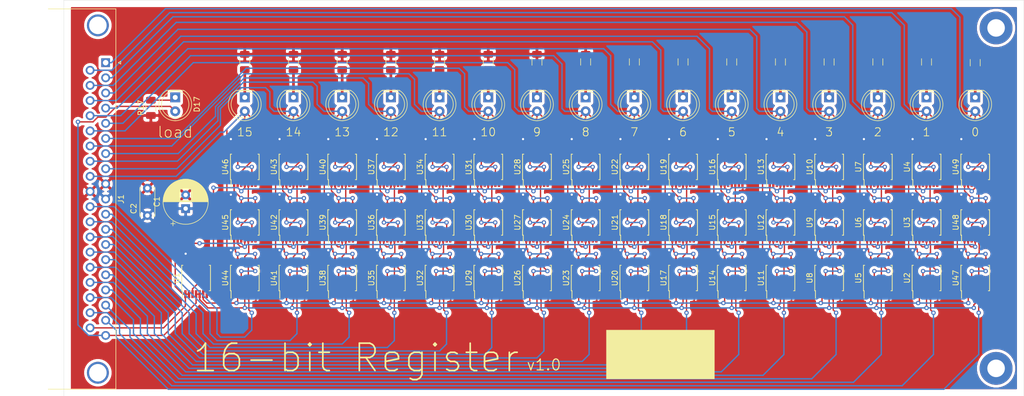
<source format=kicad_pcb>
(kicad_pcb (version 20171130) (host pcbnew 5.1.5-52549c5~84~ubuntu18.04.1)
  (layers (0 F.Cu signal) (31 B.Cu signal) (34 B.Paste user) (35 F.Paste user) (36 B.SilkS user) (37 F.SilkS user) (38 B.Mask user) (39 F.Mask user) (44 Edge.Cuts user))
  (net 0 "")
  (net 1 GND)
  (net 2 +3V3)
  (net 3 out0)
  (net 4 "Net-(D1-Pad1)")
  (net 5 out1)
  (net 6 "Net-(D2-Pad1)")
  (net 7 out2)
  (net 8 "Net-(D3-Pad1)")
  (net 9 out3)
  (net 10 "Net-(D4-Pad1)")
  (net 11 out4)
  (net 12 "Net-(D5-Pad1)")
  (net 13 out5)
  (net 14 "Net-(D6-Pad1)")
  (net 15 out6)
  (net 16 "Net-(D7-Pad1)")
  (net 17 out7)
  (net 18 "Net-(D8-Pad1)")
  (net 19 out8)
  (net 20 "Net-(D9-Pad1)")
  (net 21 out9)
  (net 22 "Net-(D10-Pad1)")
  (net 23 out10)
  (net 24 "Net-(D11-Pad1)")
  (net 25 out11)
  (net 26 "Net-(D12-Pad1)")
  (net 27 out12)
  (net 28 "Net-(D13-Pad1)")
  (net 29 out13)
  (net 30 "Net-(D14-Pad1)")
  (net 31 out14)
  (net 32 "Net-(D15-Pad1)")
  (net 33 out15)
  (net 34 "Net-(D16-Pad1)")
  (net 35 load)
  (net 36 in15)
  (net 37 in13)
  (net 38 in11)
  (net 39 in9)
  (net 40 in7)
  (net 41 in5)
  (net 42 in3)
  (net 43 in1)
  (net 44 clk)
  (net 45 in14)
  (net 46 in12)
  (net 47 in10)
  (net 48 in8)
  (net 49 in6)
  (net 50 in4)
  (net 51 in2)
  (net 52 in0)
  (net 53 "Net-(U1-Pad13)")
  (net 54 "Net-(U1-Pad12)")
  (net 55 "Net-(U1-Pad11)")
  (net 56 "Net-(U1-Pad10)")
  (net 57 "Net-(U1-Pad9)")
  (net 58 "Net-(U1-Pad8)")
  (net 59 not_load)
  (net 60 not_clk)
  (net 61 "Net-(U2-Pad12)")
  (net 62 "Net-(U2-Pad11)")
  (net 63 "Net-(U2-Pad10)")
  (net 64 "Net-(U2-Pad3)")
  (net 65 "Net-(U3-Pad13)")
  (net 66 "Net-(U3-Pad12)")
  (net 67 "Net-(U3-Pad10)")
  (net 68 "Net-(U3-Pad3)")
  (net 69 "Net-(U4-Pad13)")
  (net 70 "Net-(U4-Pad10)")
  (net 71 "Net-(U4-Pad3)")
  (net 72 "Net-(U5-Pad12)")
  (net 73 "Net-(U5-Pad11)")
  (net 74 "Net-(U5-Pad10)")
  (net 75 "Net-(U5-Pad3)")
  (net 76 "Net-(U6-Pad13)")
  (net 77 "Net-(U6-Pad12)")
  (net 78 "Net-(U6-Pad10)")
  (net 79 "Net-(U6-Pad3)")
  (net 80 "Net-(U7-Pad13)")
  (net 81 "Net-(U7-Pad10)")
  (net 82 "Net-(U7-Pad3)")
  (net 83 "Net-(U8-Pad12)")
  (net 84 "Net-(U8-Pad11)")
  (net 85 "Net-(U8-Pad10)")
  (net 86 "Net-(U8-Pad3)")
  (net 87 "Net-(U9-Pad13)")
  (net 88 "Net-(U10-Pad1)")
  (net 89 "Net-(U10-Pad5)")
  (net 90 "Net-(U9-Pad3)")
  (net 91 "Net-(U10-Pad13)")
  (net 92 "Net-(U10-Pad10)")
  (net 93 "Net-(U10-Pad3)")
  (net 94 "Net-(U11-Pad12)")
  (net 95 "Net-(U11-Pad11)")
  (net 96 "Net-(U11-Pad10)")
  (net 97 "Net-(U11-Pad3)")
  (net 98 "Net-(U12-Pad13)")
  (net 99 "Net-(U12-Pad12)")
  (net 100 "Net-(U12-Pad10)")
  (net 101 "Net-(U12-Pad3)")
  (net 102 "Net-(U13-Pad13)")
  (net 103 "Net-(U13-Pad10)")
  (net 104 "Net-(U13-Pad3)")
  (net 105 "Net-(U14-Pad12)")
  (net 106 "Net-(U14-Pad11)")
  (net 107 "Net-(U14-Pad10)")
  (net 108 "Net-(U14-Pad3)")
  (net 109 "Net-(U15-Pad13)")
  (net 110 "Net-(U15-Pad12)")
  (net 111 "Net-(U15-Pad10)")
  (net 112 "Net-(U15-Pad3)")
  (net 113 "Net-(U16-Pad13)")
  (net 114 "Net-(U16-Pad10)")
  (net 115 "Net-(U16-Pad3)")
  (net 116 "Net-(U17-Pad12)")
  (net 117 "Net-(U17-Pad11)")
  (net 118 "Net-(U17-Pad10)")
  (net 119 "Net-(U17-Pad3)")
  (net 120 "Net-(U18-Pad13)")
  (net 121 "Net-(U18-Pad12)")
  (net 122 "Net-(U18-Pad10)")
  (net 123 "Net-(U18-Pad3)")
  (net 124 "Net-(U19-Pad13)")
  (net 125 "Net-(U19-Pad10)")
  (net 126 "Net-(U19-Pad3)")
  (net 127 "Net-(U20-Pad12)")
  (net 128 "Net-(U20-Pad11)")
  (net 129 "Net-(U20-Pad10)")
  (net 130 "Net-(U20-Pad3)")
  (net 131 "Net-(U21-Pad13)")
  (net 132 "Net-(U21-Pad12)")
  (net 133 "Net-(U21-Pad10)")
  (net 134 "Net-(U21-Pad3)")
  (net 135 "Net-(U22-Pad13)")
  (net 136 "Net-(U22-Pad10)")
  (net 137 "Net-(U22-Pad3)")
  (net 138 "Net-(U23-Pad12)")
  (net 139 "Net-(U23-Pad11)")
  (net 140 "Net-(U23-Pad10)")
  (net 141 "Net-(U23-Pad3)")
  (net 142 "Net-(U24-Pad13)")
  (net 143 "Net-(U24-Pad12)")
  (net 144 "Net-(U24-Pad10)")
  (net 145 "Net-(U24-Pad3)")
  (net 146 "Net-(U25-Pad13)")
  (net 147 "Net-(U25-Pad10)")
  (net 148 "Net-(U25-Pad3)")
  (net 149 "Net-(U26-Pad12)")
  (net 150 "Net-(U26-Pad11)")
  (net 151 "Net-(U26-Pad10)")
  (net 152 "Net-(U26-Pad3)")
  (net 153 "Net-(U27-Pad13)")
  (net 154 "Net-(U27-Pad12)")
  (net 155 "Net-(U27-Pad10)")
  (net 156 "Net-(U27-Pad3)")
  (net 157 "Net-(U28-Pad13)")
  (net 158 "Net-(U28-Pad10)")
  (net 159 "Net-(U28-Pad3)")
  (net 160 "Net-(U29-Pad12)")
  (net 161 "Net-(U29-Pad11)")
  (net 162 "Net-(U29-Pad10)")
  (net 163 "Net-(U29-Pad3)")
  (net 164 "Net-(U30-Pad13)")
  (net 165 "Net-(U30-Pad12)")
  (net 166 "Net-(U30-Pad10)")
  (net 167 "Net-(U30-Pad3)")
  (net 168 "Net-(U31-Pad13)")
  (net 169 "Net-(U31-Pad10)")
  (net 170 "Net-(U31-Pad3)")
  (net 171 "Net-(U32-Pad12)")
  (net 172 "Net-(U32-Pad11)")
  (net 173 "Net-(U32-Pad10)")
  (net 174 "Net-(U32-Pad3)")
  (net 175 "Net-(U33-Pad13)")
  (net 176 "Net-(U33-Pad12)")
  (net 177 "Net-(U33-Pad10)")
  (net 178 "Net-(U33-Pad3)")
  (net 179 "Net-(U34-Pad13)")
  (net 180 "Net-(U34-Pad10)")
  (net 181 "Net-(U34-Pad3)")
  (net 182 "Net-(U35-Pad12)")
  (net 183 "Net-(U35-Pad11)")
  (net 184 "Net-(U35-Pad10)")
  (net 185 "Net-(U35-Pad3)")
  (net 186 "Net-(U36-Pad13)")
  (net 187 "Net-(U36-Pad12)")
  (net 188 "Net-(U36-Pad10)")
  (net 189 "Net-(U36-Pad3)")
  (net 190 "Net-(U37-Pad13)")
  (net 191 "Net-(U37-Pad10)")
  (net 192 "Net-(U37-Pad3)")
  (net 193 "Net-(U38-Pad12)")
  (net 194 "Net-(U38-Pad11)")
  (net 195 "Net-(U38-Pad10)")
  (net 196 "Net-(U38-Pad3)")
  (net 197 "Net-(U39-Pad13)")
  (net 198 "Net-(U39-Pad12)")
  (net 199 "Net-(U39-Pad10)")
  (net 200 "Net-(U39-Pad3)")
  (net 201 "Net-(U40-Pad13)")
  (net 202 "Net-(U40-Pad10)")
  (net 203 "Net-(U40-Pad3)")
  (net 204 "Net-(U41-Pad12)")
  (net 205 "Net-(U41-Pad11)")
  (net 206 "Net-(U41-Pad10)")
  (net 207 "Net-(U41-Pad3)")
  (net 208 "Net-(U42-Pad13)")
  (net 209 "Net-(U42-Pad12)")
  (net 210 "Net-(U42-Pad10)")
  (net 211 "Net-(U42-Pad3)")
  (net 212 "Net-(U43-Pad13)")
  (net 213 "Net-(U43-Pad10)")
  (net 214 "Net-(U43-Pad3)")
  (net 215 "Net-(U44-Pad12)")
  (net 216 "Net-(U44-Pad11)")
  (net 217 "Net-(U44-Pad10)")
  (net 218 "Net-(U44-Pad3)")
  (net 219 "Net-(U45-Pad13)")
  (net 220 "Net-(U45-Pad12)")
  (net 221 "Net-(U45-Pad10)")
  (net 222 "Net-(U45-Pad3)")
  (net 223 "Net-(U46-Pad13)")
  (net 224 "Net-(U46-Pad10)")
  (net 225 "Net-(U46-Pad3)")
  (net 226 "Net-(U47-Pad12)")
  (net 227 "Net-(U47-Pad11)")
  (net 228 "Net-(U47-Pad10)")
  (net 229 "Net-(U47-Pad3)")
  (net 230 "Net-(U48-Pad13)")
  (net 231 "Net-(U48-Pad12)")
  (net 232 "Net-(U48-Pad10)")
  (net 233 "Net-(U48-Pad3)")
  (net 234 "Net-(U49-Pad13)")
  (net 235 "Net-(U49-Pad10)")
  (net 236 "Net-(U49-Pad3)")
  (net 237 "Net-(D17-Pad1)")
  (module Connector_Dsub:DSUB-37_Male_Horizontal_P2.77x2.84mm_EdgePinOffset7.70mm_Housed_MountingHolesOffset9.12mm (layer F.Cu) (at 73.66 72.39 270)
    (fp_text reference J1 (at 24.93 -2.8 90) (layer F.SilkS))
    (fp_text value DB37_Male)
    (pad 0 thru_hole circle (at 56.68 1.42 270) (size 4 4) (drill 3.2) (layers *.Cu *.Mask))
    (pad 0 thru_hole circle (at -6.82 1.42 270) (size 4 4) (drill 3.2) (layers *.Cu *.Mask))
    (pad 37 thru_hole circle (at 48.475 2.84 270) (size 1.6 1.6) (drill 1) (layers *.Cu *.Mask) (net 44 clk))
    (pad 36 thru_hole circle (at 45.705 2.84 270) (size 1.6 1.6) (drill 1) (layers *.Cu *.Mask) (net 43 in1))
    (pad 35 thru_hole circle (at 42.935 2.84 270) (size 1.6 1.6) (drill 1) (layers *.Cu *.Mask) (net 42 in3))
    (pad 34 thru_hole circle (at 40.165 2.84 270) (size 1.6 1.6) (drill 1) (layers *.Cu *.Mask) (net 41 in5))
    (pad 33 thru_hole circle (at 37.395 2.84 270) (size 1.6 1.6) (drill 1) (layers *.Cu *.Mask) (net 40 in7))
    (pad 32 thru_hole circle (at 34.625 2.84 270) (size 1.6 1.6) (drill 1) (layers *.Cu *.Mask) (net 39 in9))
    (pad 31 thru_hole circle (at 31.855 2.84 270) (size 1.6 1.6) (drill 1) (layers *.Cu *.Mask) (net 38 in11))
    (pad 30 thru_hole circle (at 29.085 2.84 270) (size 1.6 1.6) (drill 1) (layers *.Cu *.Mask) (net 37 in13))
    (pad 29 thru_hole circle (at 26.315 2.84 270) (size 1.6 1.6) (drill 1) (layers *.Cu *.Mask) (net 36 in15))
    (pad 28 thru_hole circle (at 23.545 2.84 270) (size 1.6 1.6) (drill 1) (layers *.Cu *.Mask) (net 1 GND))
    (pad 27 thru_hole circle (at 20.775 2.84 270) (size 1.6 1.6) (drill 1) (layers *.Cu *.Mask) (net 33 out15))
    (pad 26 thru_hole circle (at 18.005 2.84 270) (size 1.6 1.6) (drill 1) (layers *.Cu *.Mask) (net 29 out13))
    (pad 25 thru_hole circle (at 15.235 2.84 270) (size 1.6 1.6) (drill 1) (layers *.Cu *.Mask) (net 25 out11))
    (pad 24 thru_hole circle (at 12.465 2.84 270) (size 1.6 1.6) (drill 1) (layers *.Cu *.Mask) (net 21 out9))
    (pad 23 thru_hole circle (at 9.695 2.84 270) (size 1.6 1.6) (drill 1) (layers *.Cu *.Mask) (net 17 out7))
    (pad 22 thru_hole circle (at 6.925 2.84 270) (size 1.6 1.6) (drill 1) (layers *.Cu *.Mask) (net 13 out5))
    (pad 21 thru_hole circle (at 4.155 2.84 270) (size 1.6 1.6) (drill 1) (layers *.Cu *.Mask) (net 9 out3))
    (pad 20 thru_hole circle (at 1.385 2.84 270) (size 1.6 1.6) (drill 1) (layers *.Cu *.Mask) (net 5 out1))
    (pad 19 thru_hole circle (at 49.86 0 270) (size 1.6 1.6) (drill 1) (layers *.Cu *.Mask) (net 35 load))
    (pad 18 thru_hole circle (at 47.09 0 270) (size 1.6 1.6) (drill 1) (layers *.Cu *.Mask) (net 52 in0))
    (pad 17 thru_hole circle (at 44.32 0 270) (size 1.6 1.6) (drill 1) (layers *.Cu *.Mask) (net 51 in2))
    (pad 16 thru_hole circle (at 41.55 0 270) (size 1.6 1.6) (drill 1) (layers *.Cu *.Mask) (net 50 in4))
    (pad 15 thru_hole circle (at 38.78 0 270) (size 1.6 1.6) (drill 1) (layers *.Cu *.Mask) (net 49 in6))
    (pad 14 thru_hole circle (at 36.01 0 270) (size 1.6 1.6) (drill 1) (layers *.Cu *.Mask) (net 48 in8))
    (pad 13 thru_hole circle (at 33.24 0 270) (size 1.6 1.6) (drill 1) (layers *.Cu *.Mask) (net 47 in10))
    (pad 12 thru_hole circle (at 30.47 0 270) (size 1.6 1.6) (drill 1) (layers *.Cu *.Mask) (net 46 in12))
    (pad 11 thru_hole circle (at 27.7 0 270) (size 1.6 1.6) (drill 1) (layers *.Cu *.Mask) (net 45 in14))
    (pad 10 thru_hole circle (at 24.93 0 270) (size 1.6 1.6) (drill 1) (layers *.Cu *.Mask) (net 2 +3V3))
    (pad 9 thru_hole circle (at 22.16 0 270) (size 1.6 1.6) (drill 1) (layers *.Cu *.Mask) (net 1 GND))
    (pad 8 thru_hole circle (at 19.39 0 270) (size 1.6 1.6) (drill 1) (layers *.Cu *.Mask) (net 31 out14))
    (pad 7 thru_hole circle (at 16.62 0 270) (size 1.6 1.6) (drill 1) (layers *.Cu *.Mask) (net 27 out12))
    (pad 6 thru_hole circle (at 13.85 0 270) (size 1.6 1.6) (drill 1) (layers *.Cu *.Mask) (net 23 out10))
    (pad 5 thru_hole circle (at 11.08 0 270) (size 1.6 1.6) (drill 1) (layers *.Cu *.Mask) (net 19 out8))
    (pad 4 thru_hole circle (at 8.31 0 270) (size 1.6 1.6) (drill 1) (layers *.Cu *.Mask) (net 15 out6))
    (pad 3 thru_hole circle (at 5.54 0 270) (size 1.6 1.6) (drill 1) (layers *.Cu *.Mask) (net 11 out4))
    (pad 2 thru_hole circle (at 2.77 0 270) (size 1.6 1.6) (drill 1) (layers *.Cu *.Mask) (net 7 out2))
    (pad 1 thru_hole rect (at 0 0 270) (size 1.6 1.6) (drill 1) (layers *.Cu *.Mask) (net 3 out0))
  )
  (module Resistor_SMD:R_1206_3216Metric (layer F.Cu) (at 81.915 80.645 90)
    (fp_text reference R17 (at 0 -1.82 90) (layer F.SilkS))
    (fp_text value 1K)
    (pad 2 smd roundrect (at 1.4 0 90) (size 1.25 1.75) (layers F.Cu F.Paste F.Mask) (roundrect_rratio 0.2) (net 237 "Net-(D17-Pad1)"))
    (pad 1 smd roundrect (at -1.4 0 90) (size 1.25 1.75) (layers F.Cu F.Paste F.Mask) (roundrect_rratio 0.2) (net 1 GND))
  )
  (module LED_THT:LED_D5.0mm (layer F.Cu) (at 86.36 78.74 270)
    (fp_text reference D17 (at 1.27 -3.96 90) (layer F.SilkS))
    (fp_text value LED)
    (pad 2 thru_hole circle (at 2.54 0 270) (size 1.8 1.8) (drill 0.9) (layers *.Cu *.Mask) (net 35 load))
    (pad 1 thru_hole rect (at 0 0 270) (size 1.8 1.8) (drill 0.9) (layers *.Cu *.Mask) (net 237 "Net-(D17-Pad1)"))
  )
  (module Capacitor_THT:C_Disc_D5.0mm_W2.5mm_P5.00mm (layer F.Cu) (at 81.28 100.33 90)
    (fp_text reference C2 (at 1.25 -2.5 90) (layer F.SilkS))
    (fp_text value 100nF)
    (pad 2 thru_hole circle (at 5 0 90) (size 1.6 1.6) (drill 0.8) (layers *.Cu *.Mask) (net 1 GND))
    (pad 1 thru_hole circle (at 0 0 90) (size 1.6 1.6) (drill 0.8) (layers *.Cu *.Mask) (net 2 +3V3))
  )
  (module Package_SO:TSSOP-14_4.4x5mm_P0.65mm (layer F.Cu) (at 187.96 111.76 90)
    (fp_text reference U14 (at 0 -3.55 90) (layer F.SilkS))
    (fp_text value SN74HCS00PWR)
    (pad 14 smd rect (at 2.95 -1.95 90) (size 1.45 0.45) (layers F.Cu F.Paste F.Mask) (net 2 +3V3))
    (pad 13 smd rect (at 2.95 -1.3 90) (size 1.45 0.45) (layers F.Cu F.Paste F.Mask) (net 105 "Net-(U14-Pad12)"))
    (pad 12 smd rect (at 2.95 -0.65 90) (size 1.45 0.45) (layers F.Cu F.Paste F.Mask) (net 105 "Net-(U14-Pad12)"))
    (pad 11 smd rect (at 2.95 0 90) (size 1.45 0.45) (layers F.Cu F.Paste F.Mask) (net 106 "Net-(U14-Pad11)"))
    (pad 10 smd rect (at 2.95 0.65 90) (size 1.45 0.45) (layers F.Cu F.Paste F.Mask) (net 107 "Net-(U14-Pad10)"))
    (pad 9 smd rect (at 2.95 1.3 90) (size 1.45 0.45) (layers F.Cu F.Paste F.Mask) (net 108 "Net-(U14-Pad3)"))
    (pad 8 smd rect (at 2.95 1.95 90) (size 1.45 0.45) (layers F.Cu F.Paste F.Mask) (net 105 "Net-(U14-Pad12)"))
    (pad 7 smd rect (at -2.95 1.95 90) (size 1.45 0.45) (layers F.Cu F.Paste F.Mask) (net 1 GND))
    (pad 6 smd rect (at -2.95 1.3 90) (size 1.45 0.45) (layers F.Cu F.Paste F.Mask) (net 107 "Net-(U14-Pad10)"))
    (pad 5 smd rect (at -2.95 0.65 90) (size 1.45 0.45) (layers F.Cu F.Paste F.Mask) (net 41 in5))
    (pad 4 smd rect (at -2.95 0 90) (size 1.45 0.45) (layers F.Cu F.Paste F.Mask) (net 35 load))
    (pad 3 smd rect (at -2.95 -0.65 90) (size 1.45 0.45) (layers F.Cu F.Paste F.Mask) (net 108 "Net-(U14-Pad3)"))
    (pad 2 smd rect (at -2.95 -1.3 90) (size 1.45 0.45) (layers F.Cu F.Paste F.Mask) (net 59 not_load))
    (pad 1 smd rect (at -2.95 -1.95 90) (size 1.45 0.45) (layers F.Cu F.Paste F.Mask) (net 13 out5))
  )
  (module LED_THT:LED_D5.0mm (layer F.Cu) (at 223.52 78.74 270)
    (fp_text reference D2 hide)
    (fp_text value LED)
    (pad 2 thru_hole circle (at 2.54 0 270) (size 1.8 1.8) (drill 0.9) (layers *.Cu *.Mask) (net 5 out1))
    (pad 1 thru_hole rect (at 0 0 270) (size 1.8 1.8) (drill 0.9) (layers *.Cu *.Mask) (net 6 "Net-(D2-Pad1)"))
  )
  (module Package_SO:TSSOP-14_4.4x5mm_P0.65mm (layer F.Cu) (at 232.41 91.44 90)
    (fp_text reference U49 (at 0 -3.55 90) (layer F.SilkS))
    (fp_text value SN74HCS00PWR)
    (pad 14 smd rect (at 2.95 -1.95 90) (size 1.45 0.45) (layers F.Cu F.Paste F.Mask) (net 2 +3V3))
    (pad 13 smd rect (at 2.95 -1.3 90) (size 1.45 0.45) (layers F.Cu F.Paste F.Mask) (net 234 "Net-(U49-Pad13)"))
    (pad 12 smd rect (at 2.95 -0.65 90) (size 1.45 0.45) (layers F.Cu F.Paste F.Mask) (net 3 out0))
    (pad 11 smd rect (at 2.95 0 90) (size 1.45 0.45) (layers F.Cu F.Paste F.Mask) (net 235 "Net-(U49-Pad10)"))
    (pad 10 smd rect (at 2.95 0.65 90) (size 1.45 0.45) (layers F.Cu F.Paste F.Mask) (net 235 "Net-(U49-Pad10)"))
    (pad 9 smd rect (at 2.95 1.3 90) (size 1.45 0.45) (layers F.Cu F.Paste F.Mask) (net 236 "Net-(U49-Pad3)"))
    (pad 8 smd rect (at 2.95 1.95 90) (size 1.45 0.45) (layers F.Cu F.Paste F.Mask) (net 3 out0))
    (pad 7 smd rect (at -2.95 1.95 90) (size 1.45 0.45) (layers F.Cu F.Paste F.Mask) (net 1 GND))
    (pad 6 smd rect (at -2.95 1.3 90) (size 1.45 0.45) (layers F.Cu F.Paste F.Mask) (net 234 "Net-(U49-Pad13)"))
    (pad 5 smd rect (at -2.95 0.65 90) (size 1.45 0.45) (layers F.Cu F.Paste F.Mask) (net 232 "Net-(U48-Pad10)"))
    (pad 4 smd rect (at -2.95 0 90) (size 1.45 0.45) (layers F.Cu F.Paste F.Mask) (net 60 not_clk))
    (pad 3 smd rect (at -2.95 -0.65 90) (size 1.45 0.45) (layers F.Cu F.Paste F.Mask) (net 236 "Net-(U49-Pad3)"))
    (pad 2 smd rect (at -2.95 -1.3 90) (size 1.45 0.45) (layers F.Cu F.Paste F.Mask) (net 60 not_clk))
    (pad 1 smd rect (at -2.95 -1.95 90) (size 1.45 0.45) (layers F.Cu F.Paste F.Mask) (net 231 "Net-(U48-Pad12)"))
  )
  (module Package_SO:TSSOP-14_4.4x5mm_P0.65mm (layer F.Cu) (at 232.41 101.6 90)
    (fp_text reference U48 (at 0 -3.55 90) (layer F.SilkS))
    (fp_text value SN74HCS00PWR)
    (pad 14 smd rect (at 2.95 -1.95 90) (size 1.45 0.45) (layers F.Cu F.Paste F.Mask) (net 2 +3V3))
    (pad 13 smd rect (at 2.95 -1.3 90) (size 1.45 0.45) (layers F.Cu F.Paste F.Mask) (net 230 "Net-(U48-Pad13)"))
    (pad 12 smd rect (at 2.95 -0.65 90) (size 1.45 0.45) (layers F.Cu F.Paste F.Mask) (net 231 "Net-(U48-Pad12)"))
    (pad 11 smd rect (at 2.95 0 90) (size 1.45 0.45) (layers F.Cu F.Paste F.Mask) (net 232 "Net-(U48-Pad10)"))
    (pad 10 smd rect (at 2.95 0.65 90) (size 1.45 0.45) (layers F.Cu F.Paste F.Mask) (net 232 "Net-(U48-Pad10)"))
    (pad 9 smd rect (at 2.95 1.3 90) (size 1.45 0.45) (layers F.Cu F.Paste F.Mask) (net 233 "Net-(U48-Pad3)"))
    (pad 8 smd rect (at 2.95 1.95 90) (size 1.45 0.45) (layers F.Cu F.Paste F.Mask) (net 231 "Net-(U48-Pad12)"))
    (pad 7 smd rect (at -2.95 1.95 90) (size 1.45 0.45) (layers F.Cu F.Paste F.Mask) (net 1 GND))
    (pad 6 smd rect (at -2.95 1.3 90) (size 1.45 0.45) (layers F.Cu F.Paste F.Mask) (net 230 "Net-(U48-Pad13)"))
    (pad 5 smd rect (at -2.95 0.65 90) (size 1.45 0.45) (layers F.Cu F.Paste F.Mask) (net 227 "Net-(U47-Pad11)"))
    (pad 4 smd rect (at -2.95 0 90) (size 1.45 0.45) (layers F.Cu F.Paste F.Mask) (net 44 clk))
    (pad 3 smd rect (at -2.95 -0.65 90) (size 1.45 0.45) (layers F.Cu F.Paste F.Mask) (net 233 "Net-(U48-Pad3)"))
    (pad 2 smd rect (at -2.95 -1.3 90) (size 1.45 0.45) (layers F.Cu F.Paste F.Mask) (net 44 clk))
    (pad 1 smd rect (at -2.95 -1.95 90) (size 1.45 0.45) (layers F.Cu F.Paste F.Mask) (net 226 "Net-(U47-Pad12)"))
  )
  (module Package_SO:TSSOP-14_4.4x5mm_P0.65mm (layer F.Cu) (at 232.41 111.76 90)
    (fp_text reference U47 (at 0 -3.55 90) (layer F.SilkS))
    (fp_text value SN74HCS00PWR)
    (pad 14 smd rect (at 2.95 -1.95 90) (size 1.45 0.45) (layers F.Cu F.Paste F.Mask) (net 2 +3V3))
    (pad 13 smd rect (at 2.95 -1.3 90) (size 1.45 0.45) (layers F.Cu F.Paste F.Mask) (net 226 "Net-(U47-Pad12)"))
    (pad 12 smd rect (at 2.95 -0.65 90) (size 1.45 0.45) (layers F.Cu F.Paste F.Mask) (net 226 "Net-(U47-Pad12)"))
    (pad 11 smd rect (at 2.95 0 90) (size 1.45 0.45) (layers F.Cu F.Paste F.Mask) (net 227 "Net-(U47-Pad11)"))
    (pad 10 smd rect (at 2.95 0.65 90) (size 1.45 0.45) (layers F.Cu F.Paste F.Mask) (net 228 "Net-(U47-Pad10)"))
    (pad 9 smd rect (at 2.95 1.3 90) (size 1.45 0.45) (layers F.Cu F.Paste F.Mask) (net 229 "Net-(U47-Pad3)"))
    (pad 8 smd rect (at 2.95 1.95 90) (size 1.45 0.45) (layers F.Cu F.Paste F.Mask) (net 226 "Net-(U47-Pad12)"))
    (pad 7 smd rect (at -2.95 1.95 90) (size 1.45 0.45) (layers F.Cu F.Paste F.Mask) (net 1 GND))
    (pad 6 smd rect (at -2.95 1.3 90) (size 1.45 0.45) (layers F.Cu F.Paste F.Mask) (net 228 "Net-(U47-Pad10)"))
    (pad 5 smd rect (at -2.95 0.65 90) (size 1.45 0.45) (layers F.Cu F.Paste F.Mask) (net 52 in0))
    (pad 4 smd rect (at -2.95 0 90) (size 1.45 0.45) (layers F.Cu F.Paste F.Mask) (net 35 load))
    (pad 3 smd rect (at -2.95 -0.65 90) (size 1.45 0.45) (layers F.Cu F.Paste F.Mask) (net 229 "Net-(U47-Pad3)"))
    (pad 2 smd rect (at -2.95 -1.3 90) (size 1.45 0.45) (layers F.Cu F.Paste F.Mask) (net 59 not_load))
    (pad 1 smd rect (at -2.95 -1.95 90) (size 1.45 0.45) (layers F.Cu F.Paste F.Mask) (net 3 out0))
  )
  (module Package_SO:TSSOP-14_4.4x5mm_P0.65mm (layer F.Cu) (at 99.06 91.44 90)
    (fp_text reference U46 (at 0 -3.55 90) (layer F.SilkS))
    (fp_text value SN74HCS00PWR)
    (pad 14 smd rect (at 2.95 -1.95 90) (size 1.45 0.45) (layers F.Cu F.Paste F.Mask) (net 2 +3V3))
    (pad 13 smd rect (at 2.95 -1.3 90) (size 1.45 0.45) (layers F.Cu F.Paste F.Mask) (net 223 "Net-(U46-Pad13)"))
    (pad 12 smd rect (at 2.95 -0.65 90) (size 1.45 0.45) (layers F.Cu F.Paste F.Mask) (net 33 out15))
    (pad 11 smd rect (at 2.95 0 90) (size 1.45 0.45) (layers F.Cu F.Paste F.Mask) (net 224 "Net-(U46-Pad10)"))
    (pad 10 smd rect (at 2.95 0.65 90) (size 1.45 0.45) (layers F.Cu F.Paste F.Mask) (net 224 "Net-(U46-Pad10)"))
    (pad 9 smd rect (at 2.95 1.3 90) (size 1.45 0.45) (layers F.Cu F.Paste F.Mask) (net 225 "Net-(U46-Pad3)"))
    (pad 8 smd rect (at 2.95 1.95 90) (size 1.45 0.45) (layers F.Cu F.Paste F.Mask) (net 33 out15))
    (pad 7 smd rect (at -2.95 1.95 90) (size 1.45 0.45) (layers F.Cu F.Paste F.Mask) (net 1 GND))
    (pad 6 smd rect (at -2.95 1.3 90) (size 1.45 0.45) (layers F.Cu F.Paste F.Mask) (net 223 "Net-(U46-Pad13)"))
    (pad 5 smd rect (at -2.95 0.65 90) (size 1.45 0.45) (layers F.Cu F.Paste F.Mask) (net 221 "Net-(U45-Pad10)"))
    (pad 4 smd rect (at -2.95 0 90) (size 1.45 0.45) (layers F.Cu F.Paste F.Mask) (net 60 not_clk))
    (pad 3 smd rect (at -2.95 -0.65 90) (size 1.45 0.45) (layers F.Cu F.Paste F.Mask) (net 225 "Net-(U46-Pad3)"))
    (pad 2 smd rect (at -2.95 -1.3 90) (size 1.45 0.45) (layers F.Cu F.Paste F.Mask) (net 60 not_clk))
    (pad 1 smd rect (at -2.95 -1.95 90) (size 1.45 0.45) (layers F.Cu F.Paste F.Mask) (net 220 "Net-(U45-Pad12)"))
  )
  (module Package_SO:TSSOP-14_4.4x5mm_P0.65mm (layer F.Cu) (at 99.06 101.6 90)
    (fp_text reference U45 (at 0 -3.55 90) (layer F.SilkS))
    (fp_text value SN74HCS00PWR)
    (pad 14 smd rect (at 2.95 -1.95 90) (size 1.45 0.45) (layers F.Cu F.Paste F.Mask) (net 2 +3V3))
    (pad 13 smd rect (at 2.95 -1.3 90) (size 1.45 0.45) (layers F.Cu F.Paste F.Mask) (net 219 "Net-(U45-Pad13)"))
    (pad 12 smd rect (at 2.95 -0.65 90) (size 1.45 0.45) (layers F.Cu F.Paste F.Mask) (net 220 "Net-(U45-Pad12)"))
    (pad 11 smd rect (at 2.95 0 90) (size 1.45 0.45) (layers F.Cu F.Paste F.Mask) (net 221 "Net-(U45-Pad10)"))
    (pad 10 smd rect (at 2.95 0.65 90) (size 1.45 0.45) (layers F.Cu F.Paste F.Mask) (net 221 "Net-(U45-Pad10)"))
    (pad 9 smd rect (at 2.95 1.3 90) (size 1.45 0.45) (layers F.Cu F.Paste F.Mask) (net 222 "Net-(U45-Pad3)"))
    (pad 8 smd rect (at 2.95 1.95 90) (size 1.45 0.45) (layers F.Cu F.Paste F.Mask) (net 220 "Net-(U45-Pad12)"))
    (pad 7 smd rect (at -2.95 1.95 90) (size 1.45 0.45) (layers F.Cu F.Paste F.Mask) (net 1 GND))
    (pad 6 smd rect (at -2.95 1.3 90) (size 1.45 0.45) (layers F.Cu F.Paste F.Mask) (net 219 "Net-(U45-Pad13)"))
    (pad 5 smd rect (at -2.95 0.65 90) (size 1.45 0.45) (layers F.Cu F.Paste F.Mask) (net 216 "Net-(U44-Pad11)"))
    (pad 4 smd rect (at -2.95 0 90) (size 1.45 0.45) (layers F.Cu F.Paste F.Mask) (net 44 clk))
    (pad 3 smd rect (at -2.95 -0.65 90) (size 1.45 0.45) (layers F.Cu F.Paste F.Mask) (net 222 "Net-(U45-Pad3)"))
    (pad 2 smd rect (at -2.95 -1.3 90) (size 1.45 0.45) (layers F.Cu F.Paste F.Mask) (net 44 clk))
    (pad 1 smd rect (at -2.95 -1.95 90) (size 1.45 0.45) (layers F.Cu F.Paste F.Mask) (net 215 "Net-(U44-Pad12)"))
  )
  (module Package_SO:TSSOP-14_4.4x5mm_P0.65mm (layer F.Cu) (at 99.06 111.76 90)
    (fp_text reference U44 (at 0 -3.55 90) (layer F.SilkS))
    (fp_text value SN74HCS00PWR)
    (pad 14 smd rect (at 2.95 -1.95 90) (size 1.45 0.45) (layers F.Cu F.Paste F.Mask) (net 2 +3V3))
    (pad 13 smd rect (at 2.95 -1.3 90) (size 1.45 0.45) (layers F.Cu F.Paste F.Mask) (net 215 "Net-(U44-Pad12)"))
    (pad 12 smd rect (at 2.95 -0.65 90) (size 1.45 0.45) (layers F.Cu F.Paste F.Mask) (net 215 "Net-(U44-Pad12)"))
    (pad 11 smd rect (at 2.95 0 90) (size 1.45 0.45) (layers F.Cu F.Paste F.Mask) (net 216 "Net-(U44-Pad11)"))
    (pad 10 smd rect (at 2.95 0.65 90) (size 1.45 0.45) (layers F.Cu F.Paste F.Mask) (net 217 "Net-(U44-Pad10)"))
    (pad 9 smd rect (at 2.95 1.3 90) (size 1.45 0.45) (layers F.Cu F.Paste F.Mask) (net 218 "Net-(U44-Pad3)"))
    (pad 8 smd rect (at 2.95 1.95 90) (size 1.45 0.45) (layers F.Cu F.Paste F.Mask) (net 215 "Net-(U44-Pad12)"))
    (pad 7 smd rect (at -2.95 1.95 90) (size 1.45 0.45) (layers F.Cu F.Paste F.Mask) (net 1 GND))
    (pad 6 smd rect (at -2.95 1.3 90) (size 1.45 0.45) (layers F.Cu F.Paste F.Mask) (net 217 "Net-(U44-Pad10)"))
    (pad 5 smd rect (at -2.95 0.65 90) (size 1.45 0.45) (layers F.Cu F.Paste F.Mask) (net 36 in15))
    (pad 4 smd rect (at -2.95 0 90) (size 1.45 0.45) (layers F.Cu F.Paste F.Mask) (net 35 load))
    (pad 3 smd rect (at -2.95 -0.65 90) (size 1.45 0.45) (layers F.Cu F.Paste F.Mask) (net 218 "Net-(U44-Pad3)"))
    (pad 2 smd rect (at -2.95 -1.3 90) (size 1.45 0.45) (layers F.Cu F.Paste F.Mask) (net 59 not_load))
    (pad 1 smd rect (at -2.95 -1.95 90) (size 1.45 0.45) (layers F.Cu F.Paste F.Mask) (net 33 out15))
  )
  (module Package_SO:TSSOP-14_4.4x5mm_P0.65mm (layer F.Cu) (at 107.95 91.44 90)
    (fp_text reference U43 (at 0 -3.55 90) (layer F.SilkS))
    (fp_text value SN74HCS00PWR)
    (pad 14 smd rect (at 2.95 -1.95 90) (size 1.45 0.45) (layers F.Cu F.Paste F.Mask) (net 2 +3V3))
    (pad 13 smd rect (at 2.95 -1.3 90) (size 1.45 0.45) (layers F.Cu F.Paste F.Mask) (net 212 "Net-(U43-Pad13)"))
    (pad 12 smd rect (at 2.95 -0.65 90) (size 1.45 0.45) (layers F.Cu F.Paste F.Mask) (net 31 out14))
    (pad 11 smd rect (at 2.95 0 90) (size 1.45 0.45) (layers F.Cu F.Paste F.Mask) (net 213 "Net-(U43-Pad10)"))
    (pad 10 smd rect (at 2.95 0.65 90) (size 1.45 0.45) (layers F.Cu F.Paste F.Mask) (net 213 "Net-(U43-Pad10)"))
    (pad 9 smd rect (at 2.95 1.3 90) (size 1.45 0.45) (layers F.Cu F.Paste F.Mask) (net 214 "Net-(U43-Pad3)"))
    (pad 8 smd rect (at 2.95 1.95 90) (size 1.45 0.45) (layers F.Cu F.Paste F.Mask) (net 31 out14))
    (pad 7 smd rect (at -2.95 1.95 90) (size 1.45 0.45) (layers F.Cu F.Paste F.Mask) (net 1 GND))
    (pad 6 smd rect (at -2.95 1.3 90) (size 1.45 0.45) (layers F.Cu F.Paste F.Mask) (net 212 "Net-(U43-Pad13)"))
    (pad 5 smd rect (at -2.95 0.65 90) (size 1.45 0.45) (layers F.Cu F.Paste F.Mask) (net 210 "Net-(U42-Pad10)"))
    (pad 4 smd rect (at -2.95 0 90) (size 1.45 0.45) (layers F.Cu F.Paste F.Mask) (net 60 not_clk))
    (pad 3 smd rect (at -2.95 -0.65 90) (size 1.45 0.45) (layers F.Cu F.Paste F.Mask) (net 214 "Net-(U43-Pad3)"))
    (pad 2 smd rect (at -2.95 -1.3 90) (size 1.45 0.45) (layers F.Cu F.Paste F.Mask) (net 60 not_clk))
    (pad 1 smd rect (at -2.95 -1.95 90) (size 1.45 0.45) (layers F.Cu F.Paste F.Mask) (net 209 "Net-(U42-Pad12)"))
  )
  (module Package_SO:TSSOP-14_4.4x5mm_P0.65mm (layer F.Cu) (at 107.95 101.6 90)
    (fp_text reference U42 (at 0 -3.55 90) (layer F.SilkS))
    (fp_text value SN74HCS00PWR)
    (pad 14 smd rect (at 2.95 -1.95 90) (size 1.45 0.45) (layers F.Cu F.Paste F.Mask) (net 2 +3V3))
    (pad 13 smd rect (at 2.95 -1.3 90) (size 1.45 0.45) (layers F.Cu F.Paste F.Mask) (net 208 "Net-(U42-Pad13)"))
    (pad 12 smd rect (at 2.95 -0.65 90) (size 1.45 0.45) (layers F.Cu F.Paste F.Mask) (net 209 "Net-(U42-Pad12)"))
    (pad 11 smd rect (at 2.95 0 90) (size 1.45 0.45) (layers F.Cu F.Paste F.Mask) (net 210 "Net-(U42-Pad10)"))
    (pad 10 smd rect (at 2.95 0.65 90) (size 1.45 0.45) (layers F.Cu F.Paste F.Mask) (net 210 "Net-(U42-Pad10)"))
    (pad 9 smd rect (at 2.95 1.3 90) (size 1.45 0.45) (layers F.Cu F.Paste F.Mask) (net 211 "Net-(U42-Pad3)"))
    (pad 8 smd rect (at 2.95 1.95 90) (size 1.45 0.45) (layers F.Cu F.Paste F.Mask) (net 209 "Net-(U42-Pad12)"))
    (pad 7 smd rect (at -2.95 1.95 90) (size 1.45 0.45) (layers F.Cu F.Paste F.Mask) (net 1 GND))
    (pad 6 smd rect (at -2.95 1.3 90) (size 1.45 0.45) (layers F.Cu F.Paste F.Mask) (net 208 "Net-(U42-Pad13)"))
    (pad 5 smd rect (at -2.95 0.65 90) (size 1.45 0.45) (layers F.Cu F.Paste F.Mask) (net 205 "Net-(U41-Pad11)"))
    (pad 4 smd rect (at -2.95 0 90) (size 1.45 0.45) (layers F.Cu F.Paste F.Mask) (net 44 clk))
    (pad 3 smd rect (at -2.95 -0.65 90) (size 1.45 0.45) (layers F.Cu F.Paste F.Mask) (net 211 "Net-(U42-Pad3)"))
    (pad 2 smd rect (at -2.95 -1.3 90) (size 1.45 0.45) (layers F.Cu F.Paste F.Mask) (net 44 clk))
    (pad 1 smd rect (at -2.95 -1.95 90) (size 1.45 0.45) (layers F.Cu F.Paste F.Mask) (net 204 "Net-(U41-Pad12)"))
  )
  (module Package_SO:TSSOP-14_4.4x5mm_P0.65mm (layer F.Cu) (at 107.95 111.76 90)
    (fp_text reference U41 (at 0 -3.55 90) (layer F.SilkS))
    (fp_text value SN74HCS00PWR)
    (pad 14 smd rect (at 2.95 -1.95 90) (size 1.45 0.45) (layers F.Cu F.Paste F.Mask) (net 2 +3V3))
    (pad 13 smd rect (at 2.95 -1.3 90) (size 1.45 0.45) (layers F.Cu F.Paste F.Mask) (net 204 "Net-(U41-Pad12)"))
    (pad 12 smd rect (at 2.95 -0.65 90) (size 1.45 0.45) (layers F.Cu F.Paste F.Mask) (net 204 "Net-(U41-Pad12)"))
    (pad 11 smd rect (at 2.95 0 90) (size 1.45 0.45) (layers F.Cu F.Paste F.Mask) (net 205 "Net-(U41-Pad11)"))
    (pad 10 smd rect (at 2.95 0.65 90) (size 1.45 0.45) (layers F.Cu F.Paste F.Mask) (net 206 "Net-(U41-Pad10)"))
    (pad 9 smd rect (at 2.95 1.3 90) (size 1.45 0.45) (layers F.Cu F.Paste F.Mask) (net 207 "Net-(U41-Pad3)"))
    (pad 8 smd rect (at 2.95 1.95 90) (size 1.45 0.45) (layers F.Cu F.Paste F.Mask) (net 204 "Net-(U41-Pad12)"))
    (pad 7 smd rect (at -2.95 1.95 90) (size 1.45 0.45) (layers F.Cu F.Paste F.Mask) (net 1 GND))
    (pad 6 smd rect (at -2.95 1.3 90) (size 1.45 0.45) (layers F.Cu F.Paste F.Mask) (net 206 "Net-(U41-Pad10)"))
    (pad 5 smd rect (at -2.95 0.65 90) (size 1.45 0.45) (layers F.Cu F.Paste F.Mask) (net 45 in14))
    (pad 4 smd rect (at -2.95 0 90) (size 1.45 0.45) (layers F.Cu F.Paste F.Mask) (net 35 load))
    (pad 3 smd rect (at -2.95 -0.65 90) (size 1.45 0.45) (layers F.Cu F.Paste F.Mask) (net 207 "Net-(U41-Pad3)"))
    (pad 2 smd rect (at -2.95 -1.3 90) (size 1.45 0.45) (layers F.Cu F.Paste F.Mask) (net 59 not_load))
    (pad 1 smd rect (at -2.95 -1.95 90) (size 1.45 0.45) (layers F.Cu F.Paste F.Mask) (net 31 out14))
  )
  (module Package_SO:TSSOP-14_4.4x5mm_P0.65mm (layer F.Cu) (at 116.84 91.44 90)
    (fp_text reference U40 (at 0 -3.55 90) (layer F.SilkS))
    (fp_text value SN74HCS00PWR)
    (pad 14 smd rect (at 2.95 -1.95 90) (size 1.45 0.45) (layers F.Cu F.Paste F.Mask) (net 2 +3V3))
    (pad 13 smd rect (at 2.95 -1.3 90) (size 1.45 0.45) (layers F.Cu F.Paste F.Mask) (net 201 "Net-(U40-Pad13)"))
    (pad 12 smd rect (at 2.95 -0.65 90) (size 1.45 0.45) (layers F.Cu F.Paste F.Mask) (net 29 out13))
    (pad 11 smd rect (at 2.95 0 90) (size 1.45 0.45) (layers F.Cu F.Paste F.Mask) (net 202 "Net-(U40-Pad10)"))
    (pad 10 smd rect (at 2.95 0.65 90) (size 1.45 0.45) (layers F.Cu F.Paste F.Mask) (net 202 "Net-(U40-Pad10)"))
    (pad 9 smd rect (at 2.95 1.3 90) (size 1.45 0.45) (layers F.Cu F.Paste F.Mask) (net 203 "Net-(U40-Pad3)"))
    (pad 8 smd rect (at 2.95 1.95 90) (size 1.45 0.45) (layers F.Cu F.Paste F.Mask) (net 29 out13))
    (pad 7 smd rect (at -2.95 1.95 90) (size 1.45 0.45) (layers F.Cu F.Paste F.Mask) (net 1 GND))
    (pad 6 smd rect (at -2.95 1.3 90) (size 1.45 0.45) (layers F.Cu F.Paste F.Mask) (net 201 "Net-(U40-Pad13)"))
    (pad 5 smd rect (at -2.95 0.65 90) (size 1.45 0.45) (layers F.Cu F.Paste F.Mask) (net 199 "Net-(U39-Pad10)"))
    (pad 4 smd rect (at -2.95 0 90) (size 1.45 0.45) (layers F.Cu F.Paste F.Mask) (net 60 not_clk))
    (pad 3 smd rect (at -2.95 -0.65 90) (size 1.45 0.45) (layers F.Cu F.Paste F.Mask) (net 203 "Net-(U40-Pad3)"))
    (pad 2 smd rect (at -2.95 -1.3 90) (size 1.45 0.45) (layers F.Cu F.Paste F.Mask) (net 60 not_clk))
    (pad 1 smd rect (at -2.95 -1.95 90) (size 1.45 0.45) (layers F.Cu F.Paste F.Mask) (net 198 "Net-(U39-Pad12)"))
  )
  (module Package_SO:TSSOP-14_4.4x5mm_P0.65mm (layer F.Cu) (at 116.84 101.6 90)
    (fp_text reference U39 (at 0 -3.55 90) (layer F.SilkS))
    (fp_text value SN74HCS00PWR)
    (pad 14 smd rect (at 2.95 -1.95 90) (size 1.45 0.45) (layers F.Cu F.Paste F.Mask) (net 2 +3V3))
    (pad 13 smd rect (at 2.95 -1.3 90) (size 1.45 0.45) (layers F.Cu F.Paste F.Mask) (net 197 "Net-(U39-Pad13)"))
    (pad 12 smd rect (at 2.95 -0.65 90) (size 1.45 0.45) (layers F.Cu F.Paste F.Mask) (net 198 "Net-(U39-Pad12)"))
    (pad 11 smd rect (at 2.95 0 90) (size 1.45 0.45) (layers F.Cu F.Paste F.Mask) (net 199 "Net-(U39-Pad10)"))
    (pad 10 smd rect (at 2.95 0.65 90) (size 1.45 0.45) (layers F.Cu F.Paste F.Mask) (net 199 "Net-(U39-Pad10)"))
    (pad 9 smd rect (at 2.95 1.3 90) (size 1.45 0.45) (layers F.Cu F.Paste F.Mask) (net 200 "Net-(U39-Pad3)"))
    (pad 8 smd rect (at 2.95 1.95 90) (size 1.45 0.45) (layers F.Cu F.Paste F.Mask) (net 198 "Net-(U39-Pad12)"))
    (pad 7 smd rect (at -2.95 1.95 90) (size 1.45 0.45) (layers F.Cu F.Paste F.Mask) (net 1 GND))
    (pad 6 smd rect (at -2.95 1.3 90) (size 1.45 0.45) (layers F.Cu F.Paste F.Mask) (net 197 "Net-(U39-Pad13)"))
    (pad 5 smd rect (at -2.95 0.65 90) (size 1.45 0.45) (layers F.Cu F.Paste F.Mask) (net 194 "Net-(U38-Pad11)"))
    (pad 4 smd rect (at -2.95 0 90) (size 1.45 0.45) (layers F.Cu F.Paste F.Mask) (net 44 clk))
    (pad 3 smd rect (at -2.95 -0.65 90) (size 1.45 0.45) (layers F.Cu F.Paste F.Mask) (net 200 "Net-(U39-Pad3)"))
    (pad 2 smd rect (at -2.95 -1.3 90) (size 1.45 0.45) (layers F.Cu F.Paste F.Mask) (net 44 clk))
    (pad 1 smd rect (at -2.95 -1.95 90) (size 1.45 0.45) (layers F.Cu F.Paste F.Mask) (net 193 "Net-(U38-Pad12)"))
  )
  (module Package_SO:TSSOP-14_4.4x5mm_P0.65mm (layer F.Cu) (at 116.84 111.76 90)
    (fp_text reference U38 (at 0 -3.55 90) (layer F.SilkS))
    (fp_text value SN74HCS00PWR)
    (pad 14 smd rect (at 2.95 -1.95 90) (size 1.45 0.45) (layers F.Cu F.Paste F.Mask) (net 2 +3V3))
    (pad 13 smd rect (at 2.95 -1.3 90) (size 1.45 0.45) (layers F.Cu F.Paste F.Mask) (net 193 "Net-(U38-Pad12)"))
    (pad 12 smd rect (at 2.95 -0.65 90) (size 1.45 0.45) (layers F.Cu F.Paste F.Mask) (net 193 "Net-(U38-Pad12)"))
    (pad 11 smd rect (at 2.95 0 90) (size 1.45 0.45) (layers F.Cu F.Paste F.Mask) (net 194 "Net-(U38-Pad11)"))
    (pad 10 smd rect (at 2.95 0.65 90) (size 1.45 0.45) (layers F.Cu F.Paste F.Mask) (net 195 "Net-(U38-Pad10)"))
    (pad 9 smd rect (at 2.95 1.3 90) (size 1.45 0.45) (layers F.Cu F.Paste F.Mask) (net 196 "Net-(U38-Pad3)"))
    (pad 8 smd rect (at 2.95 1.95 90) (size 1.45 0.45) (layers F.Cu F.Paste F.Mask) (net 193 "Net-(U38-Pad12)"))
    (pad 7 smd rect (at -2.95 1.95 90) (size 1.45 0.45) (layers F.Cu F.Paste F.Mask) (net 1 GND))
    (pad 6 smd rect (at -2.95 1.3 90) (size 1.45 0.45) (layers F.Cu F.Paste F.Mask) (net 195 "Net-(U38-Pad10)"))
    (pad 5 smd rect (at -2.95 0.65 90) (size 1.45 0.45) (layers F.Cu F.Paste F.Mask) (net 37 in13))
    (pad 4 smd rect (at -2.95 0 90) (size 1.45 0.45) (layers F.Cu F.Paste F.Mask) (net 35 load))
    (pad 3 smd rect (at -2.95 -0.65 90) (size 1.45 0.45) (layers F.Cu F.Paste F.Mask) (net 196 "Net-(U38-Pad3)"))
    (pad 2 smd rect (at -2.95 -1.3 90) (size 1.45 0.45) (layers F.Cu F.Paste F.Mask) (net 59 not_load))
    (pad 1 smd rect (at -2.95 -1.95 90) (size 1.45 0.45) (layers F.Cu F.Paste F.Mask) (net 29 out13))
  )
  (module Package_SO:TSSOP-14_4.4x5mm_P0.65mm (layer F.Cu) (at 125.73 91.44 90)
    (fp_text reference U37 (at 0 -3.55 90) (layer F.SilkS))
    (fp_text value SN74HCS00PWR)
    (pad 14 smd rect (at 2.95 -1.95 90) (size 1.45 0.45) (layers F.Cu F.Paste F.Mask) (net 2 +3V3))
    (pad 13 smd rect (at 2.95 -1.3 90) (size 1.45 0.45) (layers F.Cu F.Paste F.Mask) (net 190 "Net-(U37-Pad13)"))
    (pad 12 smd rect (at 2.95 -0.65 90) (size 1.45 0.45) (layers F.Cu F.Paste F.Mask) (net 27 out12))
    (pad 11 smd rect (at 2.95 0 90) (size 1.45 0.45) (layers F.Cu F.Paste F.Mask) (net 191 "Net-(U37-Pad10)"))
    (pad 10 smd rect (at 2.95 0.65 90) (size 1.45 0.45) (layers F.Cu F.Paste F.Mask) (net 191 "Net-(U37-Pad10)"))
    (pad 9 smd rect (at 2.95 1.3 90) (size 1.45 0.45) (layers F.Cu F.Paste F.Mask) (net 192 "Net-(U37-Pad3)"))
    (pad 8 smd rect (at 2.95 1.95 90) (size 1.45 0.45) (layers F.Cu F.Paste F.Mask) (net 27 out12))
    (pad 7 smd rect (at -2.95 1.95 90) (size 1.45 0.45) (layers F.Cu F.Paste F.Mask) (net 1 GND))
    (pad 6 smd rect (at -2.95 1.3 90) (size 1.45 0.45) (layers F.Cu F.Paste F.Mask) (net 190 "Net-(U37-Pad13)"))
    (pad 5 smd rect (at -2.95 0.65 90) (size 1.45 0.45) (layers F.Cu F.Paste F.Mask) (net 188 "Net-(U36-Pad10)"))
    (pad 4 smd rect (at -2.95 0 90) (size 1.45 0.45) (layers F.Cu F.Paste F.Mask) (net 60 not_clk))
    (pad 3 smd rect (at -2.95 -0.65 90) (size 1.45 0.45) (layers F.Cu F.Paste F.Mask) (net 192 "Net-(U37-Pad3)"))
    (pad 2 smd rect (at -2.95 -1.3 90) (size 1.45 0.45) (layers F.Cu F.Paste F.Mask) (net 60 not_clk))
    (pad 1 smd rect (at -2.95 -1.95 90) (size 1.45 0.45) (layers F.Cu F.Paste F.Mask) (net 187 "Net-(U36-Pad12)"))
  )
  (module Package_SO:TSSOP-14_4.4x5mm_P0.65mm (layer F.Cu) (at 125.73 101.6 90)
    (fp_text reference U36 (at 0 -3.55 90) (layer F.SilkS))
    (fp_text value SN74HCS00PWR)
    (pad 14 smd rect (at 2.95 -1.95 90) (size 1.45 0.45) (layers F.Cu F.Paste F.Mask) (net 2 +3V3))
    (pad 13 smd rect (at 2.95 -1.3 90) (size 1.45 0.45) (layers F.Cu F.Paste F.Mask) (net 186 "Net-(U36-Pad13)"))
    (pad 12 smd rect (at 2.95 -0.65 90) (size 1.45 0.45) (layers F.Cu F.Paste F.Mask) (net 187 "Net-(U36-Pad12)"))
    (pad 11 smd rect (at 2.95 0 90) (size 1.45 0.45) (layers F.Cu F.Paste F.Mask) (net 188 "Net-(U36-Pad10)"))
    (pad 10 smd rect (at 2.95 0.65 90) (size 1.45 0.45) (layers F.Cu F.Paste F.Mask) (net 188 "Net-(U36-Pad10)"))
    (pad 9 smd rect (at 2.95 1.3 90) (size 1.45 0.45) (layers F.Cu F.Paste F.Mask) (net 189 "Net-(U36-Pad3)"))
    (pad 8 smd rect (at 2.95 1.95 90) (size 1.45 0.45) (layers F.Cu F.Paste F.Mask) (net 187 "Net-(U36-Pad12)"))
    (pad 7 smd rect (at -2.95 1.95 90) (size 1.45 0.45) (layers F.Cu F.Paste F.Mask) (net 1 GND))
    (pad 6 smd rect (at -2.95 1.3 90) (size 1.45 0.45) (layers F.Cu F.Paste F.Mask) (net 186 "Net-(U36-Pad13)"))
    (pad 5 smd rect (at -2.95 0.65 90) (size 1.45 0.45) (layers F.Cu F.Paste F.Mask) (net 183 "Net-(U35-Pad11)"))
    (pad 4 smd rect (at -2.95 0 90) (size 1.45 0.45) (layers F.Cu F.Paste F.Mask) (net 44 clk))
    (pad 3 smd rect (at -2.95 -0.65 90) (size 1.45 0.45) (layers F.Cu F.Paste F.Mask) (net 189 "Net-(U36-Pad3)"))
    (pad 2 smd rect (at -2.95 -1.3 90) (size 1.45 0.45) (layers F.Cu F.Paste F.Mask) (net 44 clk))
    (pad 1 smd rect (at -2.95 -1.95 90) (size 1.45 0.45) (layers F.Cu F.Paste F.Mask) (net 182 "Net-(U35-Pad12)"))
  )
  (module Package_SO:TSSOP-14_4.4x5mm_P0.65mm (layer F.Cu) (at 125.73 111.76 90)
    (fp_text reference U35 (at 0 -3.55 90) (layer F.SilkS))
    (fp_text value SN74HCS00PWR)
    (pad 14 smd rect (at 2.95 -1.95 90) (size 1.45 0.45) (layers F.Cu F.Paste F.Mask) (net 2 +3V3))
    (pad 13 smd rect (at 2.95 -1.3 90) (size 1.45 0.45) (layers F.Cu F.Paste F.Mask) (net 182 "Net-(U35-Pad12)"))
    (pad 12 smd rect (at 2.95 -0.65 90) (size 1.45 0.45) (layers F.Cu F.Paste F.Mask) (net 182 "Net-(U35-Pad12)"))
    (pad 11 smd rect (at 2.95 0 90) (size 1.45 0.45) (layers F.Cu F.Paste F.Mask) (net 183 "Net-(U35-Pad11)"))
    (pad 10 smd rect (at 2.95 0.65 90) (size 1.45 0.45) (layers F.Cu F.Paste F.Mask) (net 184 "Net-(U35-Pad10)"))
    (pad 9 smd rect (at 2.95 1.3 90) (size 1.45 0.45) (layers F.Cu F.Paste F.Mask) (net 185 "Net-(U35-Pad3)"))
    (pad 8 smd rect (at 2.95 1.95 90) (size 1.45 0.45) (layers F.Cu F.Paste F.Mask) (net 182 "Net-(U35-Pad12)"))
    (pad 7 smd rect (at -2.95 1.95 90) (size 1.45 0.45) (layers F.Cu F.Paste F.Mask) (net 1 GND))
    (pad 6 smd rect (at -2.95 1.3 90) (size 1.45 0.45) (layers F.Cu F.Paste F.Mask) (net 184 "Net-(U35-Pad10)"))
    (pad 5 smd rect (at -2.95 0.65 90) (size 1.45 0.45) (layers F.Cu F.Paste F.Mask) (net 46 in12))
    (pad 4 smd rect (at -2.95 0 90) (size 1.45 0.45) (layers F.Cu F.Paste F.Mask) (net 35 load))
    (pad 3 smd rect (at -2.95 -0.65 90) (size 1.45 0.45) (layers F.Cu F.Paste F.Mask) (net 185 "Net-(U35-Pad3)"))
    (pad 2 smd rect (at -2.95 -1.3 90) (size 1.45 0.45) (layers F.Cu F.Paste F.Mask) (net 59 not_load))
    (pad 1 smd rect (at -2.95 -1.95 90) (size 1.45 0.45) (layers F.Cu F.Paste F.Mask) (net 27 out12))
  )
  (module Package_SO:TSSOP-14_4.4x5mm_P0.65mm (layer F.Cu) (at 134.62 91.44 90)
    (fp_text reference U34 (at 0 -3.55 90) (layer F.SilkS))
    (fp_text value SN74HCS00PWR)
    (pad 14 smd rect (at 2.95 -1.95 90) (size 1.45 0.45) (layers F.Cu F.Paste F.Mask) (net 2 +3V3))
    (pad 13 smd rect (at 2.95 -1.3 90) (size 1.45 0.45) (layers F.Cu F.Paste F.Mask) (net 179 "Net-(U34-Pad13)"))
    (pad 12 smd rect (at 2.95 -0.65 90) (size 1.45 0.45) (layers F.Cu F.Paste F.Mask) (net 25 out11))
    (pad 11 smd rect (at 2.95 0 90) (size 1.45 0.45) (layers F.Cu F.Paste F.Mask) (net 180 "Net-(U34-Pad10)"))
    (pad 10 smd rect (at 2.95 0.65 90) (size 1.45 0.45) (layers F.Cu F.Paste F.Mask) (net 180 "Net-(U34-Pad10)"))
    (pad 9 smd rect (at 2.95 1.3 90) (size 1.45 0.45) (layers F.Cu F.Paste F.Mask) (net 181 "Net-(U34-Pad3)"))
    (pad 8 smd rect (at 2.95 1.95 90) (size 1.45 0.45) (layers F.Cu F.Paste F.Mask) (net 25 out11))
    (pad 7 smd rect (at -2.95 1.95 90) (size 1.45 0.45) (layers F.Cu F.Paste F.Mask) (net 1 GND))
    (pad 6 smd rect (at -2.95 1.3 90) (size 1.45 0.45) (layers F.Cu F.Paste F.Mask) (net 179 "Net-(U34-Pad13)"))
    (pad 5 smd rect (at -2.95 0.65 90) (size 1.45 0.45) (layers F.Cu F.Paste F.Mask) (net 177 "Net-(U33-Pad10)"))
    (pad 4 smd rect (at -2.95 0 90) (size 1.45 0.45) (layers F.Cu F.Paste F.Mask) (net 60 not_clk))
    (pad 3 smd rect (at -2.95 -0.65 90) (size 1.45 0.45) (layers F.Cu F.Paste F.Mask) (net 181 "Net-(U34-Pad3)"))
    (pad 2 smd rect (at -2.95 -1.3 90) (size 1.45 0.45) (layers F.Cu F.Paste F.Mask) (net 60 not_clk))
    (pad 1 smd rect (at -2.95 -1.95 90) (size 1.45 0.45) (layers F.Cu F.Paste F.Mask) (net 176 "Net-(U33-Pad12)"))
  )
  (module Package_SO:TSSOP-14_4.4x5mm_P0.65mm (layer F.Cu) (at 134.62 101.6 90)
    (fp_text reference U33 (at 0 -3.55 90) (layer F.SilkS))
    (fp_text value SN74HCS00PWR)
    (pad 14 smd rect (at 2.95 -1.95 90) (size 1.45 0.45) (layers F.Cu F.Paste F.Mask) (net 2 +3V3))
    (pad 13 smd rect (at 2.95 -1.3 90) (size 1.45 0.45) (layers F.Cu F.Paste F.Mask) (net 175 "Net-(U33-Pad13)"))
    (pad 12 smd rect (at 2.95 -0.65 90) (size 1.45 0.45) (layers F.Cu F.Paste F.Mask) (net 176 "Net-(U33-Pad12)"))
    (pad 11 smd rect (at 2.95 0 90) (size 1.45 0.45) (layers F.Cu F.Paste F.Mask) (net 177 "Net-(U33-Pad10)"))
    (pad 10 smd rect (at 2.95 0.65 90) (size 1.45 0.45) (layers F.Cu F.Paste F.Mask) (net 177 "Net-(U33-Pad10)"))
    (pad 9 smd rect (at 2.95 1.3 90) (size 1.45 0.45) (layers F.Cu F.Paste F.Mask) (net 178 "Net-(U33-Pad3)"))
    (pad 8 smd rect (at 2.95 1.95 90) (size 1.45 0.45) (layers F.Cu F.Paste F.Mask) (net 176 "Net-(U33-Pad12)"))
    (pad 7 smd rect (at -2.95 1.95 90) (size 1.45 0.45) (layers F.Cu F.Paste F.Mask) (net 1 GND))
    (pad 6 smd rect (at -2.95 1.3 90) (size 1.45 0.45) (layers F.Cu F.Paste F.Mask) (net 175 "Net-(U33-Pad13)"))
    (pad 5 smd rect (at -2.95 0.65 90) (size 1.45 0.45) (layers F.Cu F.Paste F.Mask) (net 172 "Net-(U32-Pad11)"))
    (pad 4 smd rect (at -2.95 0 90) (size 1.45 0.45) (layers F.Cu F.Paste F.Mask) (net 44 clk))
    (pad 3 smd rect (at -2.95 -0.65 90) (size 1.45 0.45) (layers F.Cu F.Paste F.Mask) (net 178 "Net-(U33-Pad3)"))
    (pad 2 smd rect (at -2.95 -1.3 90) (size 1.45 0.45) (layers F.Cu F.Paste F.Mask) (net 44 clk))
    (pad 1 smd rect (at -2.95 -1.95 90) (size 1.45 0.45) (layers F.Cu F.Paste F.Mask) (net 171 "Net-(U32-Pad12)"))
  )
  (module Package_SO:TSSOP-14_4.4x5mm_P0.65mm (layer F.Cu) (at 134.62 111.76 90)
    (fp_text reference U32 (at 0 -3.55 90) (layer F.SilkS))
    (fp_text value SN74HCS00PWR)
    (pad 14 smd rect (at 2.95 -1.95 90) (size 1.45 0.45) (layers F.Cu F.Paste F.Mask) (net 2 +3V3))
    (pad 13 smd rect (at 2.95 -1.3 90) (size 1.45 0.45) (layers F.Cu F.Paste F.Mask) (net 171 "Net-(U32-Pad12)"))
    (pad 12 smd rect (at 2.95 -0.65 90) (size 1.45 0.45) (layers F.Cu F.Paste F.Mask) (net 171 "Net-(U32-Pad12)"))
    (pad 11 smd rect (at 2.95 0 90) (size 1.45 0.45) (layers F.Cu F.Paste F.Mask) (net 172 "Net-(U32-Pad11)"))
    (pad 10 smd rect (at 2.95 0.65 90) (size 1.45 0.45) (layers F.Cu F.Paste F.Mask) (net 173 "Net-(U32-Pad10)"))
    (pad 9 smd rect (at 2.95 1.3 90) (size 1.45 0.45) (layers F.Cu F.Paste F.Mask) (net 174 "Net-(U32-Pad3)"))
    (pad 8 smd rect (at 2.95 1.95 90) (size 1.45 0.45) (layers F.Cu F.Paste F.Mask) (net 171 "Net-(U32-Pad12)"))
    (pad 7 smd rect (at -2.95 1.95 90) (size 1.45 0.45) (layers F.Cu F.Paste F.Mask) (net 1 GND))
    (pad 6 smd rect (at -2.95 1.3 90) (size 1.45 0.45) (layers F.Cu F.Paste F.Mask) (net 173 "Net-(U32-Pad10)"))
    (pad 5 smd rect (at -2.95 0.65 90) (size 1.45 0.45) (layers F.Cu F.Paste F.Mask) (net 38 in11))
    (pad 4 smd rect (at -2.95 0 90) (size 1.45 0.45) (layers F.Cu F.Paste F.Mask) (net 35 load))
    (pad 3 smd rect (at -2.95 -0.65 90) (size 1.45 0.45) (layers F.Cu F.Paste F.Mask) (net 174 "Net-(U32-Pad3)"))
    (pad 2 smd rect (at -2.95 -1.3 90) (size 1.45 0.45) (layers F.Cu F.Paste F.Mask) (net 59 not_load))
    (pad 1 smd rect (at -2.95 -1.95 90) (size 1.45 0.45) (layers F.Cu F.Paste F.Mask) (net 25 out11))
  )
  (module Package_SO:TSSOP-14_4.4x5mm_P0.65mm (layer F.Cu) (at 143.51 91.44 90)
    (fp_text reference U31 (at 0 -3.55 90) (layer F.SilkS))
    (fp_text value SN74HCS00PWR)
    (pad 14 smd rect (at 2.95 -1.95 90) (size 1.45 0.45) (layers F.Cu F.Paste F.Mask) (net 2 +3V3))
    (pad 13 smd rect (at 2.95 -1.3 90) (size 1.45 0.45) (layers F.Cu F.Paste F.Mask) (net 168 "Net-(U31-Pad13)"))
    (pad 12 smd rect (at 2.95 -0.65 90) (size 1.45 0.45) (layers F.Cu F.Paste F.Mask) (net 23 out10))
    (pad 11 smd rect (at 2.95 0 90) (size 1.45 0.45) (layers F.Cu F.Paste F.Mask) (net 169 "Net-(U31-Pad10)"))
    (pad 10 smd rect (at 2.95 0.65 90) (size 1.45 0.45) (layers F.Cu F.Paste F.Mask) (net 169 "Net-(U31-Pad10)"))
    (pad 9 smd rect (at 2.95 1.3 90) (size 1.45 0.45) (layers F.Cu F.Paste F.Mask) (net 170 "Net-(U31-Pad3)"))
    (pad 8 smd rect (at 2.95 1.95 90) (size 1.45 0.45) (layers F.Cu F.Paste F.Mask) (net 23 out10))
    (pad 7 smd rect (at -2.95 1.95 90) (size 1.45 0.45) (layers F.Cu F.Paste F.Mask) (net 1 GND))
    (pad 6 smd rect (at -2.95 1.3 90) (size 1.45 0.45) (layers F.Cu F.Paste F.Mask) (net 168 "Net-(U31-Pad13)"))
    (pad 5 smd rect (at -2.95 0.65 90) (size 1.45 0.45) (layers F.Cu F.Paste F.Mask) (net 166 "Net-(U30-Pad10)"))
    (pad 4 smd rect (at -2.95 0 90) (size 1.45 0.45) (layers F.Cu F.Paste F.Mask) (net 60 not_clk))
    (pad 3 smd rect (at -2.95 -0.65 90) (size 1.45 0.45) (layers F.Cu F.Paste F.Mask) (net 170 "Net-(U31-Pad3)"))
    (pad 2 smd rect (at -2.95 -1.3 90) (size 1.45 0.45) (layers F.Cu F.Paste F.Mask) (net 60 not_clk))
    (pad 1 smd rect (at -2.95 -1.95 90) (size 1.45 0.45) (layers F.Cu F.Paste F.Mask) (net 165 "Net-(U30-Pad12)"))
  )
  (module Package_SO:TSSOP-14_4.4x5mm_P0.65mm (layer F.Cu) (at 143.51 101.6 90)
    (fp_text reference U30 (at 0 -3.55 90) (layer F.SilkS))
    (fp_text value SN74HCS00PWR)
    (pad 14 smd rect (at 2.95 -1.95 90) (size 1.45 0.45) (layers F.Cu F.Paste F.Mask) (net 2 +3V3))
    (pad 13 smd rect (at 2.95 -1.3 90) (size 1.45 0.45) (layers F.Cu F.Paste F.Mask) (net 164 "Net-(U30-Pad13)"))
    (pad 12 smd rect (at 2.95 -0.65 90) (size 1.45 0.45) (layers F.Cu F.Paste F.Mask) (net 165 "Net-(U30-Pad12)"))
    (pad 11 smd rect (at 2.95 0 90) (size 1.45 0.45) (layers F.Cu F.Paste F.Mask) (net 166 "Net-(U30-Pad10)"))
    (pad 10 smd rect (at 2.95 0.65 90) (size 1.45 0.45) (layers F.Cu F.Paste F.Mask) (net 166 "Net-(U30-Pad10)"))
    (pad 9 smd rect (at 2.95 1.3 90) (size 1.45 0.45) (layers F.Cu F.Paste F.Mask) (net 167 "Net-(U30-Pad3)"))
    (pad 8 smd rect (at 2.95 1.95 90) (size 1.45 0.45) (layers F.Cu F.Paste F.Mask) (net 165 "Net-(U30-Pad12)"))
    (pad 7 smd rect (at -2.95 1.95 90) (size 1.45 0.45) (layers F.Cu F.Paste F.Mask) (net 1 GND))
    (pad 6 smd rect (at -2.95 1.3 90) (size 1.45 0.45) (layers F.Cu F.Paste F.Mask) (net 164 "Net-(U30-Pad13)"))
    (pad 5 smd rect (at -2.95 0.65 90) (size 1.45 0.45) (layers F.Cu F.Paste F.Mask) (net 161 "Net-(U29-Pad11)"))
    (pad 4 smd rect (at -2.95 0 90) (size 1.45 0.45) (layers F.Cu F.Paste F.Mask) (net 44 clk))
    (pad 3 smd rect (at -2.95 -0.65 90) (size 1.45 0.45) (layers F.Cu F.Paste F.Mask) (net 167 "Net-(U30-Pad3)"))
    (pad 2 smd rect (at -2.95 -1.3 90) (size 1.45 0.45) (layers F.Cu F.Paste F.Mask) (net 44 clk))
    (pad 1 smd rect (at -2.95 -1.95 90) (size 1.45 0.45) (layers F.Cu F.Paste F.Mask) (net 160 "Net-(U29-Pad12)"))
  )
  (module Package_SO:TSSOP-14_4.4x5mm_P0.65mm (layer F.Cu) (at 143.51 111.76 90)
    (fp_text reference U29 (at 0 -3.55 90) (layer F.SilkS))
    (fp_text value SN74HCS00PWR)
    (pad 14 smd rect (at 2.95 -1.95 90) (size 1.45 0.45) (layers F.Cu F.Paste F.Mask) (net 2 +3V3))
    (pad 13 smd rect (at 2.95 -1.3 90) (size 1.45 0.45) (layers F.Cu F.Paste F.Mask) (net 160 "Net-(U29-Pad12)"))
    (pad 12 smd rect (at 2.95 -0.65 90) (size 1.45 0.45) (layers F.Cu F.Paste F.Mask) (net 160 "Net-(U29-Pad12)"))
    (pad 11 smd rect (at 2.95 0 90) (size 1.45 0.45) (layers F.Cu F.Paste F.Mask) (net 161 "Net-(U29-Pad11)"))
    (pad 10 smd rect (at 2.95 0.65 90) (size 1.45 0.45) (layers F.Cu F.Paste F.Mask) (net 162 "Net-(U29-Pad10)"))
    (pad 9 smd rect (at 2.95 1.3 90) (size 1.45 0.45) (layers F.Cu F.Paste F.Mask) (net 163 "Net-(U29-Pad3)"))
    (pad 8 smd rect (at 2.95 1.95 90) (size 1.45 0.45) (layers F.Cu F.Paste F.Mask) (net 160 "Net-(U29-Pad12)"))
    (pad 7 smd rect (at -2.95 1.95 90) (size 1.45 0.45) (layers F.Cu F.Paste F.Mask) (net 1 GND))
    (pad 6 smd rect (at -2.95 1.3 90) (size 1.45 0.45) (layers F.Cu F.Paste F.Mask) (net 162 "Net-(U29-Pad10)"))
    (pad 5 smd rect (at -2.95 0.65 90) (size 1.45 0.45) (layers F.Cu F.Paste F.Mask) (net 47 in10))
    (pad 4 smd rect (at -2.95 0 90) (size 1.45 0.45) (layers F.Cu F.Paste F.Mask) (net 35 load))
    (pad 3 smd rect (at -2.95 -0.65 90) (size 1.45 0.45) (layers F.Cu F.Paste F.Mask) (net 163 "Net-(U29-Pad3)"))
    (pad 2 smd rect (at -2.95 -1.3 90) (size 1.45 0.45) (layers F.Cu F.Paste F.Mask) (net 59 not_load))
    (pad 1 smd rect (at -2.95 -1.95 90) (size 1.45 0.45) (layers F.Cu F.Paste F.Mask) (net 23 out10))
  )
  (module Package_SO:TSSOP-14_4.4x5mm_P0.65mm (layer F.Cu) (at 152.4 91.44 90)
    (fp_text reference U28 (at 0 -3.55 90) (layer F.SilkS))
    (fp_text value SN74HCS00PWR)
    (pad 14 smd rect (at 2.95 -1.95 90) (size 1.45 0.45) (layers F.Cu F.Paste F.Mask) (net 2 +3V3))
    (pad 13 smd rect (at 2.95 -1.3 90) (size 1.45 0.45) (layers F.Cu F.Paste F.Mask) (net 157 "Net-(U28-Pad13)"))
    (pad 12 smd rect (at 2.95 -0.65 90) (size 1.45 0.45) (layers F.Cu F.Paste F.Mask) (net 21 out9))
    (pad 11 smd rect (at 2.95 0 90) (size 1.45 0.45) (layers F.Cu F.Paste F.Mask) (net 158 "Net-(U28-Pad10)"))
    (pad 10 smd rect (at 2.95 0.65 90) (size 1.45 0.45) (layers F.Cu F.Paste F.Mask) (net 158 "Net-(U28-Pad10)"))
    (pad 9 smd rect (at 2.95 1.3 90) (size 1.45 0.45) (layers F.Cu F.Paste F.Mask) (net 159 "Net-(U28-Pad3)"))
    (pad 8 smd rect (at 2.95 1.95 90) (size 1.45 0.45) (layers F.Cu F.Paste F.Mask) (net 21 out9))
    (pad 7 smd rect (at -2.95 1.95 90) (size 1.45 0.45) (layers F.Cu F.Paste F.Mask) (net 1 GND))
    (pad 6 smd rect (at -2.95 1.3 90) (size 1.45 0.45) (layers F.Cu F.Paste F.Mask) (net 157 "Net-(U28-Pad13)"))
    (pad 5 smd rect (at -2.95 0.65 90) (size 1.45 0.45) (layers F.Cu F.Paste F.Mask) (net 155 "Net-(U27-Pad10)"))
    (pad 4 smd rect (at -2.95 0 90) (size 1.45 0.45) (layers F.Cu F.Paste F.Mask) (net 60 not_clk))
    (pad 3 smd rect (at -2.95 -0.65 90) (size 1.45 0.45) (layers F.Cu F.Paste F.Mask) (net 159 "Net-(U28-Pad3)"))
    (pad 2 smd rect (at -2.95 -1.3 90) (size 1.45 0.45) (layers F.Cu F.Paste F.Mask) (net 60 not_clk))
    (pad 1 smd rect (at -2.95 -1.95 90) (size 1.45 0.45) (layers F.Cu F.Paste F.Mask) (net 154 "Net-(U27-Pad12)"))
  )
  (module Package_SO:TSSOP-14_4.4x5mm_P0.65mm (layer F.Cu) (at 152.4 101.6 90)
    (fp_text reference U27 (at 0 -3.55 90) (layer F.SilkS))
    (fp_text value SN74HCS00PWR)
    (pad 14 smd rect (at 2.95 -1.95 90) (size 1.45 0.45) (layers F.Cu F.Paste F.Mask) (net 2 +3V3))
    (pad 13 smd rect (at 2.95 -1.3 90) (size 1.45 0.45) (layers F.Cu F.Paste F.Mask) (net 153 "Net-(U27-Pad13)"))
    (pad 12 smd rect (at 2.95 -0.65 90) (size 1.45 0.45) (layers F.Cu F.Paste F.Mask) (net 154 "Net-(U27-Pad12)"))
    (pad 11 smd rect (at 2.95 0 90) (size 1.45 0.45) (layers F.Cu F.Paste F.Mask) (net 155 "Net-(U27-Pad10)"))
    (pad 10 smd rect (at 2.95 0.65 90) (size 1.45 0.45) (layers F.Cu F.Paste F.Mask) (net 155 "Net-(U27-Pad10)"))
    (pad 9 smd rect (at 2.95 1.3 90) (size 1.45 0.45) (layers F.Cu F.Paste F.Mask) (net 156 "Net-(U27-Pad3)"))
    (pad 8 smd rect (at 2.95 1.95 90) (size 1.45 0.45) (layers F.Cu F.Paste F.Mask) (net 154 "Net-(U27-Pad12)"))
    (pad 7 smd rect (at -2.95 1.95 90) (size 1.45 0.45) (layers F.Cu F.Paste F.Mask) (net 1 GND))
    (pad 6 smd rect (at -2.95 1.3 90) (size 1.45 0.45) (layers F.Cu F.Paste F.Mask) (net 153 "Net-(U27-Pad13)"))
    (pad 5 smd rect (at -2.95 0.65 90) (size 1.45 0.45) (layers F.Cu F.Paste F.Mask) (net 150 "Net-(U26-Pad11)"))
    (pad 4 smd rect (at -2.95 0 90) (size 1.45 0.45) (layers F.Cu F.Paste F.Mask) (net 44 clk))
    (pad 3 smd rect (at -2.95 -0.65 90) (size 1.45 0.45) (layers F.Cu F.Paste F.Mask) (net 156 "Net-(U27-Pad3)"))
    (pad 2 smd rect (at -2.95 -1.3 90) (size 1.45 0.45) (layers F.Cu F.Paste F.Mask) (net 44 clk))
    (pad 1 smd rect (at -2.95 -1.95 90) (size 1.45 0.45) (layers F.Cu F.Paste F.Mask) (net 149 "Net-(U26-Pad12)"))
  )
  (module Package_SO:TSSOP-14_4.4x5mm_P0.65mm (layer F.Cu) (at 152.4 111.76 90)
    (fp_text reference U26 (at 0 -3.55 90) (layer F.SilkS))
    (fp_text value SN74HCS00PWR)
    (pad 14 smd rect (at 2.95 -1.95 90) (size 1.45 0.45) (layers F.Cu F.Paste F.Mask) (net 2 +3V3))
    (pad 13 smd rect (at 2.95 -1.3 90) (size 1.45 0.45) (layers F.Cu F.Paste F.Mask) (net 149 "Net-(U26-Pad12)"))
    (pad 12 smd rect (at 2.95 -0.65 90) (size 1.45 0.45) (layers F.Cu F.Paste F.Mask) (net 149 "Net-(U26-Pad12)"))
    (pad 11 smd rect (at 2.95 0 90) (size 1.45 0.45) (layers F.Cu F.Paste F.Mask) (net 150 "Net-(U26-Pad11)"))
    (pad 10 smd rect (at 2.95 0.65 90) (size 1.45 0.45) (layers F.Cu F.Paste F.Mask) (net 151 "Net-(U26-Pad10)"))
    (pad 9 smd rect (at 2.95 1.3 90) (size 1.45 0.45) (layers F.Cu F.Paste F.Mask) (net 152 "Net-(U26-Pad3)"))
    (pad 8 smd rect (at 2.95 1.95 90) (size 1.45 0.45) (layers F.Cu F.Paste F.Mask) (net 149 "Net-(U26-Pad12)"))
    (pad 7 smd rect (at -2.95 1.95 90) (size 1.45 0.45) (layers F.Cu F.Paste F.Mask) (net 1 GND))
    (pad 6 smd rect (at -2.95 1.3 90) (size 1.45 0.45) (layers F.Cu F.Paste F.Mask) (net 151 "Net-(U26-Pad10)"))
    (pad 5 smd rect (at -2.95 0.65 90) (size 1.45 0.45) (layers F.Cu F.Paste F.Mask) (net 39 in9))
    (pad 4 smd rect (at -2.95 0 90) (size 1.45 0.45) (layers F.Cu F.Paste F.Mask) (net 35 load))
    (pad 3 smd rect (at -2.95 -0.65 90) (size 1.45 0.45) (layers F.Cu F.Paste F.Mask) (net 152 "Net-(U26-Pad3)"))
    (pad 2 smd rect (at -2.95 -1.3 90) (size 1.45 0.45) (layers F.Cu F.Paste F.Mask) (net 59 not_load))
    (pad 1 smd rect (at -2.95 -1.95 90) (size 1.45 0.45) (layers F.Cu F.Paste F.Mask) (net 21 out9))
  )
  (module Package_SO:TSSOP-14_4.4x5mm_P0.65mm (layer F.Cu) (at 161.29 91.44 90)
    (fp_text reference U25 (at 0 -3.55 90) (layer F.SilkS))
    (fp_text value SN74HCS00PWR)
    (pad 14 smd rect (at 2.95 -1.95 90) (size 1.45 0.45) (layers F.Cu F.Paste F.Mask) (net 2 +3V3))
    (pad 13 smd rect (at 2.95 -1.3 90) (size 1.45 0.45) (layers F.Cu F.Paste F.Mask) (net 146 "Net-(U25-Pad13)"))
    (pad 12 smd rect (at 2.95 -0.65 90) (size 1.45 0.45) (layers F.Cu F.Paste F.Mask) (net 19 out8))
    (pad 11 smd rect (at 2.95 0 90) (size 1.45 0.45) (layers F.Cu F.Paste F.Mask) (net 147 "Net-(U25-Pad10)"))
    (pad 10 smd rect (at 2.95 0.65 90) (size 1.45 0.45) (layers F.Cu F.Paste F.Mask) (net 147 "Net-(U25-Pad10)"))
    (pad 9 smd rect (at 2.95 1.3 90) (size 1.45 0.45) (layers F.Cu F.Paste F.Mask) (net 148 "Net-(U25-Pad3)"))
    (pad 8 smd rect (at 2.95 1.95 90) (size 1.45 0.45) (layers F.Cu F.Paste F.Mask) (net 19 out8))
    (pad 7 smd rect (at -2.95 1.95 90) (size 1.45 0.45) (layers F.Cu F.Paste F.Mask) (net 1 GND))
    (pad 6 smd rect (at -2.95 1.3 90) (size 1.45 0.45) (layers F.Cu F.Paste F.Mask) (net 146 "Net-(U25-Pad13)"))
    (pad 5 smd rect (at -2.95 0.65 90) (size 1.45 0.45) (layers F.Cu F.Paste F.Mask) (net 144 "Net-(U24-Pad10)"))
    (pad 4 smd rect (at -2.95 0 90) (size 1.45 0.45) (layers F.Cu F.Paste F.Mask) (net 60 not_clk))
    (pad 3 smd rect (at -2.95 -0.65 90) (size 1.45 0.45) (layers F.Cu F.Paste F.Mask) (net 148 "Net-(U25-Pad3)"))
    (pad 2 smd rect (at -2.95 -1.3 90) (size 1.45 0.45) (layers F.Cu F.Paste F.Mask) (net 60 not_clk))
    (pad 1 smd rect (at -2.95 -1.95 90) (size 1.45 0.45) (layers F.Cu F.Paste F.Mask) (net 143 "Net-(U24-Pad12)"))
  )
  (module Package_SO:TSSOP-14_4.4x5mm_P0.65mm (layer F.Cu) (at 161.29 101.6 90)
    (fp_text reference U24 (at 0 -3.55 90) (layer F.SilkS))
    (fp_text value SN74HCS00PWR)
    (pad 14 smd rect (at 2.95 -1.95 90) (size 1.45 0.45) (layers F.Cu F.Paste F.Mask) (net 2 +3V3))
    (pad 13 smd rect (at 2.95 -1.3 90) (size 1.45 0.45) (layers F.Cu F.Paste F.Mask) (net 142 "Net-(U24-Pad13)"))
    (pad 12 smd rect (at 2.95 -0.65 90) (size 1.45 0.45) (layers F.Cu F.Paste F.Mask) (net 143 "Net-(U24-Pad12)"))
    (pad 11 smd rect (at 2.95 0 90) (size 1.45 0.45) (layers F.Cu F.Paste F.Mask) (net 144 "Net-(U24-Pad10)"))
    (pad 10 smd rect (at 2.95 0.65 90) (size 1.45 0.45) (layers F.Cu F.Paste F.Mask) (net 144 "Net-(U24-Pad10)"))
    (pad 9 smd rect (at 2.95 1.3 90) (size 1.45 0.45) (layers F.Cu F.Paste F.Mask) (net 145 "Net-(U24-Pad3)"))
    (pad 8 smd rect (at 2.95 1.95 90) (size 1.45 0.45) (layers F.Cu F.Paste F.Mask) (net 143 "Net-(U24-Pad12)"))
    (pad 7 smd rect (at -2.95 1.95 90) (size 1.45 0.45) (layers F.Cu F.Paste F.Mask) (net 1 GND))
    (pad 6 smd rect (at -2.95 1.3 90) (size 1.45 0.45) (layers F.Cu F.Paste F.Mask) (net 142 "Net-(U24-Pad13)"))
    (pad 5 smd rect (at -2.95 0.65 90) (size 1.45 0.45) (layers F.Cu F.Paste F.Mask) (net 139 "Net-(U23-Pad11)"))
    (pad 4 smd rect (at -2.95 0 90) (size 1.45 0.45) (layers F.Cu F.Paste F.Mask) (net 44 clk))
    (pad 3 smd rect (at -2.95 -0.65 90) (size 1.45 0.45) (layers F.Cu F.Paste F.Mask) (net 145 "Net-(U24-Pad3)"))
    (pad 2 smd rect (at -2.95 -1.3 90) (size 1.45 0.45) (layers F.Cu F.Paste F.Mask) (net 44 clk))
    (pad 1 smd rect (at -2.95 -1.95 90) (size 1.45 0.45) (layers F.Cu F.Paste F.Mask) (net 138 "Net-(U23-Pad12)"))
  )
  (module Package_SO:TSSOP-14_4.4x5mm_P0.65mm (layer F.Cu) (at 161.29 111.76 90)
    (fp_text reference U23 (at 0 -3.55 90) (layer F.SilkS))
    (fp_text value SN74HCS00PWR)
    (pad 14 smd rect (at 2.95 -1.95 90) (size 1.45 0.45) (layers F.Cu F.Paste F.Mask) (net 2 +3V3))
    (pad 13 smd rect (at 2.95 -1.3 90) (size 1.45 0.45) (layers F.Cu F.Paste F.Mask) (net 138 "Net-(U23-Pad12)"))
    (pad 12 smd rect (at 2.95 -0.65 90) (size 1.45 0.45) (layers F.Cu F.Paste F.Mask) (net 138 "Net-(U23-Pad12)"))
    (pad 11 smd rect (at 2.95 0 90) (size 1.45 0.45) (layers F.Cu F.Paste F.Mask) (net 139 "Net-(U23-Pad11)"))
    (pad 10 smd rect (at 2.95 0.65 90) (size 1.45 0.45) (layers F.Cu F.Paste F.Mask) (net 140 "Net-(U23-Pad10)"))
    (pad 9 smd rect (at 2.95 1.3 90) (size 1.45 0.45) (layers F.Cu F.Paste F.Mask) (net 141 "Net-(U23-Pad3)"))
    (pad 8 smd rect (at 2.95 1.95 90) (size 1.45 0.45) (layers F.Cu F.Paste F.Mask) (net 138 "Net-(U23-Pad12)"))
    (pad 7 smd rect (at -2.95 1.95 90) (size 1.45 0.45) (layers F.Cu F.Paste F.Mask) (net 1 GND))
    (pad 6 smd rect (at -2.95 1.3 90) (size 1.45 0.45) (layers F.Cu F.Paste F.Mask) (net 140 "Net-(U23-Pad10)"))
    (pad 5 smd rect (at -2.95 0.65 90) (size 1.45 0.45) (layers F.Cu F.Paste F.Mask) (net 48 in8))
    (pad 4 smd rect (at -2.95 0 90) (size 1.45 0.45) (layers F.Cu F.Paste F.Mask) (net 35 load))
    (pad 3 smd rect (at -2.95 -0.65 90) (size 1.45 0.45) (layers F.Cu F.Paste F.Mask) (net 141 "Net-(U23-Pad3)"))
    (pad 2 smd rect (at -2.95 -1.3 90) (size 1.45 0.45) (layers F.Cu F.Paste F.Mask) (net 59 not_load))
    (pad 1 smd rect (at -2.95 -1.95 90) (size 1.45 0.45) (layers F.Cu F.Paste F.Mask) (net 19 out8))
  )
  (module Package_SO:TSSOP-14_4.4x5mm_P0.65mm (layer F.Cu) (at 170.18 91.44 90)
    (fp_text reference U22 (at 0 -3.55 90) (layer F.SilkS))
    (fp_text value SN74HCS00PWR)
    (pad 14 smd rect (at 2.95 -1.95 90) (size 1.45 0.45) (layers F.Cu F.Paste F.Mask) (net 2 +3V3))
    (pad 13 smd rect (at 2.95 -1.3 90) (size 1.45 0.45) (layers F.Cu F.Paste F.Mask) (net 135 "Net-(U22-Pad13)"))
    (pad 12 smd rect (at 2.95 -0.65 90) (size 1.45 0.45) (layers F.Cu F.Paste F.Mask) (net 17 out7))
    (pad 11 smd rect (at 2.95 0 90) (size 1.45 0.45) (layers F.Cu F.Paste F.Mask) (net 136 "Net-(U22-Pad10)"))
    (pad 10 smd rect (at 2.95 0.65 90) (size 1.45 0.45) (layers F.Cu F.Paste F.Mask) (net 136 "Net-(U22-Pad10)"))
    (pad 9 smd rect (at 2.95 1.3 90) (size 1.45 0.45) (layers F.Cu F.Paste F.Mask) (net 137 "Net-(U22-Pad3)"))
    (pad 8 smd rect (at 2.95 1.95 90) (size 1.45 0.45) (layers F.Cu F.Paste F.Mask) (net 17 out7))
    (pad 7 smd rect (at -2.95 1.95 90) (size 1.45 0.45) (layers F.Cu F.Paste F.Mask) (net 1 GND))
    (pad 6 smd rect (at -2.95 1.3 90) (size 1.45 0.45) (layers F.Cu F.Paste F.Mask) (net 135 "Net-(U22-Pad13)"))
    (pad 5 smd rect (at -2.95 0.65 90) (size 1.45 0.45) (layers F.Cu F.Paste F.Mask) (net 133 "Net-(U21-Pad10)"))
    (pad 4 smd rect (at -2.95 0 90) (size 1.45 0.45) (layers F.Cu F.Paste F.Mask) (net 60 not_clk))
    (pad 3 smd rect (at -2.95 -0.65 90) (size 1.45 0.45) (layers F.Cu F.Paste F.Mask) (net 137 "Net-(U22-Pad3)"))
    (pad 2 smd rect (at -2.95 -1.3 90) (size 1.45 0.45) (layers F.Cu F.Paste F.Mask) (net 60 not_clk))
    (pad 1 smd rect (at -2.95 -1.95 90) (size 1.45 0.45) (layers F.Cu F.Paste F.Mask) (net 132 "Net-(U21-Pad12)"))
  )
  (module Package_SO:TSSOP-14_4.4x5mm_P0.65mm (layer F.Cu) (at 170.18 101.6 90)
    (fp_text reference U21 (at 0 -3.55 90) (layer F.SilkS))
    (fp_text value SN74HCS00PWR)
    (pad 14 smd rect (at 2.95 -1.95 90) (size 1.45 0.45) (layers F.Cu F.Paste F.Mask) (net 2 +3V3))
    (pad 13 smd rect (at 2.95 -1.3 90) (size 1.45 0.45) (layers F.Cu F.Paste F.Mask) (net 131 "Net-(U21-Pad13)"))
    (pad 12 smd rect (at 2.95 -0.65 90) (size 1.45 0.45) (layers F.Cu F.Paste F.Mask) (net 132 "Net-(U21-Pad12)"))
    (pad 11 smd rect (at 2.95 0 90) (size 1.45 0.45) (layers F.Cu F.Paste F.Mask) (net 133 "Net-(U21-Pad10)"))
    (pad 10 smd rect (at 2.95 0.65 90) (size 1.45 0.45) (layers F.Cu F.Paste F.Mask) (net 133 "Net-(U21-Pad10)"))
    (pad 9 smd rect (at 2.95 1.3 90) (size 1.45 0.45) (layers F.Cu F.Paste F.Mask) (net 134 "Net-(U21-Pad3)"))
    (pad 8 smd rect (at 2.95 1.95 90) (size 1.45 0.45) (layers F.Cu F.Paste F.Mask) (net 132 "Net-(U21-Pad12)"))
    (pad 7 smd rect (at -2.95 1.95 90) (size 1.45 0.45) (layers F.Cu F.Paste F.Mask) (net 1 GND))
    (pad 6 smd rect (at -2.95 1.3 90) (size 1.45 0.45) (layers F.Cu F.Paste F.Mask) (net 131 "Net-(U21-Pad13)"))
    (pad 5 smd rect (at -2.95 0.65 90) (size 1.45 0.45) (layers F.Cu F.Paste F.Mask) (net 128 "Net-(U20-Pad11)"))
    (pad 4 smd rect (at -2.95 0 90) (size 1.45 0.45) (layers F.Cu F.Paste F.Mask) (net 44 clk))
    (pad 3 smd rect (at -2.95 -0.65 90) (size 1.45 0.45) (layers F.Cu F.Paste F.Mask) (net 134 "Net-(U21-Pad3)"))
    (pad 2 smd rect (at -2.95 -1.3 90) (size 1.45 0.45) (layers F.Cu F.Paste F.Mask) (net 44 clk))
    (pad 1 smd rect (at -2.95 -1.95 90) (size 1.45 0.45) (layers F.Cu F.Paste F.Mask) (net 127 "Net-(U20-Pad12)"))
  )
  (module Package_SO:TSSOP-14_4.4x5mm_P0.65mm (layer F.Cu) (at 170.18 111.76 90)
    (fp_text reference U20 (at 0 -3.55 90) (layer F.SilkS))
    (fp_text value SN74HCS00PWR)
    (pad 14 smd rect (at 2.95 -1.95 90) (size 1.45 0.45) (layers F.Cu F.Paste F.Mask) (net 2 +3V3))
    (pad 13 smd rect (at 2.95 -1.3 90) (size 1.45 0.45) (layers F.Cu F.Paste F.Mask) (net 127 "Net-(U20-Pad12)"))
    (pad 12 smd rect (at 2.95 -0.65 90) (size 1.45 0.45) (layers F.Cu F.Paste F.Mask) (net 127 "Net-(U20-Pad12)"))
    (pad 11 smd rect (at 2.95 0 90) (size 1.45 0.45) (layers F.Cu F.Paste F.Mask) (net 128 "Net-(U20-Pad11)"))
    (pad 10 smd rect (at 2.95 0.65 90) (size 1.45 0.45) (layers F.Cu F.Paste F.Mask) (net 129 "Net-(U20-Pad10)"))
    (pad 9 smd rect (at 2.95 1.3 90) (size 1.45 0.45) (layers F.Cu F.Paste F.Mask) (net 130 "Net-(U20-Pad3)"))
    (pad 8 smd rect (at 2.95 1.95 90) (size 1.45 0.45) (layers F.Cu F.Paste F.Mask) (net 127 "Net-(U20-Pad12)"))
    (pad 7 smd rect (at -2.95 1.95 90) (size 1.45 0.45) (layers F.Cu F.Paste F.Mask) (net 1 GND))
    (pad 6 smd rect (at -2.95 1.3 90) (size 1.45 0.45) (layers F.Cu F.Paste F.Mask) (net 129 "Net-(U20-Pad10)"))
    (pad 5 smd rect (at -2.95 0.65 90) (size 1.45 0.45) (layers F.Cu F.Paste F.Mask) (net 40 in7))
    (pad 4 smd rect (at -2.95 0 90) (size 1.45 0.45) (layers F.Cu F.Paste F.Mask) (net 35 load))
    (pad 3 smd rect (at -2.95 -0.65 90) (size 1.45 0.45) (layers F.Cu F.Paste F.Mask) (net 130 "Net-(U20-Pad3)"))
    (pad 2 smd rect (at -2.95 -1.3 90) (size 1.45 0.45) (layers F.Cu F.Paste F.Mask) (net 59 not_load))
    (pad 1 smd rect (at -2.95 -1.95 90) (size 1.45 0.45) (layers F.Cu F.Paste F.Mask) (net 17 out7))
  )
  (module Package_SO:TSSOP-14_4.4x5mm_P0.65mm (layer F.Cu) (at 179.07 91.44 90)
    (fp_text reference U19 (at 0 -3.55 90) (layer F.SilkS))
    (fp_text value SN74HCS00PWR)
    (pad 14 smd rect (at 2.95 -1.95 90) (size 1.45 0.45) (layers F.Cu F.Paste F.Mask) (net 2 +3V3))
    (pad 13 smd rect (at 2.95 -1.3 90) (size 1.45 0.45) (layers F.Cu F.Paste F.Mask) (net 124 "Net-(U19-Pad13)"))
    (pad 12 smd rect (at 2.95 -0.65 90) (size 1.45 0.45) (layers F.Cu F.Paste F.Mask) (net 15 out6))
    (pad 11 smd rect (at 2.95 0 90) (size 1.45 0.45) (layers F.Cu F.Paste F.Mask) (net 125 "Net-(U19-Pad10)"))
    (pad 10 smd rect (at 2.95 0.65 90) (size 1.45 0.45) (layers F.Cu F.Paste F.Mask) (net 125 "Net-(U19-Pad10)"))
    (pad 9 smd rect (at 2.95 1.3 90) (size 1.45 0.45) (layers F.Cu F.Paste F.Mask) (net 126 "Net-(U19-Pad3)"))
    (pad 8 smd rect (at 2.95 1.95 90) (size 1.45 0.45) (layers F.Cu F.Paste F.Mask) (net 15 out6))
    (pad 7 smd rect (at -2.95 1.95 90) (size 1.45 0.45) (layers F.Cu F.Paste F.Mask) (net 1 GND))
    (pad 6 smd rect (at -2.95 1.3 90) (size 1.45 0.45) (layers F.Cu F.Paste F.Mask) (net 124 "Net-(U19-Pad13)"))
    (pad 5 smd rect (at -2.95 0.65 90) (size 1.45 0.45) (layers F.Cu F.Paste F.Mask) (net 122 "Net-(U18-Pad10)"))
    (pad 4 smd rect (at -2.95 0 90) (size 1.45 0.45) (layers F.Cu F.Paste F.Mask) (net 60 not_clk))
    (pad 3 smd rect (at -2.95 -0.65 90) (size 1.45 0.45) (layers F.Cu F.Paste F.Mask) (net 126 "Net-(U19-Pad3)"))
    (pad 2 smd rect (at -2.95 -1.3 90) (size 1.45 0.45) (layers F.Cu F.Paste F.Mask) (net 60 not_clk))
    (pad 1 smd rect (at -2.95 -1.95 90) (size 1.45 0.45) (layers F.Cu F.Paste F.Mask) (net 121 "Net-(U18-Pad12)"))
  )
  (module Package_SO:TSSOP-14_4.4x5mm_P0.65mm (layer F.Cu) (at 179.07 101.6 90)
    (fp_text reference U18 (at 0 -3.55 90) (layer F.SilkS))
    (fp_text value SN74HCS00PWR)
    (pad 14 smd rect (at 2.95 -1.95 90) (size 1.45 0.45) (layers F.Cu F.Paste F.Mask) (net 2 +3V3))
    (pad 13 smd rect (at 2.95 -1.3 90) (size 1.45 0.45) (layers F.Cu F.Paste F.Mask) (net 120 "Net-(U18-Pad13)"))
    (pad 12 smd rect (at 2.95 -0.65 90) (size 1.45 0.45) (layers F.Cu F.Paste F.Mask) (net 121 "Net-(U18-Pad12)"))
    (pad 11 smd rect (at 2.95 0 90) (size 1.45 0.45) (layers F.Cu F.Paste F.Mask) (net 122 "Net-(U18-Pad10)"))
    (pad 10 smd rect (at 2.95 0.65 90) (size 1.45 0.45) (layers F.Cu F.Paste F.Mask) (net 122 "Net-(U18-Pad10)"))
    (pad 9 smd rect (at 2.95 1.3 90) (size 1.45 0.45) (layers F.Cu F.Paste F.Mask) (net 123 "Net-(U18-Pad3)"))
    (pad 8 smd rect (at 2.95 1.95 90) (size 1.45 0.45) (layers F.Cu F.Paste F.Mask) (net 121 "Net-(U18-Pad12)"))
    (pad 7 smd rect (at -2.95 1.95 90) (size 1.45 0.45) (layers F.Cu F.Paste F.Mask) (net 1 GND))
    (pad 6 smd rect (at -2.95 1.3 90) (size 1.45 0.45) (layers F.Cu F.Paste F.Mask) (net 120 "Net-(U18-Pad13)"))
    (pad 5 smd rect (at -2.95 0.65 90) (size 1.45 0.45) (layers F.Cu F.Paste F.Mask) (net 117 "Net-(U17-Pad11)"))
    (pad 4 smd rect (at -2.95 0 90) (size 1.45 0.45) (layers F.Cu F.Paste F.Mask) (net 44 clk))
    (pad 3 smd rect (at -2.95 -0.65 90) (size 1.45 0.45) (layers F.Cu F.Paste F.Mask) (net 123 "Net-(U18-Pad3)"))
    (pad 2 smd rect (at -2.95 -1.3 90) (size 1.45 0.45) (layers F.Cu F.Paste F.Mask) (net 44 clk))
    (pad 1 smd rect (at -2.95 -1.95 90) (size 1.45 0.45) (layers F.Cu F.Paste F.Mask) (net 116 "Net-(U17-Pad12)"))
  )
  (module Package_SO:TSSOP-14_4.4x5mm_P0.65mm (layer F.Cu) (at 179.07 111.76 90)
    (fp_text reference U17 (at 0 -3.55 90) (layer F.SilkS))
    (fp_text value SN74HCS00PWR)
    (pad 14 smd rect (at 2.95 -1.95 90) (size 1.45 0.45) (layers F.Cu F.Paste F.Mask) (net 2 +3V3))
    (pad 13 smd rect (at 2.95 -1.3 90) (size 1.45 0.45) (layers F.Cu F.Paste F.Mask) (net 116 "Net-(U17-Pad12)"))
    (pad 12 smd rect (at 2.95 -0.65 90) (size 1.45 0.45) (layers F.Cu F.Paste F.Mask) (net 116 "Net-(U17-Pad12)"))
    (pad 11 smd rect (at 2.95 0 90) (size 1.45 0.45) (layers F.Cu F.Paste F.Mask) (net 117 "Net-(U17-Pad11)"))
    (pad 10 smd rect (at 2.95 0.65 90) (size 1.45 0.45) (layers F.Cu F.Paste F.Mask) (net 118 "Net-(U17-Pad10)"))
    (pad 9 smd rect (at 2.95 1.3 90) (size 1.45 0.45) (layers F.Cu F.Paste F.Mask) (net 119 "Net-(U17-Pad3)"))
    (pad 8 smd rect (at 2.95 1.95 90) (size 1.45 0.45) (layers F.Cu F.Paste F.Mask) (net 116 "Net-(U17-Pad12)"))
    (pad 7 smd rect (at -2.95 1.95 90) (size 1.45 0.45) (layers F.Cu F.Paste F.Mask) (net 1 GND))
    (pad 6 smd rect (at -2.95 1.3 90) (size 1.45 0.45) (layers F.Cu F.Paste F.Mask) (net 118 "Net-(U17-Pad10)"))
    (pad 5 smd rect (at -2.95 0.65 90) (size 1.45 0.45) (layers F.Cu F.Paste F.Mask) (net 49 in6))
    (pad 4 smd rect (at -2.95 0 90) (size 1.45 0.45) (layers F.Cu F.Paste F.Mask) (net 35 load))
    (pad 3 smd rect (at -2.95 -0.65 90) (size 1.45 0.45) (layers F.Cu F.Paste F.Mask) (net 119 "Net-(U17-Pad3)"))
    (pad 2 smd rect (at -2.95 -1.3 90) (size 1.45 0.45) (layers F.Cu F.Paste F.Mask) (net 59 not_load))
    (pad 1 smd rect (at -2.95 -1.95 90) (size 1.45 0.45) (layers F.Cu F.Paste F.Mask) (net 15 out6))
  )
  (module Package_SO:TSSOP-14_4.4x5mm_P0.65mm (layer F.Cu) (at 187.96 91.44 90)
    (fp_text reference U16 (at 0 -3.55 90) (layer F.SilkS))
    (fp_text value SN74HCS00PWR)
    (pad 14 smd rect (at 2.95 -1.95 90) (size 1.45 0.45) (layers F.Cu F.Paste F.Mask) (net 2 +3V3))
    (pad 13 smd rect (at 2.95 -1.3 90) (size 1.45 0.45) (layers F.Cu F.Paste F.Mask) (net 113 "Net-(U16-Pad13)"))
    (pad 12 smd rect (at 2.95 -0.65 90) (size 1.45 0.45) (layers F.Cu F.Paste F.Mask) (net 13 out5))
    (pad 11 smd rect (at 2.95 0 90) (size 1.45 0.45) (layers F.Cu F.Paste F.Mask) (net 114 "Net-(U16-Pad10)"))
    (pad 10 smd rect (at 2.95 0.65 90) (size 1.45 0.45) (layers F.Cu F.Paste F.Mask) (net 114 "Net-(U16-Pad10)"))
    (pad 9 smd rect (at 2.95 1.3 90) (size 1.45 0.45) (layers F.Cu F.Paste F.Mask) (net 115 "Net-(U16-Pad3)"))
    (pad 8 smd rect (at 2.95 1.95 90) (size 1.45 0.45) (layers F.Cu F.Paste F.Mask) (net 13 out5))
    (pad 7 smd rect (at -2.95 1.95 90) (size 1.45 0.45) (layers F.Cu F.Paste F.Mask) (net 1 GND))
    (pad 6 smd rect (at -2.95 1.3 90) (size 1.45 0.45) (layers F.Cu F.Paste F.Mask) (net 113 "Net-(U16-Pad13)"))
    (pad 5 smd rect (at -2.95 0.65 90) (size 1.45 0.45) (layers F.Cu F.Paste F.Mask) (net 111 "Net-(U15-Pad10)"))
    (pad 4 smd rect (at -2.95 0 90) (size 1.45 0.45) (layers F.Cu F.Paste F.Mask) (net 60 not_clk))
    (pad 3 smd rect (at -2.95 -0.65 90) (size 1.45 0.45) (layers F.Cu F.Paste F.Mask) (net 115 "Net-(U16-Pad3)"))
    (pad 2 smd rect (at -2.95 -1.3 90) (size 1.45 0.45) (layers F.Cu F.Paste F.Mask) (net 60 not_clk))
    (pad 1 smd rect (at -2.95 -1.95 90) (size 1.45 0.45) (layers F.Cu F.Paste F.Mask) (net 110 "Net-(U15-Pad12)"))
  )
  (module Package_SO:TSSOP-14_4.4x5mm_P0.65mm (layer F.Cu) (at 187.96 101.6 90)
    (fp_text reference U15 (at 0 -3.55 90) (layer F.SilkS))
    (fp_text value SN74HCS00PWR)
    (pad 14 smd rect (at 2.95 -1.95 90) (size 1.45 0.45) (layers F.Cu F.Paste F.Mask) (net 2 +3V3))
    (pad 13 smd rect (at 2.95 -1.3 90) (size 1.45 0.45) (layers F.Cu F.Paste F.Mask) (net 109 "Net-(U15-Pad13)"))
    (pad 12 smd rect (at 2.95 -0.65 90) (size 1.45 0.45) (layers F.Cu F.Paste F.Mask) (net 110 "Net-(U15-Pad12)"))
    (pad 11 smd rect (at 2.95 0 90) (size 1.45 0.45) (layers F.Cu F.Paste F.Mask) (net 111 "Net-(U15-Pad10)"))
    (pad 10 smd rect (at 2.95 0.65 90) (size 1.45 0.45) (layers F.Cu F.Paste F.Mask) (net 111 "Net-(U15-Pad10)"))
    (pad 9 smd rect (at 2.95 1.3 90) (size 1.45 0.45) (layers F.Cu F.Paste F.Mask) (net 112 "Net-(U15-Pad3)"))
    (pad 8 smd rect (at 2.95 1.95 90) (size 1.45 0.45) (layers F.Cu F.Paste F.Mask) (net 110 "Net-(U15-Pad12)"))
    (pad 7 smd rect (at -2.95 1.95 90) (size 1.45 0.45) (layers F.Cu F.Paste F.Mask) (net 1 GND))
    (pad 6 smd rect (at -2.95 1.3 90) (size 1.45 0.45) (layers F.Cu F.Paste F.Mask) (net 109 "Net-(U15-Pad13)"))
    (pad 5 smd rect (at -2.95 0.65 90) (size 1.45 0.45) (layers F.Cu F.Paste F.Mask) (net 106 "Net-(U14-Pad11)"))
    (pad 4 smd rect (at -2.95 0 90) (size 1.45 0.45) (layers F.Cu F.Paste F.Mask) (net 44 clk))
    (pad 3 smd rect (at -2.95 -0.65 90) (size 1.45 0.45) (layers F.Cu F.Paste F.Mask) (net 112 "Net-(U15-Pad3)"))
    (pad 2 smd rect (at -2.95 -1.3 90) (size 1.45 0.45) (layers F.Cu F.Paste F.Mask) (net 44 clk))
    (pad 1 smd rect (at -2.95 -1.95 90) (size 1.45 0.45) (layers F.Cu F.Paste F.Mask) (net 105 "Net-(U14-Pad12)"))
  )
  (module Package_SO:TSSOP-14_4.4x5mm_P0.65mm (layer F.Cu) (at 196.85 91.44 90)
    (fp_text reference U13 (at 0 -3.55 90) (layer F.SilkS))
    (fp_text value SN74HCS00PWR)
    (pad 14 smd rect (at 2.95 -1.95 90) (size 1.45 0.45) (layers F.Cu F.Paste F.Mask) (net 2 +3V3))
    (pad 13 smd rect (at 2.95 -1.3 90) (size 1.45 0.45) (layers F.Cu F.Paste F.Mask) (net 102 "Net-(U13-Pad13)"))
    (pad 12 smd rect (at 2.95 -0.65 90) (size 1.45 0.45) (layers F.Cu F.Paste F.Mask) (net 11 out4))
    (pad 11 smd rect (at 2.95 0 90) (size 1.45 0.45) (layers F.Cu F.Paste F.Mask) (net 103 "Net-(U13-Pad10)"))
    (pad 10 smd rect (at 2.95 0.65 90) (size 1.45 0.45) (layers F.Cu F.Paste F.Mask) (net 103 "Net-(U13-Pad10)"))
    (pad 9 smd rect (at 2.95 1.3 90) (size 1.45 0.45) (layers F.Cu F.Paste F.Mask) (net 104 "Net-(U13-Pad3)"))
    (pad 8 smd rect (at 2.95 1.95 90) (size 1.45 0.45) (layers F.Cu F.Paste F.Mask) (net 11 out4))
    (pad 7 smd rect (at -2.95 1.95 90) (size 1.45 0.45) (layers F.Cu F.Paste F.Mask) (net 1 GND))
    (pad 6 smd rect (at -2.95 1.3 90) (size 1.45 0.45) (layers F.Cu F.Paste F.Mask) (net 102 "Net-(U13-Pad13)"))
    (pad 5 smd rect (at -2.95 0.65 90) (size 1.45 0.45) (layers F.Cu F.Paste F.Mask) (net 100 "Net-(U12-Pad10)"))
    (pad 4 smd rect (at -2.95 0 90) (size 1.45 0.45) (layers F.Cu F.Paste F.Mask) (net 60 not_clk))
    (pad 3 smd rect (at -2.95 -0.65 90) (size 1.45 0.45) (layers F.Cu F.Paste F.Mask) (net 104 "Net-(U13-Pad3)"))
    (pad 2 smd rect (at -2.95 -1.3 90) (size 1.45 0.45) (layers F.Cu F.Paste F.Mask) (net 60 not_clk))
    (pad 1 smd rect (at -2.95 -1.95 90) (size 1.45 0.45) (layers F.Cu F.Paste F.Mask) (net 99 "Net-(U12-Pad12)"))
  )
  (module Package_SO:TSSOP-14_4.4x5mm_P0.65mm (layer F.Cu) (at 196.85 101.6 90)
    (fp_text reference U12 (at 0 -3.55 90) (layer F.SilkS))
    (fp_text value SN74HCS00PWR)
    (pad 14 smd rect (at 2.95 -1.95 90) (size 1.45 0.45) (layers F.Cu F.Paste F.Mask) (net 2 +3V3))
    (pad 13 smd rect (at 2.95 -1.3 90) (size 1.45 0.45) (layers F.Cu F.Paste F.Mask) (net 98 "Net-(U12-Pad13)"))
    (pad 12 smd rect (at 2.95 -0.65 90) (size 1.45 0.45) (layers F.Cu F.Paste F.Mask) (net 99 "Net-(U12-Pad12)"))
    (pad 11 smd rect (at 2.95 0 90) (size 1.45 0.45) (layers F.Cu F.Paste F.Mask) (net 100 "Net-(U12-Pad10)"))
    (pad 10 smd rect (at 2.95 0.65 90) (size 1.45 0.45) (layers F.Cu F.Paste F.Mask) (net 100 "Net-(U12-Pad10)"))
    (pad 9 smd rect (at 2.95 1.3 90) (size 1.45 0.45) (layers F.Cu F.Paste F.Mask) (net 101 "Net-(U12-Pad3)"))
    (pad 8 smd rect (at 2.95 1.95 90) (size 1.45 0.45) (layers F.Cu F.Paste F.Mask) (net 99 "Net-(U12-Pad12)"))
    (pad 7 smd rect (at -2.95 1.95 90) (size 1.45 0.45) (layers F.Cu F.Paste F.Mask) (net 1 GND))
    (pad 6 smd rect (at -2.95 1.3 90) (size 1.45 0.45) (layers F.Cu F.Paste F.Mask) (net 98 "Net-(U12-Pad13)"))
    (pad 5 smd rect (at -2.95 0.65 90) (size 1.45 0.45) (layers F.Cu F.Paste F.Mask) (net 95 "Net-(U11-Pad11)"))
    (pad 4 smd rect (at -2.95 0 90) (size 1.45 0.45) (layers F.Cu F.Paste F.Mask) (net 44 clk))
    (pad 3 smd rect (at -2.95 -0.65 90) (size 1.45 0.45) (layers F.Cu F.Paste F.Mask) (net 101 "Net-(U12-Pad3)"))
    (pad 2 smd rect (at -2.95 -1.3 90) (size 1.45 0.45) (layers F.Cu F.Paste F.Mask) (net 44 clk))
    (pad 1 smd rect (at -2.95 -1.95 90) (size 1.45 0.45) (layers F.Cu F.Paste F.Mask) (net 94 "Net-(U11-Pad12)"))
  )
  (module Package_SO:TSSOP-14_4.4x5mm_P0.65mm (layer F.Cu) (at 196.85 111.76 90)
    (fp_text reference U11 (at 0 -3.55 90) (layer F.SilkS))
    (fp_text value SN74HCS00PWR)
    (pad 14 smd rect (at 2.95 -1.95 90) (size 1.45 0.45) (layers F.Cu F.Paste F.Mask) (net 2 +3V3))
    (pad 13 smd rect (at 2.95 -1.3 90) (size 1.45 0.45) (layers F.Cu F.Paste F.Mask) (net 94 "Net-(U11-Pad12)"))
    (pad 12 smd rect (at 2.95 -0.65 90) (size 1.45 0.45) (layers F.Cu F.Paste F.Mask) (net 94 "Net-(U11-Pad12)"))
    (pad 11 smd rect (at 2.95 0 90) (size 1.45 0.45) (layers F.Cu F.Paste F.Mask) (net 95 "Net-(U11-Pad11)"))
    (pad 10 smd rect (at 2.95 0.65 90) (size 1.45 0.45) (layers F.Cu F.Paste F.Mask) (net 96 "Net-(U11-Pad10)"))
    (pad 9 smd rect (at 2.95 1.3 90) (size 1.45 0.45) (layers F.Cu F.Paste F.Mask) (net 97 "Net-(U11-Pad3)"))
    (pad 8 smd rect (at 2.95 1.95 90) (size 1.45 0.45) (layers F.Cu F.Paste F.Mask) (net 94 "Net-(U11-Pad12)"))
    (pad 7 smd rect (at -2.95 1.95 90) (size 1.45 0.45) (layers F.Cu F.Paste F.Mask) (net 1 GND))
    (pad 6 smd rect (at -2.95 1.3 90) (size 1.45 0.45) (layers F.Cu F.Paste F.Mask) (net 96 "Net-(U11-Pad10)"))
    (pad 5 smd rect (at -2.95 0.65 90) (size 1.45 0.45) (layers F.Cu F.Paste F.Mask) (net 50 in4))
    (pad 4 smd rect (at -2.95 0 90) (size 1.45 0.45) (layers F.Cu F.Paste F.Mask) (net 35 load))
    (pad 3 smd rect (at -2.95 -0.65 90) (size 1.45 0.45) (layers F.Cu F.Paste F.Mask) (net 97 "Net-(U11-Pad3)"))
    (pad 2 smd rect (at -2.95 -1.3 90) (size 1.45 0.45) (layers F.Cu F.Paste F.Mask) (net 59 not_load))
    (pad 1 smd rect (at -2.95 -1.95 90) (size 1.45 0.45) (layers F.Cu F.Paste F.Mask) (net 11 out4))
  )
  (module Package_SO:TSSOP-14_4.4x5mm_P0.65mm (layer F.Cu) (at 205.74 91.44 90)
    (fp_text reference U10 (at 0 -3.55 90) (layer F.SilkS))
    (fp_text value SN74HCS00PWR)
    (pad 14 smd rect (at 2.95 -1.95 90) (size 1.45 0.45) (layers F.Cu F.Paste F.Mask) (net 2 +3V3))
    (pad 13 smd rect (at 2.95 -1.3 90) (size 1.45 0.45) (layers F.Cu F.Paste F.Mask) (net 91 "Net-(U10-Pad13)"))
    (pad 12 smd rect (at 2.95 -0.65 90) (size 1.45 0.45) (layers F.Cu F.Paste F.Mask) (net 9 out3))
    (pad 11 smd rect (at 2.95 0 90) (size 1.45 0.45) (layers F.Cu F.Paste F.Mask) (net 92 "Net-(U10-Pad10)"))
    (pad 10 smd rect (at 2.95 0.65 90) (size 1.45 0.45) (layers F.Cu F.Paste F.Mask) (net 92 "Net-(U10-Pad10)"))
    (pad 9 smd rect (at 2.95 1.3 90) (size 1.45 0.45) (layers F.Cu F.Paste F.Mask) (net 93 "Net-(U10-Pad3)"))
    (pad 8 smd rect (at 2.95 1.95 90) (size 1.45 0.45) (layers F.Cu F.Paste F.Mask) (net 9 out3))
    (pad 7 smd rect (at -2.95 1.95 90) (size 1.45 0.45) (layers F.Cu F.Paste F.Mask) (net 1 GND))
    (pad 6 smd rect (at -2.95 1.3 90) (size 1.45 0.45) (layers F.Cu F.Paste F.Mask) (net 91 "Net-(U10-Pad13)"))
    (pad 5 smd rect (at -2.95 0.65 90) (size 1.45 0.45) (layers F.Cu F.Paste F.Mask) (net 89 "Net-(U10-Pad5)"))
    (pad 4 smd rect (at -2.95 0 90) (size 1.45 0.45) (layers F.Cu F.Paste F.Mask) (net 60 not_clk))
    (pad 3 smd rect (at -2.95 -0.65 90) (size 1.45 0.45) (layers F.Cu F.Paste F.Mask) (net 93 "Net-(U10-Pad3)"))
    (pad 2 smd rect (at -2.95 -1.3 90) (size 1.45 0.45) (layers F.Cu F.Paste F.Mask) (net 60 not_clk))
    (pad 1 smd rect (at -2.95 -1.95 90) (size 1.45 0.45) (layers F.Cu F.Paste F.Mask) (net 88 "Net-(U10-Pad1)"))
  )
  (module Package_SO:TSSOP-14_4.4x5mm_P0.65mm (layer F.Cu) (at 205.74 101.6 90)
    (fp_text reference U9 (at 0 -3.55 90) (layer F.SilkS))
    (fp_text value SN74HCS00PWR)
    (pad 14 smd rect (at 2.95 -1.95 90) (size 1.45 0.45) (layers F.Cu F.Paste F.Mask) (net 2 +3V3))
    (pad 13 smd rect (at 2.95 -1.3 90) (size 1.45 0.45) (layers F.Cu F.Paste F.Mask) (net 87 "Net-(U9-Pad13)"))
    (pad 12 smd rect (at 2.95 -0.65 90) (size 1.45 0.45) (layers F.Cu F.Paste F.Mask) (net 88 "Net-(U10-Pad1)"))
    (pad 11 smd rect (at 2.95 0 90) (size 1.45 0.45) (layers F.Cu F.Paste F.Mask) (net 89 "Net-(U10-Pad5)"))
    (pad 10 smd rect (at 2.95 0.65 90) (size 1.45 0.45) (layers F.Cu F.Paste F.Mask) (net 89 "Net-(U10-Pad5)"))
    (pad 9 smd rect (at 2.95 1.3 90) (size 1.45 0.45) (layers F.Cu F.Paste F.Mask) (net 90 "Net-(U9-Pad3)"))
    (pad 8 smd rect (at 2.95 1.95 90) (size 1.45 0.45) (layers F.Cu F.Paste F.Mask) (net 88 "Net-(U10-Pad1)"))
    (pad 7 smd rect (at -2.95 1.95 90) (size 1.45 0.45) (layers F.Cu F.Paste F.Mask) (net 1 GND))
    (pad 6 smd rect (at -2.95 1.3 90) (size 1.45 0.45) (layers F.Cu F.Paste F.Mask) (net 87 "Net-(U9-Pad13)"))
    (pad 5 smd rect (at -2.95 0.65 90) (size 1.45 0.45) (layers F.Cu F.Paste F.Mask) (net 84 "Net-(U8-Pad11)"))
    (pad 4 smd rect (at -2.95 0 90) (size 1.45 0.45) (layers F.Cu F.Paste F.Mask) (net 44 clk))
    (pad 3 smd rect (at -2.95 -0.65 90) (size 1.45 0.45) (layers F.Cu F.Paste F.Mask) (net 90 "Net-(U9-Pad3)"))
    (pad 2 smd rect (at -2.95 -1.3 90) (size 1.45 0.45) (layers F.Cu F.Paste F.Mask) (net 44 clk))
    (pad 1 smd rect (at -2.95 -1.95 90) (size 1.45 0.45) (layers F.Cu F.Paste F.Mask) (net 83 "Net-(U8-Pad12)"))
  )
  (module Package_SO:TSSOP-14_4.4x5mm_P0.65mm (layer F.Cu) (at 205.74 111.76 90)
    (fp_text reference U8 (at 0 -3.55 90) (layer F.SilkS))
    (fp_text value SN74HCS00PWR)
    (pad 14 smd rect (at 2.95 -1.95 90) (size 1.45 0.45) (layers F.Cu F.Paste F.Mask) (net 2 +3V3))
    (pad 13 smd rect (at 2.95 -1.3 90) (size 1.45 0.45) (layers F.Cu F.Paste F.Mask) (net 83 "Net-(U8-Pad12)"))
    (pad 12 smd rect (at 2.95 -0.65 90) (size 1.45 0.45) (layers F.Cu F.Paste F.Mask) (net 83 "Net-(U8-Pad12)"))
    (pad 11 smd rect (at 2.95 0 90) (size 1.45 0.45) (layers F.Cu F.Paste F.Mask) (net 84 "Net-(U8-Pad11)"))
    (pad 10 smd rect (at 2.95 0.65 90) (size 1.45 0.45) (layers F.Cu F.Paste F.Mask) (net 85 "Net-(U8-Pad10)"))
    (pad 9 smd rect (at 2.95 1.3 90) (size 1.45 0.45) (layers F.Cu F.Paste F.Mask) (net 86 "Net-(U8-Pad3)"))
    (pad 8 smd rect (at 2.95 1.95 90) (size 1.45 0.45) (layers F.Cu F.Paste F.Mask) (net 83 "Net-(U8-Pad12)"))
    (pad 7 smd rect (at -2.95 1.95 90) (size 1.45 0.45) (layers F.Cu F.Paste F.Mask) (net 1 GND))
    (pad 6 smd rect (at -2.95 1.3 90) (size 1.45 0.45) (layers F.Cu F.Paste F.Mask) (net 85 "Net-(U8-Pad10)"))
    (pad 5 smd rect (at -2.95 0.65 90) (size 1.45 0.45) (layers F.Cu F.Paste F.Mask) (net 42 in3))
    (pad 4 smd rect (at -2.95 0 90) (size 1.45 0.45) (layers F.Cu F.Paste F.Mask) (net 35 load))
    (pad 3 smd rect (at -2.95 -0.65 90) (size 1.45 0.45) (layers F.Cu F.Paste F.Mask) (net 86 "Net-(U8-Pad3)"))
    (pad 2 smd rect (at -2.95 -1.3 90) (size 1.45 0.45) (layers F.Cu F.Paste F.Mask) (net 59 not_load))
    (pad 1 smd rect (at -2.95 -1.95 90) (size 1.45 0.45) (layers F.Cu F.Paste F.Mask) (net 9 out3))
  )
  (module Package_SO:TSSOP-14_4.4x5mm_P0.65mm (layer F.Cu) (at 214.63 91.44 90)
    (fp_text reference U7 (at 0 -3.55 90) (layer F.SilkS))
    (fp_text value SN74HCS00PWR)
    (pad 14 smd rect (at 2.95 -1.95 90) (size 1.45 0.45) (layers F.Cu F.Paste F.Mask) (net 2 +3V3))
    (pad 13 smd rect (at 2.95 -1.3 90) (size 1.45 0.45) (layers F.Cu F.Paste F.Mask) (net 80 "Net-(U7-Pad13)"))
    (pad 12 smd rect (at 2.95 -0.65 90) (size 1.45 0.45) (layers F.Cu F.Paste F.Mask) (net 7 out2))
    (pad 11 smd rect (at 2.95 0 90) (size 1.45 0.45) (layers F.Cu F.Paste F.Mask) (net 81 "Net-(U7-Pad10)"))
    (pad 10 smd rect (at 2.95 0.65 90) (size 1.45 0.45) (layers F.Cu F.Paste F.Mask) (net 81 "Net-(U7-Pad10)"))
    (pad 9 smd rect (at 2.95 1.3 90) (size 1.45 0.45) (layers F.Cu F.Paste F.Mask) (net 82 "Net-(U7-Pad3)"))
    (pad 8 smd rect (at 2.95 1.95 90) (size 1.45 0.45) (layers F.Cu F.Paste F.Mask) (net 7 out2))
    (pad 7 smd rect (at -2.95 1.95 90) (size 1.45 0.45) (layers F.Cu F.Paste F.Mask) (net 1 GND))
    (pad 6 smd rect (at -2.95 1.3 90) (size 1.45 0.45) (layers F.Cu F.Paste F.Mask) (net 80 "Net-(U7-Pad13)"))
    (pad 5 smd rect (at -2.95 0.65 90) (size 1.45 0.45) (layers F.Cu F.Paste F.Mask) (net 78 "Net-(U6-Pad10)"))
    (pad 4 smd rect (at -2.95 0 90) (size 1.45 0.45) (layers F.Cu F.Paste F.Mask) (net 60 not_clk))
    (pad 3 smd rect (at -2.95 -0.65 90) (size 1.45 0.45) (layers F.Cu F.Paste F.Mask) (net 82 "Net-(U7-Pad3)"))
    (pad 2 smd rect (at -2.95 -1.3 90) (size 1.45 0.45) (layers F.Cu F.Paste F.Mask) (net 60 not_clk))
    (pad 1 smd rect (at -2.95 -1.95 90) (size 1.45 0.45) (layers F.Cu F.Paste F.Mask) (net 77 "Net-(U6-Pad12)"))
  )
  (module Package_SO:TSSOP-14_4.4x5mm_P0.65mm (layer F.Cu) (at 214.63 101.6 90)
    (fp_text reference U6 (at 0 -3.55 90) (layer F.SilkS))
    (fp_text value SN74HCS00PWR)
    (pad 14 smd rect (at 2.95 -1.95 90) (size 1.45 0.45) (layers F.Cu F.Paste F.Mask) (net 2 +3V3))
    (pad 13 smd rect (at 2.95 -1.3 90) (size 1.45 0.45) (layers F.Cu F.Paste F.Mask) (net 76 "Net-(U6-Pad13)"))
    (pad 12 smd rect (at 2.95 -0.65 90) (size 1.45 0.45) (layers F.Cu F.Paste F.Mask) (net 77 "Net-(U6-Pad12)"))
    (pad 11 smd rect (at 2.95 0 90) (size 1.45 0.45) (layers F.Cu F.Paste F.Mask) (net 78 "Net-(U6-Pad10)"))
    (pad 10 smd rect (at 2.95 0.65 90) (size 1.45 0.45) (layers F.Cu F.Paste F.Mask) (net 78 "Net-(U6-Pad10)"))
    (pad 9 smd rect (at 2.95 1.3 90) (size 1.45 0.45) (layers F.Cu F.Paste F.Mask) (net 79 "Net-(U6-Pad3)"))
    (pad 8 smd rect (at 2.95 1.95 90) (size 1.45 0.45) (layers F.Cu F.Paste F.Mask) (net 77 "Net-(U6-Pad12)"))
    (pad 7 smd rect (at -2.95 1.95 90) (size 1.45 0.45) (layers F.Cu F.Paste F.Mask) (net 1 GND))
    (pad 6 smd rect (at -2.95 1.3 90) (size 1.45 0.45) (layers F.Cu F.Paste F.Mask) (net 76 "Net-(U6-Pad13)"))
    (pad 5 smd rect (at -2.95 0.65 90) (size 1.45 0.45) (layers F.Cu F.Paste F.Mask) (net 73 "Net-(U5-Pad11)"))
    (pad 4 smd rect (at -2.95 0 90) (size 1.45 0.45) (layers F.Cu F.Paste F.Mask) (net 44 clk))
    (pad 3 smd rect (at -2.95 -0.65 90) (size 1.45 0.45) (layers F.Cu F.Paste F.Mask) (net 79 "Net-(U6-Pad3)"))
    (pad 2 smd rect (at -2.95 -1.3 90) (size 1.45 0.45) (layers F.Cu F.Paste F.Mask) (net 44 clk))
    (pad 1 smd rect (at -2.95 -1.95 90) (size 1.45 0.45) (layers F.Cu F.Paste F.Mask) (net 72 "Net-(U5-Pad12)"))
  )
  (module Package_SO:TSSOP-14_4.4x5mm_P0.65mm (layer F.Cu) (at 214.63 111.76 90)
    (fp_text reference U5 (at 0 -3.55 90) (layer F.SilkS))
    (fp_text value SN74HCS00PWR)
    (pad 14 smd rect (at 2.95 -1.95 90) (size 1.45 0.45) (layers F.Cu F.Paste F.Mask) (net 2 +3V3))
    (pad 13 smd rect (at 2.95 -1.3 90) (size 1.45 0.45) (layers F.Cu F.Paste F.Mask) (net 72 "Net-(U5-Pad12)"))
    (pad 12 smd rect (at 2.95 -0.65 90) (size 1.45 0.45) (layers F.Cu F.Paste F.Mask) (net 72 "Net-(U5-Pad12)"))
    (pad 11 smd rect (at 2.95 0 90) (size 1.45 0.45) (layers F.Cu F.Paste F.Mask) (net 73 "Net-(U5-Pad11)"))
    (pad 10 smd rect (at 2.95 0.65 90) (size 1.45 0.45) (layers F.Cu F.Paste F.Mask) (net 74 "Net-(U5-Pad10)"))
    (pad 9 smd rect (at 2.95 1.3 90) (size 1.45 0.45) (layers F.Cu F.Paste F.Mask) (net 75 "Net-(U5-Pad3)"))
    (pad 8 smd rect (at 2.95 1.95 90) (size 1.45 0.45) (layers F.Cu F.Paste F.Mask) (net 72 "Net-(U5-Pad12)"))
    (pad 7 smd rect (at -2.95 1.95 90) (size 1.45 0.45) (layers F.Cu F.Paste F.Mask) (net 1 GND))
    (pad 6 smd rect (at -2.95 1.3 90) (size 1.45 0.45) (layers F.Cu F.Paste F.Mask) (net 74 "Net-(U5-Pad10)"))
    (pad 5 smd rect (at -2.95 0.65 90) (size 1.45 0.45) (layers F.Cu F.Paste F.Mask) (net 51 in2))
    (pad 4 smd rect (at -2.95 0 90) (size 1.45 0.45) (layers F.Cu F.Paste F.Mask) (net 35 load))
    (pad 3 smd rect (at -2.95 -0.65 90) (size 1.45 0.45) (layers F.Cu F.Paste F.Mask) (net 75 "Net-(U5-Pad3)"))
    (pad 2 smd rect (at -2.95 -1.3 90) (size 1.45 0.45) (layers F.Cu F.Paste F.Mask) (net 59 not_load))
    (pad 1 smd rect (at -2.95 -1.95 90) (size 1.45 0.45) (layers F.Cu F.Paste F.Mask) (net 7 out2))
  )
  (module Package_SO:TSSOP-14_4.4x5mm_P0.65mm (layer F.Cu) (at 223.52 91.44 90)
    (fp_text reference U4 (at 0 -3.55 90) (layer F.SilkS))
    (fp_text value SN74HCS00PWR)
    (pad 14 smd rect (at 2.95 -1.95 90) (size 1.45 0.45) (layers F.Cu F.Paste F.Mask) (net 2 +3V3))
    (pad 13 smd rect (at 2.95 -1.3 90) (size 1.45 0.45) (layers F.Cu F.Paste F.Mask) (net 69 "Net-(U4-Pad13)"))
    (pad 12 smd rect (at 2.95 -0.65 90) (size 1.45 0.45) (layers F.Cu F.Paste F.Mask) (net 5 out1))
    (pad 11 smd rect (at 2.95 0 90) (size 1.45 0.45) (layers F.Cu F.Paste F.Mask) (net 70 "Net-(U4-Pad10)"))
    (pad 10 smd rect (at 2.95 0.65 90) (size 1.45 0.45) (layers F.Cu F.Paste F.Mask) (net 70 "Net-(U4-Pad10)"))
    (pad 9 smd rect (at 2.95 1.3 90) (size 1.45 0.45) (layers F.Cu F.Paste F.Mask) (net 71 "Net-(U4-Pad3)"))
    (pad 8 smd rect (at 2.95 1.95 90) (size 1.45 0.45) (layers F.Cu F.Paste F.Mask) (net 5 out1))
    (pad 7 smd rect (at -2.95 1.95 90) (size 1.45 0.45) (layers F.Cu F.Paste F.Mask) (net 1 GND))
    (pad 6 smd rect (at -2.95 1.3 90) (size 1.45 0.45) (layers F.Cu F.Paste F.Mask) (net 69 "Net-(U4-Pad13)"))
    (pad 5 smd rect (at -2.95 0.65 90) (size 1.45 0.45) (layers F.Cu F.Paste F.Mask) (net 67 "Net-(U3-Pad10)"))
    (pad 4 smd rect (at -2.95 0 90) (size 1.45 0.45) (layers F.Cu F.Paste F.Mask) (net 60 not_clk))
    (pad 3 smd rect (at -2.95 -0.65 90) (size 1.45 0.45) (layers F.Cu F.Paste F.Mask) (net 71 "Net-(U4-Pad3)"))
    (pad 2 smd rect (at -2.95 -1.3 90) (size 1.45 0.45) (layers F.Cu F.Paste F.Mask) (net 60 not_clk))
    (pad 1 smd rect (at -2.95 -1.95 90) (size 1.45 0.45) (layers F.Cu F.Paste F.Mask) (net 66 "Net-(U3-Pad12)"))
  )
  (module Package_SO:TSSOP-14_4.4x5mm_P0.65mm (layer F.Cu) (at 223.52 101.6 90)
    (fp_text reference U3 (at 0 -3.55 90) (layer F.SilkS))
    (fp_text value SN74HCS00PWR)
    (pad 14 smd rect (at 2.95 -1.95 90) (size 1.45 0.45) (layers F.Cu F.Paste F.Mask) (net 2 +3V3))
    (pad 13 smd rect (at 2.95 -1.3 90) (size 1.45 0.45) (layers F.Cu F.Paste F.Mask) (net 65 "Net-(U3-Pad13)"))
    (pad 12 smd rect (at 2.95 -0.65 90) (size 1.45 0.45) (layers F.Cu F.Paste F.Mask) (net 66 "Net-(U3-Pad12)"))
    (pad 11 smd rect (at 2.95 0 90) (size 1.45 0.45) (layers F.Cu F.Paste F.Mask) (net 67 "Net-(U3-Pad10)"))
    (pad 10 smd rect (at 2.95 0.65 90) (size 1.45 0.45) (layers F.Cu F.Paste F.Mask) (net 67 "Net-(U3-Pad10)"))
    (pad 9 smd rect (at 2.95 1.3 90) (size 1.45 0.45) (layers F.Cu F.Paste F.Mask) (net 68 "Net-(U3-Pad3)"))
    (pad 8 smd rect (at 2.95 1.95 90) (size 1.45 0.45) (layers F.Cu F.Paste F.Mask) (net 66 "Net-(U3-Pad12)"))
    (pad 7 smd rect (at -2.95 1.95 90) (size 1.45 0.45) (layers F.Cu F.Paste F.Mask) (net 1 GND))
    (pad 6 smd rect (at -2.95 1.3 90) (size 1.45 0.45) (layers F.Cu F.Paste F.Mask) (net 65 "Net-(U3-Pad13)"))
    (pad 5 smd rect (at -2.95 0.65 90) (size 1.45 0.45) (layers F.Cu F.Paste F.Mask) (net 62 "Net-(U2-Pad11)"))
    (pad 4 smd rect (at -2.95 0 90) (size 1.45 0.45) (layers F.Cu F.Paste F.Mask) (net 44 clk))
    (pad 3 smd rect (at -2.95 -0.65 90) (size 1.45 0.45) (layers F.Cu F.Paste F.Mask) (net 68 "Net-(U3-Pad3)"))
    (pad 2 smd rect (at -2.95 -1.3 90) (size 1.45 0.45) (layers F.Cu F.Paste F.Mask) (net 44 clk))
    (pad 1 smd rect (at -2.95 -1.95 90) (size 1.45 0.45) (layers F.Cu F.Paste F.Mask) (net 61 "Net-(U2-Pad12)"))
  )
  (module Package_SO:TSSOP-14_4.4x5mm_P0.65mm (layer F.Cu) (at 223.52 111.76 90)
    (fp_text reference U2 (at 0 -3.55 90) (layer F.SilkS))
    (fp_text value SN74HCS00PWR)
    (pad 14 smd rect (at 2.95 -1.95 90) (size 1.45 0.45) (layers F.Cu F.Paste F.Mask) (net 2 +3V3))
    (pad 13 smd rect (at 2.95 -1.3 90) (size 1.45 0.45) (layers F.Cu F.Paste F.Mask) (net 61 "Net-(U2-Pad12)"))
    (pad 12 smd rect (at 2.95 -0.65 90) (size 1.45 0.45) (layers F.Cu F.Paste F.Mask) (net 61 "Net-(U2-Pad12)"))
    (pad 11 smd rect (at 2.95 0 90) (size 1.45 0.45) (layers F.Cu F.Paste F.Mask) (net 62 "Net-(U2-Pad11)"))
    (pad 10 smd rect (at 2.95 0.65 90) (size 1.45 0.45) (layers F.Cu F.Paste F.Mask) (net 63 "Net-(U2-Pad10)"))
    (pad 9 smd rect (at 2.95 1.3 90) (size 1.45 0.45) (layers F.Cu F.Paste F.Mask) (net 64 "Net-(U2-Pad3)"))
    (pad 8 smd rect (at 2.95 1.95 90) (size 1.45 0.45) (layers F.Cu F.Paste F.Mask) (net 61 "Net-(U2-Pad12)"))
    (pad 7 smd rect (at -2.95 1.95 90) (size 1.45 0.45) (layers F.Cu F.Paste F.Mask) (net 1 GND))
    (pad 6 smd rect (at -2.95 1.3 90) (size 1.45 0.45) (layers F.Cu F.Paste F.Mask) (net 63 "Net-(U2-Pad10)"))
    (pad 5 smd rect (at -2.95 0.65 90) (size 1.45 0.45) (layers F.Cu F.Paste F.Mask) (net 43 in1))
    (pad 4 smd rect (at -2.95 0 90) (size 1.45 0.45) (layers F.Cu F.Paste F.Mask) (net 35 load))
    (pad 3 smd rect (at -2.95 -0.65 90) (size 1.45 0.45) (layers F.Cu F.Paste F.Mask) (net 64 "Net-(U2-Pad3)"))
    (pad 2 smd rect (at -2.95 -1.3 90) (size 1.45 0.45) (layers F.Cu F.Paste F.Mask) (net 59 not_load))
    (pad 1 smd rect (at -2.95 -1.95 90) (size 1.45 0.45) (layers F.Cu F.Paste F.Mask) (net 5 out1))
  )
  (module Package_SO:TSSOP-14_4.4x5mm_P0.65mm (layer F.Cu) (at 90.17 111.76 90)
    (fp_text reference U1 (at 0 -3.55 90) (layer F.SilkS))
    (fp_text value SN74HCS00PWR)
    (pad 14 smd rect (at 2.95 -1.95 90) (size 1.45 0.45) (layers F.Cu F.Paste F.Mask) (net 2 +3V3))
    (pad 13 smd rect (at 2.95 -1.3 90) (size 1.45 0.45) (layers F.Cu F.Paste F.Mask) (net 53 "Net-(U1-Pad13)"))
    (pad 12 smd rect (at 2.95 -0.65 90) (size 1.45 0.45) (layers F.Cu F.Paste F.Mask) (net 54 "Net-(U1-Pad12)"))
    (pad 11 smd rect (at 2.95 0 90) (size 1.45 0.45) (layers F.Cu F.Paste F.Mask) (net 55 "Net-(U1-Pad11)"))
    (pad 10 smd rect (at 2.95 0.65 90) (size 1.45 0.45) (layers F.Cu F.Paste F.Mask) (net 56 "Net-(U1-Pad10)"))
    (pad 9 smd rect (at 2.95 1.3 90) (size 1.45 0.45) (layers F.Cu F.Paste F.Mask) (net 57 "Net-(U1-Pad9)"))
    (pad 8 smd rect (at 2.95 1.95 90) (size 1.45 0.45) (layers F.Cu F.Paste F.Mask) (net 58 "Net-(U1-Pad8)"))
    (pad 7 smd rect (at -2.95 1.95 90) (size 1.45 0.45) (layers F.Cu F.Paste F.Mask) (net 1 GND))
    (pad 6 smd rect (at -2.95 1.3 90) (size 1.45 0.45) (layers F.Cu F.Paste F.Mask) (net 59 not_load))
    (pad 5 smd rect (at -2.95 0.65 90) (size 1.45 0.45) (layers F.Cu F.Paste F.Mask) (net 35 load))
    (pad 4 smd rect (at -2.95 0 90) (size 1.45 0.45) (layers F.Cu F.Paste F.Mask) (net 35 load))
    (pad 3 smd rect (at -2.95 -0.65 90) (size 1.45 0.45) (layers F.Cu F.Paste F.Mask) (net 60 not_clk))
    (pad 2 smd rect (at -2.95 -1.3 90) (size 1.45 0.45) (layers F.Cu F.Paste F.Mask) (net 44 clk))
    (pad 1 smd rect (at -2.95 -1.95 90) (size 1.45 0.45) (layers F.Cu F.Paste F.Mask) (net 44 clk))
  )
  (module Resistor_SMD:R_1206_3216Metric (layer F.Cu) (at 99.06 72.26 270)
    (fp_text reference R16 hide)
    (fp_text value 1K)
    (pad 2 smd roundrect (at 1.4 0 270) (size 1.25 1.75) (layers F.Cu F.Paste F.Mask) (roundrect_rratio 0.2) (net 34 "Net-(D16-Pad1)"))
    (pad 1 smd roundrect (at -1.4 0 270) (size 1.25 1.75) (layers F.Cu F.Paste F.Mask) (roundrect_rratio 0.2) (net 1 GND))
  )
  (module Resistor_SMD:R_1206_3216Metric (layer F.Cu) (at 107.95 72.26 270)
    (fp_text reference R15 hide)
    (fp_text value 1K)
    (pad 2 smd roundrect (at 1.4 0 270) (size 1.25 1.75) (layers F.Cu F.Paste F.Mask) (roundrect_rratio 0.2) (net 32 "Net-(D15-Pad1)"))
    (pad 1 smd roundrect (at -1.4 0 270) (size 1.25 1.75) (layers F.Cu F.Paste F.Mask) (roundrect_rratio 0.2) (net 1 GND))
  )
  (module Resistor_SMD:R_1206_3216Metric (layer F.Cu) (at 116.84 72.26 270)
    (fp_text reference R14 hide)
    (fp_text value 1K)
    (pad 2 smd roundrect (at 1.4 0 270) (size 1.25 1.75) (layers F.Cu F.Paste F.Mask) (roundrect_rratio 0.2) (net 30 "Net-(D14-Pad1)"))
    (pad 1 smd roundrect (at -1.4 0 270) (size 1.25 1.75) (layers F.Cu F.Paste F.Mask) (roundrect_rratio 0.2) (net 1 GND))
  )
  (module Resistor_SMD:R_1206_3216Metric (layer F.Cu) (at 125.73 72.26 270)
    (fp_text reference R13 hide)
    (fp_text value 1K)
    (pad 2 smd roundrect (at 1.4 0 270) (size 1.25 1.75) (layers F.Cu F.Paste F.Mask) (roundrect_rratio 0.2) (net 28 "Net-(D13-Pad1)"))
    (pad 1 smd roundrect (at -1.4 0 270) (size 1.25 1.75) (layers F.Cu F.Paste F.Mask) (roundrect_rratio 0.2) (net 1 GND))
  )
  (module Resistor_SMD:R_1206_3216Metric (layer F.Cu) (at 134.62 72.26 270)
    (fp_text reference R12 hide)
    (fp_text value 1K)
    (pad 2 smd roundrect (at 1.4 0 270) (size 1.25 1.75) (layers F.Cu F.Paste F.Mask) (roundrect_rratio 0.2) (net 26 "Net-(D12-Pad1)"))
    (pad 1 smd roundrect (at -1.4 0 270) (size 1.25 1.75) (layers F.Cu F.Paste F.Mask) (roundrect_rratio 0.2) (net 1 GND))
  )
  (module Resistor_SMD:R_1206_3216Metric (layer F.Cu) (at 143.51 72.26 270)
    (fp_text reference R11 hide)
    (fp_text value 1K)
    (pad 2 smd roundrect (at 1.4 0 270) (size 1.25 1.75) (layers F.Cu F.Paste F.Mask) (roundrect_rratio 0.2) (net 24 "Net-(D11-Pad1)"))
    (pad 1 smd roundrect (at -1.4 0 270) (size 1.25 1.75) (layers F.Cu F.Paste F.Mask) (roundrect_rratio 0.2) (net 1 GND))
  )
  (module Resistor_SMD:R_1206_3216Metric (layer F.Cu) (at 152.4 72.26 270)
    (fp_text reference R10 hide)
    (fp_text value 1K)
    (pad 2 smd roundrect (at 1.4 0 270) (size 1.25 1.75) (layers F.Cu F.Paste F.Mask) (roundrect_rratio 0.2) (net 22 "Net-(D10-Pad1)"))
    (pad 1 smd roundrect (at -1.4 0 270) (size 1.25 1.75) (layers F.Cu F.Paste F.Mask) (roundrect_rratio 0.2) (net 1 GND))
  )
  (module Resistor_SMD:R_1206_3216Metric (layer F.Cu) (at 161.29 72.26 270)
    (fp_text reference R9 hide)
    (fp_text value 1K)
    (pad 2 smd roundrect (at 1.4 0 270) (size 1.25 1.75) (layers F.Cu F.Paste F.Mask) (roundrect_rratio 0.2) (net 20 "Net-(D9-Pad1)"))
    (pad 1 smd roundrect (at -1.4 0 270) (size 1.25 1.75) (layers F.Cu F.Paste F.Mask) (roundrect_rratio 0.2) (net 1 GND))
  )
  (module Resistor_SMD:R_1206_3216Metric (layer F.Cu) (at 170.18 72.26 270)
    (fp_text reference R8 hide)
    (fp_text value 1K)
    (pad 2 smd roundrect (at 1.4 0 270) (size 1.25 1.75) (layers F.Cu F.Paste F.Mask) (roundrect_rratio 0.2) (net 18 "Net-(D8-Pad1)"))
    (pad 1 smd roundrect (at -1.4 0 270) (size 1.25 1.75) (layers F.Cu F.Paste F.Mask) (roundrect_rratio 0.2) (net 1 GND))
  )
  (module Resistor_SMD:R_1206_3216Metric (layer F.Cu) (at 179.07 72.26 270)
    (fp_text reference R7 hide)
    (fp_text value 1K)
    (pad 2 smd roundrect (at 1.4 0 270) (size 1.25 1.75) (layers F.Cu F.Paste F.Mask) (roundrect_rratio 0.2) (net 16 "Net-(D7-Pad1)"))
    (pad 1 smd roundrect (at -1.4 0 270) (size 1.25 1.75) (layers F.Cu F.Paste F.Mask) (roundrect_rratio 0.2) (net 1 GND))
  )
  (module Resistor_SMD:R_1206_3216Metric (layer F.Cu) (at 187.96 72.26 270)
    (fp_text reference R6 hide)
    (fp_text value 1K)
    (pad 2 smd roundrect (at 1.4 0 270) (size 1.25 1.75) (layers F.Cu F.Paste F.Mask) (roundrect_rratio 0.2) (net 14 "Net-(D6-Pad1)"))
    (pad 1 smd roundrect (at -1.4 0 270) (size 1.25 1.75) (layers F.Cu F.Paste F.Mask) (roundrect_rratio 0.2) (net 1 GND))
  )
  (module Resistor_SMD:R_1206_3216Metric (layer F.Cu) (at 196.85 72.26 270)
    (fp_text reference R5 hide)
    (fp_text value 1K)
    (pad 2 smd roundrect (at 1.4 0 270) (size 1.25 1.75) (layers F.Cu F.Paste F.Mask) (roundrect_rratio 0.2) (net 12 "Net-(D5-Pad1)"))
    (pad 1 smd roundrect (at -1.4 0 270) (size 1.25 1.75) (layers F.Cu F.Paste F.Mask) (roundrect_rratio 0.2) (net 1 GND))
  )
  (module Resistor_SMD:R_1206_3216Metric (layer F.Cu) (at 205.74 72.26 270)
    (fp_text reference R4 hide)
    (fp_text value 1K)
    (pad 2 smd roundrect (at 1.4 0 270) (size 1.25 1.75) (layers F.Cu F.Paste F.Mask) (roundrect_rratio 0.2) (net 10 "Net-(D4-Pad1)"))
    (pad 1 smd roundrect (at -1.4 0 270) (size 1.25 1.75) (layers F.Cu F.Paste F.Mask) (roundrect_rratio 0.2) (net 1 GND))
  )
  (module Resistor_SMD:R_1206_3216Metric (layer F.Cu) (at 214.63 72.26 270)
    (fp_text reference R3 hide)
    (fp_text value 1K)
    (pad 2 smd roundrect (at 1.4 0 270) (size 1.25 1.75) (layers F.Cu F.Paste F.Mask) (roundrect_rratio 0.2) (net 8 "Net-(D3-Pad1)"))
    (pad 1 smd roundrect (at -1.4 0 270) (size 1.25 1.75) (layers F.Cu F.Paste F.Mask) (roundrect_rratio 0.2) (net 1 GND))
  )
  (module Resistor_SMD:R_1206_3216Metric (layer F.Cu) (at 223.52 72.26 270)
    (fp_text reference R2 hide)
    (fp_text value 1K)
    (pad 2 smd roundrect (at 1.4 0 270) (size 1.25 1.75) (layers F.Cu F.Paste F.Mask) (roundrect_rratio 0.2) (net 6 "Net-(D2-Pad1)"))
    (pad 1 smd roundrect (at -1.4 0 270) (size 1.25 1.75) (layers F.Cu F.Paste F.Mask) (roundrect_rratio 0.2) (net 1 GND))
  )
  (module Resistor_SMD:R_1206_3216Metric (layer F.Cu) (at 232.41 72.39 270)
    (fp_text reference R1 hide)
    (fp_text value 1K)
    (pad 2 smd roundrect (at 1.4 0 270) (size 1.25 1.75) (layers F.Cu F.Paste F.Mask) (roundrect_rratio 0.2) (net 4 "Net-(D1-Pad1)"))
    (pad 1 smd roundrect (at -1.4 0 270) (size 1.25 1.75) (layers F.Cu F.Paste F.Mask) (roundrect_rratio 0.2) (net 1 GND))
  )
  (module LED_THT:LED_D5.0mm (layer F.Cu) (at 99.06 78.74 270)
    (fp_text reference D16 hide)
    (fp_text value LED)
    (pad 2 thru_hole circle (at 2.54 0 270) (size 1.8 1.8) (drill 0.9) (layers *.Cu *.Mask) (net 33 out15))
    (pad 1 thru_hole rect (at 0 0 270) (size 1.8 1.8) (drill 0.9) (layers *.Cu *.Mask) (net 34 "Net-(D16-Pad1)"))
  )
  (module LED_THT:LED_D5.0mm (layer F.Cu) (at 107.95 78.74 270)
    (fp_text reference D15 hide)
    (fp_text value LED)
    (pad 2 thru_hole circle (at 2.54 0 270) (size 1.8 1.8) (drill 0.9) (layers *.Cu *.Mask) (net 31 out14))
    (pad 1 thru_hole rect (at 0 0 270) (size 1.8 1.8) (drill 0.9) (layers *.Cu *.Mask) (net 32 "Net-(D15-Pad1)"))
  )
  (module LED_THT:LED_D5.0mm (layer F.Cu) (at 116.84 78.74 270)
    (fp_text reference D14 hide)
    (fp_text value LED)
    (pad 2 thru_hole circle (at 2.54 0 270) (size 1.8 1.8) (drill 0.9) (layers *.Cu *.Mask) (net 29 out13))
    (pad 1 thru_hole rect (at 0 0 270) (size 1.8 1.8) (drill 0.9) (layers *.Cu *.Mask) (net 30 "Net-(D14-Pad1)"))
  )
  (module LED_THT:LED_D5.0mm (layer F.Cu) (at 125.73 78.74 270)
    (fp_text reference D13 hide)
    (fp_text value LED)
    (pad 2 thru_hole circle (at 2.54 0 270) (size 1.8 1.8) (drill 0.9) (layers *.Cu *.Mask) (net 27 out12))
    (pad 1 thru_hole rect (at 0 0 270) (size 1.8 1.8) (drill 0.9) (layers *.Cu *.Mask) (net 28 "Net-(D13-Pad1)"))
  )
  (module LED_THT:LED_D5.0mm (layer F.Cu) (at 134.62 78.74 270)
    (fp_text reference D12 hide)
    (fp_text value LED)
    (pad 2 thru_hole circle (at 2.54 0 270) (size 1.8 1.8) (drill 0.9) (layers *.Cu *.Mask) (net 25 out11))
    (pad 1 thru_hole rect (at 0 0 270) (size 1.8 1.8) (drill 0.9) (layers *.Cu *.Mask) (net 26 "Net-(D12-Pad1)"))
  )
  (module LED_THT:LED_D5.0mm (layer F.Cu) (at 143.51 78.74 270)
    (fp_text reference D11 hide)
    (fp_text value LED)
    (pad 2 thru_hole circle (at 2.54 0 270) (size 1.8 1.8) (drill 0.9) (layers *.Cu *.Mask) (net 23 out10))
    (pad 1 thru_hole rect (at 0 0 270) (size 1.8 1.8) (drill 0.9) (layers *.Cu *.Mask) (net 24 "Net-(D11-Pad1)"))
  )
  (module LED_THT:LED_D5.0mm (layer F.Cu) (at 152.4 78.74 270)
    (fp_text reference D10 hide)
    (fp_text value LED)
    (pad 2 thru_hole circle (at 2.54 0 270) (size 1.8 1.8) (drill 0.9) (layers *.Cu *.Mask) (net 21 out9))
    (pad 1 thru_hole rect (at 0 0 270) (size 1.8 1.8) (drill 0.9) (layers *.Cu *.Mask) (net 22 "Net-(D10-Pad1)"))
  )
  (module LED_THT:LED_D5.0mm (layer F.Cu) (at 161.29 78.74 270)
    (fp_text reference D9 hide)
    (fp_text value LED)
    (pad 2 thru_hole circle (at 2.54 0 270) (size 1.8 1.8) (drill 0.9) (layers *.Cu *.Mask) (net 19 out8))
    (pad 1 thru_hole rect (at 0 0 270) (size 1.8 1.8) (drill 0.9) (layers *.Cu *.Mask) (net 20 "Net-(D9-Pad1)"))
  )
  (module LED_THT:LED_D5.0mm (layer F.Cu) (at 170.18 78.74 270)
    (fp_text reference D8 hide)
    (fp_text value LED)
    (pad 2 thru_hole circle (at 2.54 0 270) (size 1.8 1.8) (drill 0.9) (layers *.Cu *.Mask) (net 17 out7))
    (pad 1 thru_hole rect (at 0 0 270) (size 1.8 1.8) (drill 0.9) (layers *.Cu *.Mask) (net 18 "Net-(D8-Pad1)"))
  )
  (module LED_THT:LED_D5.0mm (layer F.Cu) (at 179.07 78.74 270)
    (fp_text reference D7 hide)
    (fp_text value LED)
    (pad 2 thru_hole circle (at 2.54 0 270) (size 1.8 1.8) (drill 0.9) (layers *.Cu *.Mask) (net 15 out6))
    (pad 1 thru_hole rect (at 0 0 270) (size 1.8 1.8) (drill 0.9) (layers *.Cu *.Mask) (net 16 "Net-(D7-Pad1)"))
  )
  (module LED_THT:LED_D5.0mm (layer F.Cu) (at 187.96 78.74 270)
    (fp_text reference D6 hide)
    (fp_text value LED)
    (pad 2 thru_hole circle (at 2.54 0 270) (size 1.8 1.8) (drill 0.9) (layers *.Cu *.Mask) (net 13 out5))
    (pad 1 thru_hole rect (at 0 0 270) (size 1.8 1.8) (drill 0.9) (layers *.Cu *.Mask) (net 14 "Net-(D6-Pad1)"))
  )
  (module LED_THT:LED_D5.0mm (layer F.Cu) (at 196.85 78.74 270)
    (fp_text reference D5 hide)
    (fp_text value LED)
    (pad 2 thru_hole circle (at 2.54 0 270) (size 1.8 1.8) (drill 0.9) (layers *.Cu *.Mask) (net 11 out4))
    (pad 1 thru_hole rect (at 0 0 270) (size 1.8 1.8) (drill 0.9) (layers *.Cu *.Mask) (net 12 "Net-(D5-Pad1)"))
  )
  (module LED_THT:LED_D5.0mm (layer F.Cu) (at 205.74 78.74 270)
    (fp_text reference D4 hide)
    (fp_text value LED)
    (pad 2 thru_hole circle (at 2.54 0 270) (size 1.8 1.8) (drill 0.9) (layers *.Cu *.Mask) (net 9 out3))
    (pad 1 thru_hole rect (at 0 0 270) (size 1.8 1.8) (drill 0.9) (layers *.Cu *.Mask) (net 10 "Net-(D4-Pad1)"))
  )
  (module LED_THT:LED_D5.0mm (layer F.Cu) (at 214.63 78.74 270)
    (fp_text reference D3 hide)
    (fp_text value LED)
    (pad 2 thru_hole circle (at 2.54 0 270) (size 1.8 1.8) (drill 0.9) (layers *.Cu *.Mask) (net 7 out2))
    (pad 1 thru_hole rect (at 0 0 270) (size 1.8 1.8) (drill 0.9) (layers *.Cu *.Mask) (net 8 "Net-(D3-Pad1)"))
  )
  (module LED_THT:LED_D5.0mm (layer F.Cu) (at 232.41 78.74 270)
    (fp_text reference D1 hide)
    (fp_text value LED)
    (pad 2 thru_hole circle (at 2.54 0 270) (size 1.8 1.8) (drill 0.9) (layers *.Cu *.Mask) (net 3 out0))
    (pad 1 thru_hole rect (at 0 0 270) (size 1.8 1.8) (drill 0.9) (layers *.Cu *.Mask) (net 4 "Net-(D1-Pad1)"))
  )
  (module Capacitor_THT:CP_Radial_D8.0mm_P2.50mm (layer F.Cu) (at 88.265 99.06 90)
    (fp_text reference C1 (at 1.25 -5.25 90) (layer F.SilkS))
    (fp_text value 100uF)
    (pad 2 thru_hole circle (at 2.5 0 90) (size 1.6 1.6) (drill 0.8) (layers *.Cu *.Mask) (net 1 GND))
    (pad 1 thru_hole rect (at 0 0 90) (size 1.6 1.6) (drill 0.8) (layers *.Cu *.Mask) (net 2 +3V3))
  )
  (gr_text v1.0 (at 153.67 127.635) (layer F.SilkS) (effects (font (size 2 2) (thickness 0.2))))
  (gr_text load (at 86.36 85.09) (layer F.SilkS) (effects (font (size 2 2))))
  (gr_text 2 (at 214.63 85.09) (layer F.SilkS) (effects (font (size 1.5 1.5))))
  (gr_text 1 (at 223.52 85.09) (layer F.SilkS) (effects (font (size 1.5 1.5))))
  (gr_text 6 (at 179.07 85.09) (layer F.SilkS) (effects (font (size 1.5 1.5))))
  (gr_text 5 (at 187.96 85.09) (layer F.SilkS) (effects (font (size 1.5 1.5))))
  (gr_text 10 (at 143.51 85.09) (layer F.SilkS) (effects (font (size 1.5 1.5))))
  (gr_text 9 (at 152.4 85.09) (layer F.SilkS) (effects (font (size 1.5 1.5))))
  (gr_text 14 (at 107.95 85.09) (layer F.SilkS) (effects (font (size 1.5 1.5))))
  (gr_text 13 (at 116.84 85.09) (layer F.SilkS) (effects (font (size 1.5 1.5))))
  (gr_poly (pts (xy 184.785 130.175) (xy 165.1 130.175) (xy 165.1 121.285) (xy 184.785 121.285)) (layer F.SilkS) (width 0.1))
  (gr_text "16-bit Register" (at 119.38 126.365) (layer F.SilkS) (effects (font (size 5 5) (thickness 0.3))))
  (gr_text 3 (at 205.74 85.09) (layer F.SilkS) (effects (font (size 1.5 1.5))))
  (gr_text 7 (at 170.18 85.09) (layer F.SilkS) (effects (font (size 1.5 1.5))))
  (gr_text 11 (at 134.62 85.09) (layer F.SilkS) (effects (font (size 1.5 1.5))))
  (gr_text 15 (at 99.06 85.09) (layer F.SilkS) (effects (font (size 1.5 1.5))))
  (gr_text 12 (at 125.73 85.09) (layer F.SilkS) (effects (font (size 1.5 1.5))))
  (gr_text 8 (at 161.29 85.09) (layer F.SilkS) (effects (font (size 1.5 1.5))))
  (gr_text 4 (at 196.85 85.09) (layer F.SilkS) (effects (font (size 1.5 1.5))))
  (gr_text 0 (at 232.41 85.09) (layer F.SilkS) (effects (font (size 1.5 1.5))))
  (gr_line (start 66.04 133.35) (end 66.04 60.96) (layer Edge.Cuts) (width 0.05))
  (gr_line (start 241.3 133.35) (end 66.04 133.35) (layer Edge.Cuts) (width 0.05))
  (gr_line (start 241.3 60.96) (end 241.3 133.35) (layer Edge.Cuts) (width 0.05))
  (gr_line (start 66.04 60.96) (end 241.3 60.96) (layer Edge.Cuts) (width 0.05))
  (via (at 236.22 66.04) (size 6) (drill 3.2) (layers F.Cu B.Cu) (net 0))
  (via (at 236.22 128.27) (size 6) (drill 3.2) (layers F.Cu B.Cu) (net 0))
  (via (at 88.265 107.315) (size 0.8) (drill 0.4) (layers F.Cu B.Cu) (net 2))
  (via (at 229.87 106.68) (size 0.8) (drill 0.4) (layers F.Cu B.Cu) (net 2))
  (via (at 220.98 106.68) (size 0.8) (drill 0.4) (layers F.Cu B.Cu) (net 2))
  (via (at 212.09 106.68) (size 0.8) (drill 0.4) (layers F.Cu B.Cu) (net 2))
  (via (at 203.2 106.68) (size 0.8) (drill 0.4) (layers F.Cu B.Cu) (net 2))
  (via (at 194.31 106.68) (size 0.8) (drill 0.4) (layers F.Cu B.Cu) (net 2))
  (via (at 185.42 106.68) (size 0.8) (drill 0.4) (layers F.Cu B.Cu) (net 2))
  (via (at 176.53 106.68) (size 0.8) (drill 0.4) (layers F.Cu B.Cu) (net 2))
  (via (at 167.64 106.68) (size 0.8) (drill 0.4) (layers F.Cu B.Cu) (net 2))
  (via (at 158.75 106.68) (size 0.8) (drill 0.4) (layers F.Cu B.Cu) (net 2))
  (via (at 149.86 106.68) (size 0.8) (drill 0.4) (layers F.Cu B.Cu) (net 2))
  (via (at 140.97 106.68) (size 0.8) (drill 0.4) (layers F.Cu B.Cu) (net 2))
  (via (at 132.08 106.68) (size 0.8) (drill 0.4) (layers F.Cu B.Cu) (net 2))
  (via (at 123.19 106.68) (size 0.8) (drill 0.4) (layers F.Cu B.Cu) (net 2))
  (via (at 114.3 106.68) (size 0.8) (drill 0.4) (layers F.Cu B.Cu) (net 2))
  (via (at 105.41 106.68) (size 0.8) (drill 0.4) (layers F.Cu B.Cu) (net 2))
  (via (at 96.52 106.68) (size 0.8) (drill 0.4) (layers F.Cu B.Cu) (net 2))
  (via (at 229.87 96.52) (size 0.8) (drill 0.4) (layers F.Cu B.Cu) (net 2))
  (via (at 220.98 96.52) (size 0.8) (drill 0.4) (layers F.Cu B.Cu) (net 2))
  (via (at 212.09 96.52) (size 0.8) (drill 0.4) (layers F.Cu B.Cu) (net 2))
  (via (at 203.2 96.52) (size 0.8) (drill 0.4) (layers F.Cu B.Cu) (net 2))
  (via (at 194.31 96.52) (size 0.8) (drill 0.4) (layers F.Cu B.Cu) (net 2))
  (via (at 185.42 96.52) (size 0.8) (drill 0.4) (layers F.Cu B.Cu) (net 2))
  (via (at 176.53 96.52) (size 0.8) (drill 0.4) (layers F.Cu B.Cu) (net 2))
  (via (at 167.64 96.52) (size 0.8) (drill 0.4) (layers F.Cu B.Cu) (net 2))
  (via (at 229.87 86.36) (size 0.8) (drill 0.4) (layers F.Cu B.Cu) (net 2))
  (via (at 220.98 86.36) (size 0.8) (drill 0.4) (layers F.Cu B.Cu) (net 2))
  (via (at 212.09 86.36) (size 0.8) (drill 0.4) (layers F.Cu B.Cu) (net 2))
  (via (at 203.2 86.36) (size 0.8) (drill 0.4) (layers F.Cu B.Cu) (net 2))
  (via (at 194.31 86.36) (size 0.8) (drill 0.4) (layers F.Cu B.Cu) (net 2))
  (via (at 185.42 86.36) (size 0.8) (drill 0.4) (layers F.Cu B.Cu) (net 2))
  (via (at 176.53 86.36) (size 0.8) (drill 0.4) (layers F.Cu B.Cu) (net 2))
  (via (at 167.64 86.36) (size 0.8) (drill 0.4) (layers F.Cu B.Cu) (net 2))
  (via (at 158.75 86.36) (size 0.8) (drill 0.4) (layers F.Cu B.Cu) (net 2))
  (via (at 149.86 86.36) (size 0.8) (drill 0.4) (layers F.Cu B.Cu) (net 2))
  (via (at 158.75 96.52) (size 0.8) (drill 0.4) (layers F.Cu B.Cu) (net 2))
  (via (at 149.86 96.52) (size 0.8) (drill 0.4) (layers F.Cu B.Cu) (net 2))
  (via (at 140.97 86.36) (size 0.8) (drill 0.4) (layers F.Cu B.Cu) (net 2))
  (via (at 132.08 86.36) (size 0.8) (drill 0.4) (layers F.Cu B.Cu) (net 2))
  (via (at 140.97 96.52) (size 0.8) (drill 0.4) (layers F.Cu B.Cu) (net 2))
  (via (at 132.08 96.52) (size 0.8) (drill 0.4) (layers F.Cu B.Cu) (net 2))
  (via (at 123.19 96.52) (size 0.8) (drill 0.4) (layers F.Cu B.Cu) (net 2))
  (via (at 114.3 96.52) (size 0.8) (drill 0.4) (layers F.Cu B.Cu) (net 2))
  (via (at 123.19 86.36) (size 0.8) (drill 0.4) (layers F.Cu B.Cu) (net 2))
  (via (at 114.3 86.36) (size 0.8) (drill 0.4) (layers F.Cu B.Cu) (net 2))
  (via (at 105.41 86.36) (size 0.8) (drill 0.4) (layers F.Cu B.Cu) (net 2))
  (via (at 96.52 86.36) (size 0.8) (drill 0.4) (layers F.Cu B.Cu) (net 2))
  (via (at 105.41 96.52) (size 0.8) (drill 0.4) (layers F.Cu B.Cu) (net 2))
  (via (at 96.52 96.52) (size 0.8) (drill 0.4) (layers F.Cu B.Cu) (net 2))
  (segment (start 229.87 97.085685) (end 229.87 96.52) (width 0.25) (layer F.Cu) (net 2))
  (segment (start 229.87 98.535) (end 229.87 97.085685) (width 0.25) (layer F.Cu) (net 2))
  (segment (start 229.985 98.65) (end 229.87 98.535) (width 0.25) (layer F.Cu) (net 2))
  (segment (start 230.46 98.65) (end 229.985 98.65) (width 0.25) (layer F.Cu) (net 2))
  (segment (start 220.98 97.085685) (end 220.98 96.52) (width 0.25) (layer F.Cu) (net 2))
  (segment (start 221.095 98.65) (end 220.98 98.535) (width 0.25) (layer F.Cu) (net 2))
  (segment (start 220.98 98.535) (end 220.98 97.085685) (width 0.25) (layer F.Cu) (net 2))
  (segment (start 221.57 98.65) (end 221.095 98.65) (width 0.25) (layer F.Cu) (net 2))
  (segment (start 229.87 88.375) (end 229.87 86.925685) (width 0.25) (layer F.Cu) (net 2))
  (segment (start 229.87 86.925685) (end 229.87 86.36) (width 0.25) (layer F.Cu) (net 2))
  (segment (start 229.985 88.49) (end 229.87 88.375) (width 0.25) (layer F.Cu) (net 2))
  (segment (start 230.46 88.49) (end 229.985 88.49) (width 0.25) (layer F.Cu) (net 2))
  (segment (start 220.98 88.375) (end 220.98 86.925685) (width 0.25) (layer F.Cu) (net 2))
  (segment (start 220.98 86.925685) (end 220.98 86.36) (width 0.25) (layer F.Cu) (net 2))
  (segment (start 221.095 88.49) (end 220.98 88.375) (width 0.25) (layer F.Cu) (net 2))
  (segment (start 221.57 88.49) (end 221.095 88.49) (width 0.25) (layer F.Cu) (net 2))
  (segment (start 212.09 97.085685) (end 212.09 96.52) (width 0.25) (layer F.Cu) (net 2))
  (segment (start 212.09 98.535) (end 212.09 97.085685) (width 0.25) (layer F.Cu) (net 2))
  (segment (start 212.205 98.65) (end 212.09 98.535) (width 0.25) (layer F.Cu) (net 2))
  (segment (start 212.68 98.65) (end 212.205 98.65) (width 0.25) (layer F.Cu) (net 2))
  (segment (start 212.09 86.925685) (end 212.09 86.36) (width 0.25) (layer F.Cu) (net 2))
  (segment (start 212.09 88.375) (end 212.09 86.925685) (width 0.25) (layer F.Cu) (net 2))
  (segment (start 212.205 88.49) (end 212.09 88.375) (width 0.25) (layer F.Cu) (net 2))
  (segment (start 212.68 88.49) (end 212.205 88.49) (width 0.25) (layer F.Cu) (net 2))
  (segment (start 203.2 97.085685) (end 203.2 96.52) (width 0.25) (layer F.Cu) (net 2))
  (segment (start 203.2 98.535) (end 203.2 97.085685) (width 0.25) (layer F.Cu) (net 2))
  (segment (start 203.315 98.65) (end 203.2 98.535) (width 0.25) (layer F.Cu) (net 2))
  (segment (start 203.79 98.65) (end 203.315 98.65) (width 0.25) (layer F.Cu) (net 2))
  (segment (start 203.2 88.375) (end 203.2 86.925685) (width 0.25) (layer F.Cu) (net 2))
  (segment (start 203.2 86.925685) (end 203.2 86.36) (width 0.25) (layer F.Cu) (net 2))
  (segment (start 203.315 88.49) (end 203.2 88.375) (width 0.25) (layer F.Cu) (net 2))
  (segment (start 203.79 88.49) (end 203.315 88.49) (width 0.25) (layer F.Cu) (net 2))
  (segment (start 194.31 86.925685) (end 194.31 86.36) (width 0.25) (layer F.Cu) (net 2))
  (segment (start 194.31 88.375) (end 194.31 86.925685) (width 0.25) (layer F.Cu) (net 2))
  (segment (start 194.425 88.49) (end 194.31 88.375) (width 0.25) (layer F.Cu) (net 2))
  (segment (start 194.9 88.49) (end 194.425 88.49) (width 0.25) (layer F.Cu) (net 2))
  (segment (start 194.31 98.535) (end 194.31 97.085685) (width 0.25) (layer F.Cu) (net 2))
  (segment (start 194.31 97.085685) (end 194.31 96.52) (width 0.25) (layer F.Cu) (net 2))
  (segment (start 194.425 98.65) (end 194.31 98.535) (width 0.25) (layer F.Cu) (net 2))
  (segment (start 194.9 98.65) (end 194.425 98.65) (width 0.25) (layer F.Cu) (net 2))
  (segment (start 185.42 86.925685) (end 185.42 86.36) (width 0.25) (layer F.Cu) (net 2))
  (segment (start 185.42 88.375) (end 185.42 86.925685) (width 0.25) (layer F.Cu) (net 2))
  (segment (start 185.535 88.49) (end 185.42 88.375) (width 0.25) (layer F.Cu) (net 2))
  (segment (start 186.01 88.49) (end 185.535 88.49) (width 0.25) (layer F.Cu) (net 2))
  (segment (start 176.53 86.925685) (end 176.53 86.36) (width 0.25) (layer F.Cu) (net 2))
  (segment (start 176.53 88.375) (end 176.53 86.925685) (width 0.25) (layer F.Cu) (net 2))
  (segment (start 176.645 88.49) (end 176.53 88.375) (width 0.25) (layer F.Cu) (net 2))
  (segment (start 177.12 88.49) (end 176.645 88.49) (width 0.25) (layer F.Cu) (net 2))
  (segment (start 167.64 86.925685) (end 167.64 86.36) (width 0.25) (layer F.Cu) (net 2))
  (segment (start 167.64 88.375) (end 167.64 86.925685) (width 0.25) (layer F.Cu) (net 2))
  (segment (start 167.755 88.49) (end 167.64 88.375) (width 0.25) (layer F.Cu) (net 2))
  (segment (start 168.23 88.49) (end 167.755 88.49) (width 0.25) (layer F.Cu) (net 2))
  (segment (start 132.08 86.925685) (end 132.08 86.36) (width 0.25) (layer F.Cu) (net 2))
  (segment (start 132.08 88.375) (end 132.08 86.925685) (width 0.25) (layer F.Cu) (net 2))
  (segment (start 132.195 88.49) (end 132.08 88.375) (width 0.25) (layer F.Cu) (net 2))
  (segment (start 132.67 88.49) (end 132.195 88.49) (width 0.25) (layer F.Cu) (net 2))
  (segment (start 123.19 86.925685) (end 123.19 86.36) (width 0.25) (layer F.Cu) (net 2))
  (segment (start 123.19 88.375) (end 123.19 86.925685) (width 0.25) (layer F.Cu) (net 2))
  (segment (start 123.305 88.49) (end 123.19 88.375) (width 0.25) (layer F.Cu) (net 2))
  (segment (start 123.78 88.49) (end 123.305 88.49) (width 0.25) (layer F.Cu) (net 2))
  (segment (start 114.3 86.925685) (end 114.3 86.36) (width 0.25) (layer F.Cu) (net 2))
  (segment (start 114.3 88.375) (end 114.3 86.925685) (width 0.25) (layer F.Cu) (net 2))
  (segment (start 114.415 88.49) (end 114.3 88.375) (width 0.25) (layer F.Cu) (net 2))
  (segment (start 114.89 88.49) (end 114.415 88.49) (width 0.25) (layer F.Cu) (net 2))
  (segment (start 105.41 86.925685) (end 105.41 86.36) (width 0.25) (layer F.Cu) (net 2))
  (segment (start 105.41 88.375) (end 105.41 86.925685) (width 0.25) (layer F.Cu) (net 2))
  (segment (start 105.525 88.49) (end 105.41 88.375) (width 0.25) (layer F.Cu) (net 2))
  (segment (start 106 88.49) (end 105.525 88.49) (width 0.25) (layer F.Cu) (net 2))
  (segment (start 96.52 86.925685) (end 96.52 86.36) (width 0.25) (layer F.Cu) (net 2))
  (segment (start 96.52 88.375) (end 96.52 86.925685) (width 0.25) (layer F.Cu) (net 2))
  (segment (start 96.635 88.49) (end 96.52 88.375) (width 0.25) (layer F.Cu) (net 2))
  (segment (start 97.11 88.49) (end 96.635 88.49) (width 0.25) (layer F.Cu) (net 2))
  (segment (start 140.97 88.375) (end 140.97 86.925685) (width 0.25) (layer F.Cu) (net 2))
  (segment (start 140.97 86.925685) (end 140.97 86.36) (width 0.25) (layer F.Cu) (net 2))
  (segment (start 141.085 88.49) (end 140.97 88.375) (width 0.25) (layer F.Cu) (net 2))
  (segment (start 141.56 88.49) (end 141.085 88.49) (width 0.25) (layer F.Cu) (net 2))
  (segment (start 149.975 88.49) (end 149.86 88.375) (width 0.25) (layer F.Cu) (net 2))
  (segment (start 149.86 86.925685) (end 149.86 86.36) (width 0.25) (layer F.Cu) (net 2))
  (segment (start 149.86 88.375) (end 149.86 86.925685) (width 0.25) (layer F.Cu) (net 2))
  (segment (start 150.45 88.49) (end 149.975 88.49) (width 0.25) (layer F.Cu) (net 2))
  (segment (start 158.75 86.925685) (end 158.75 86.36) (width 0.25) (layer F.Cu) (net 2))
  (segment (start 158.75 88.375) (end 158.75 86.925685) (width 0.25) (layer F.Cu) (net 2))
  (segment (start 158.865 88.49) (end 158.75 88.375) (width 0.25) (layer F.Cu) (net 2))
  (segment (start 159.34 88.49) (end 158.865 88.49) (width 0.25) (layer F.Cu) (net 2))
  (segment (start 185.42 98.535) (end 185.42 97.085685) (width 0.25) (layer F.Cu) (net 2))
  (segment (start 185.42 97.085685) (end 185.42 96.52) (width 0.25) (layer F.Cu) (net 2))
  (segment (start 185.535 98.65) (end 185.42 98.535) (width 0.25) (layer F.Cu) (net 2))
  (segment (start 186.01 98.65) (end 185.535 98.65) (width 0.25) (layer F.Cu) (net 2))
  (segment (start 176.645 98.65) (end 176.53 98.535) (width 0.25) (layer F.Cu) (net 2))
  (segment (start 176.53 97.085685) (end 176.53 96.52) (width 0.25) (layer F.Cu) (net 2))
  (segment (start 176.53 98.535) (end 176.53 97.085685) (width 0.25) (layer F.Cu) (net 2))
  (segment (start 177.12 98.65) (end 176.645 98.65) (width 0.25) (layer F.Cu) (net 2))
  (segment (start 167.64 97.085685) (end 167.64 96.52) (width 0.25) (layer F.Cu) (net 2))
  (segment (start 167.64 98.535) (end 167.64 97.085685) (width 0.25) (layer F.Cu) (net 2))
  (segment (start 167.755 98.65) (end 167.64 98.535) (width 0.25) (layer F.Cu) (net 2))
  (segment (start 168.23 98.65) (end 167.755 98.65) (width 0.25) (layer F.Cu) (net 2))
  (segment (start 158.75 97.085685) (end 158.75 96.52) (width 0.25) (layer F.Cu) (net 2))
  (segment (start 158.75 98.535) (end 158.75 97.085685) (width 0.25) (layer F.Cu) (net 2))
  (segment (start 158.865 98.65) (end 158.75 98.535) (width 0.25) (layer F.Cu) (net 2))
  (segment (start 159.34 98.65) (end 158.865 98.65) (width 0.25) (layer F.Cu) (net 2))
  (segment (start 149.86 97.085685) (end 149.86 96.52) (width 0.25) (layer F.Cu) (net 2))
  (segment (start 149.975 98.65) (end 149.86 98.535) (width 0.25) (layer F.Cu) (net 2))
  (segment (start 149.86 98.535) (end 149.86 97.085685) (width 0.25) (layer F.Cu) (net 2))
  (segment (start 150.45 98.65) (end 149.975 98.65) (width 0.25) (layer F.Cu) (net 2))
  (segment (start 140.97 97.085685) (end 140.97 96.52) (width 0.25) (layer F.Cu) (net 2))
  (segment (start 140.97 98.949698) (end 140.97 97.085685) (width 0.25) (layer F.Cu) (net 2))
  (segment (start 141.085 99.064698) (end 140.97 98.949698) (width 0.25) (layer F.Cu) (net 2))
  (segment (start 141.56 99.064698) (end 141.085 99.064698) (width 0.25) (layer F.Cu) (net 2))
  (segment (start 132.08 98.535) (end 132.08 97.085685) (width 0.25) (layer F.Cu) (net 2))
  (segment (start 132.195 98.65) (end 132.08 98.535) (width 0.25) (layer F.Cu) (net 2))
  (segment (start 132.08 97.085685) (end 132.08 96.52) (width 0.25) (layer F.Cu) (net 2))
  (segment (start 132.67 98.65) (end 132.195 98.65) (width 0.25) (layer F.Cu) (net 2))
  (segment (start 123.19 97.085685) (end 123.19 96.52) (width 0.25) (layer F.Cu) (net 2))
  (segment (start 123.19 98.535) (end 123.19 97.085685) (width 0.25) (layer F.Cu) (net 2))
  (segment (start 123.305 98.65) (end 123.19 98.535) (width 0.25) (layer F.Cu) (net 2))
  (segment (start 123.78 98.65) (end 123.305 98.65) (width 0.25) (layer F.Cu) (net 2))
  (segment (start 114.3 97.085685) (end 114.3 96.52) (width 0.25) (layer F.Cu) (net 2))
  (segment (start 114.3 98.535) (end 114.3 97.085685) (width 0.25) (layer F.Cu) (net 2))
  (segment (start 114.415 98.65) (end 114.3 98.535) (width 0.25) (layer F.Cu) (net 2))
  (segment (start 114.89 98.65) (end 114.415 98.65) (width 0.25) (layer F.Cu) (net 2))
  (segment (start 105.525 98.65) (end 105.41 98.535) (width 0.25) (layer F.Cu) (net 2))
  (segment (start 105.41 97.085685) (end 105.41 96.52) (width 0.25) (layer F.Cu) (net 2))
  (segment (start 105.41 98.535) (end 105.41 97.085685) (width 0.25) (layer F.Cu) (net 2))
  (segment (start 106 98.65) (end 105.525 98.65) (width 0.25) (layer F.Cu) (net 2))
  (segment (start 96.52 97.085685) (end 96.52 96.52) (width 0.25) (layer F.Cu) (net 2))
  (segment (start 96.52 98.535) (end 96.52 97.085685) (width 0.25) (layer F.Cu) (net 2))
  (segment (start 96.635 98.65) (end 96.52 98.535) (width 0.25) (layer F.Cu) (net 2))
  (segment (start 97.11 98.65) (end 96.635 98.65) (width 0.25) (layer F.Cu) (net 2))
  (segment (start 96.52 108.695) (end 96.52 106.68) (width 0.25) (layer F.Cu) (net 2))
  (segment (start 97.11 108.81) (end 96.635 108.81) (width 0.25) (layer F.Cu) (net 2))
  (segment (start 96.635 108.81) (end 96.52 108.695) (width 0.25) (layer F.Cu) (net 2))
  (segment (start 105.41 108.695) (end 105.41 106.68) (width 0.25) (layer F.Cu) (net 2))
  (segment (start 106 108.81) (end 105.525 108.81) (width 0.25) (layer F.Cu) (net 2))
  (segment (start 105.525 108.81) (end 105.41 108.695) (width 0.25) (layer F.Cu) (net 2))
  (segment (start 123.19 108.695) (end 123.19 106.68) (width 0.25) (layer F.Cu) (net 2))
  (segment (start 123.78 108.81) (end 123.305 108.81) (width 0.25) (layer F.Cu) (net 2))
  (segment (start 123.305 108.81) (end 123.19 108.695) (width 0.25) (layer F.Cu) (net 2))
  (segment (start 114.3 108.695) (end 114.3 106.68) (width 0.25) (layer F.Cu) (net 2))
  (segment (start 114.89 108.81) (end 114.415 108.81) (width 0.25) (layer F.Cu) (net 2))
  (segment (start 114.415 108.81) (end 114.3 108.695) (width 0.25) (layer F.Cu) (net 2))
  (segment (start 132.08 108.695) (end 132.08 106.68) (width 0.25) (layer F.Cu) (net 2))
  (segment (start 132.67 108.81) (end 132.195 108.81) (width 0.25) (layer F.Cu) (net 2))
  (segment (start 132.195 108.81) (end 132.08 108.695) (width 0.25) (layer F.Cu) (net 2))
  (segment (start 141.56 108.81) (end 141.085 108.81) (width 0.25) (layer F.Cu) (net 2))
  (segment (start 141.085 108.81) (end 140.97 108.695) (width 0.25) (layer F.Cu) (net 2))
  (segment (start 149.86 108.695) (end 149.86 106.68) (width 0.25) (layer F.Cu) (net 2))
  (segment (start 150.45 108.81) (end 149.975 108.81) (width 0.25) (layer F.Cu) (net 2))
  (segment (start 149.975 108.81) (end 149.86 108.695) (width 0.25) (layer F.Cu) (net 2))
  (segment (start 158.75 108.695) (end 158.75 106.68) (width 0.25) (layer F.Cu) (net 2))
  (segment (start 159.34 108.81) (end 158.865 108.81) (width 0.25) (layer F.Cu) (net 2))
  (segment (start 158.865 108.81) (end 158.75 108.695) (width 0.25) (layer F.Cu) (net 2))
  (segment (start 167.64 108.695) (end 167.64 106.68) (width 0.25) (layer F.Cu) (net 2))
  (segment (start 168.23 108.81) (end 167.755 108.81) (width 0.25) (layer F.Cu) (net 2))
  (segment (start 167.755 108.81) (end 167.64 108.695) (width 0.25) (layer F.Cu) (net 2))
  (segment (start 176.53 108.695) (end 176.53 106.68) (width 0.25) (layer F.Cu) (net 2))
  (segment (start 177.12 108.81) (end 176.645 108.81) (width 0.25) (layer F.Cu) (net 2))
  (segment (start 176.645 108.81) (end 176.53 108.695) (width 0.25) (layer F.Cu) (net 2))
  (segment (start 185.42 108.695) (end 185.42 106.68) (width 0.25) (layer F.Cu) (net 2))
  (segment (start 186.01 108.81) (end 185.535 108.81) (width 0.25) (layer F.Cu) (net 2))
  (segment (start 185.535 108.81) (end 185.42 108.695) (width 0.25) (layer F.Cu) (net 2))
  (segment (start 194.31 108.695) (end 194.31 106.68) (width 0.25) (layer F.Cu) (net 2))
  (segment (start 194.9 108.81) (end 194.425 108.81) (width 0.25) (layer F.Cu) (net 2))
  (segment (start 194.425 108.81) (end 194.31 108.695) (width 0.25) (layer F.Cu) (net 2))
  (segment (start 203.2 108.695) (end 203.2 106.68) (width 0.25) (layer F.Cu) (net 2))
  (segment (start 203.79 108.81) (end 203.315 108.81) (width 0.25) (layer F.Cu) (net 2))
  (segment (start 203.315 108.81) (end 203.2 108.695) (width 0.25) (layer F.Cu) (net 2))
  (segment (start 212.68 108.81) (end 212.205 108.81) (width 0.25) (layer F.Cu) (net 2))
  (segment (start 212.09 108.695) (end 212.09 106.68) (width 0.25) (layer F.Cu) (net 2))
  (segment (start 212.205 108.81) (end 212.09 108.695) (width 0.25) (layer F.Cu) (net 2))
  (segment (start 220.98 108.695) (end 220.98 106.68) (width 0.25) (layer F.Cu) (net 2))
  (segment (start 221.57 108.81) (end 221.095 108.81) (width 0.25) (layer F.Cu) (net 2))
  (segment (start 221.095 108.81) (end 220.98 108.695) (width 0.25) (layer F.Cu) (net 2))
  (segment (start 229.87 108.695) (end 229.87 106.68) (width 0.25) (layer F.Cu) (net 2))
  (segment (start 230.46 108.81) (end 229.985 108.81) (width 0.25) (layer F.Cu) (net 2))
  (segment (start 229.985 108.81) (end 229.87 108.695) (width 0.25) (layer F.Cu) (net 2))
  (segment (start 88.22 107.36) (end 88.265 107.315) (width 0.25) (layer F.Cu) (net 2))
  (segment (start 88.22 108.81) (end 88.22 107.36) (width 0.25) (layer F.Cu) (net 2))
  (segment (start 140.97 108.695) (end 140.97 106.68) (width 0.25) (layer F.Cu) (net 2))
  (segment (start 231.510001 82.179999) (end 232.41 81.28) (width 0.25) (layer F.Cu) (net 3))
  (segment (start 229.144999 84.545001) (end 231.510001 82.179999) (width 0.25) (layer F.Cu) (net 3))
  (segment (start 230.632 81.28) (end 232.41 81.28) (width 0.25) (layer B.Cu) (net 3))
  (segment (start 74.71 72.39) (end 84.582 62.518) (width 0.25) (layer B.Cu) (net 3))
  (segment (start 84.582 62.518) (end 228.058 62.518) (width 0.25) (layer B.Cu) (net 3))
  (segment (start 228.058 62.518) (end 229.616 64.076) (width 0.25) (layer B.Cu) (net 3))
  (segment (start 73.66 72.39) (end 74.71 72.39) (width 0.25) (layer B.Cu) (net 3))
  (segment (start 229.616 64.076) (end 229.616 80.264) (width 0.25) (layer B.Cu) (net 3))
  (segment (start 229.616 80.264) (end 230.632 81.28) (width 0.25) (layer B.Cu) (net 3))
  (segment (start 229.144999 113.869999) (end 229.144999 84.545001) (width 0.25) (layer F.Cu) (net 3))
  (segment (start 230.46 114.71) (end 229.985 114.71) (width 0.25) (layer F.Cu) (net 3))
  (segment (start 229.985 114.71) (end 229.144999 113.869999) (width 0.25) (layer F.Cu) (net 3))
  (segment (start 234.36 83.23) (end 234.36 88.49) (width 0.25) (layer F.Cu) (net 3))
  (segment (start 232.41 81.28) (end 234.36 83.23) (width 0.25) (layer F.Cu) (net 3))
  (segment (start 232.41 81.28) (end 232.41 82.552792) (width 0.25) (layer F.Cu) (net 3))
  (segment (start 232.41 82.552792) (end 231.76 83.202792) (width 0.25) (layer F.Cu) (net 3))
  (segment (start 231.76 87.515) (end 231.76 88.49) (width 0.25) (layer F.Cu) (net 3))
  (segment (start 231.76 83.202792) (end 231.76 87.515) (width 0.25) (layer F.Cu) (net 3))
  (segment (start 232.41 78.74) (end 232.41 73.79) (width 0.5) (layer F.Cu) (net 4))
  (segment (start 222.87 87.515) (end 222.87 88.49) (width 0.25) (layer F.Cu) (net 5))
  (segment (start 222.87 83.202792) (end 222.87 87.515) (width 0.25) (layer F.Cu) (net 5))
  (segment (start 223.52 82.552792) (end 222.87 83.202792) (width 0.25) (layer F.Cu) (net 5))
  (segment (start 223.52 81.28) (end 223.52 82.552792) (width 0.25) (layer F.Cu) (net 5))
  (segment (start 225.47 83.23) (end 225.47 88.49) (width 0.25) (layer F.Cu) (net 5))
  (segment (start 223.52 81.28) (end 225.47 83.23) (width 0.25) (layer F.Cu) (net 5))
  (segment (start 222.620001 82.179999) (end 223.52 81.28) (width 0.25) (layer F.Cu) (net 5))
  (segment (start 220.254999 84.545001) (end 222.620001 82.179999) (width 0.25) (layer F.Cu) (net 5))
  (segment (start 220.726 81.28) (end 223.52 81.28) (width 0.25) (layer B.Cu) (net 5))
  (segment (start 74.815 73.775) (end 85.344 63.246) (width 0.25) (layer B.Cu) (net 5))
  (segment (start 85.344 63.246) (end 217.17 63.246) (width 0.25) (layer B.Cu) (net 5))
  (segment (start 219.456 65.532) (end 219.456 80.01) (width 0.25) (layer B.Cu) (net 5))
  (segment (start 219.456 80.01) (end 220.726 81.28) (width 0.25) (layer B.Cu) (net 5))
  (segment (start 70.82 73.775) (end 74.815 73.775) (width 0.25) (layer B.Cu) (net 5))
  (segment (start 217.17 63.246) (end 219.456 65.532) (width 0.25) (layer B.Cu) (net 5))
  (segment (start 220.254999 113.869999) (end 220.254999 84.545001) (width 0.25) (layer F.Cu) (net 5))
  (segment (start 221.095 114.71) (end 220.254999 113.869999) (width 0.25) (layer F.Cu) (net 5))
  (segment (start 221.57 114.71) (end 221.095 114.71) (width 0.25) (layer F.Cu) (net 5))
  (segment (start 223.52 78.74) (end 223.52 73.66) (width 0.5) (layer F.Cu) (net 6))
  (segment (start 213.98 87.515) (end 213.98 88.49) (width 0.25) (layer F.Cu) (net 7))
  (segment (start 213.98 83.202792) (end 213.98 87.515) (width 0.25) (layer F.Cu) (net 7))
  (segment (start 214.63 82.552792) (end 213.98 83.202792) (width 0.25) (layer F.Cu) (net 7))
  (segment (start 214.63 81.28) (end 214.63 82.552792) (width 0.25) (layer F.Cu) (net 7))
  (segment (start 216.58 83.23) (end 216.58 88.49) (width 0.25) (layer F.Cu) (net 7))
  (segment (start 214.63 81.28) (end 216.58 83.23) (width 0.25) (layer F.Cu) (net 7))
  (segment (start 74.79137 75.16) (end 85.94337 64.008) (width 0.25) (layer B.Cu) (net 7))
  (segment (start 73.66 75.16) (end 74.79137 75.16) (width 0.25) (layer B.Cu) (net 7))
  (segment (start 85.94337 64.008) (end 208.534 64.008) (width 0.25) (layer B.Cu) (net 7))
  (segment (start 208.534 64.008) (end 210.058 65.532) (width 0.25) (layer B.Cu) (net 7))
  (segment (start 210.058 65.532) (end 210.058 79.502) (width 0.25) (layer B.Cu) (net 7))
  (segment (start 211.836 81.28) (end 214.63 81.28) (width 0.25) (layer B.Cu) (net 7))
  (segment (start 210.058 79.502) (end 211.836 81.28) (width 0.25) (layer B.Cu) (net 7))
  (segment (start 213.730001 82.179999) (end 214.63 81.28) (width 0.25) (layer F.Cu) (net 7))
  (segment (start 211.364999 84.545001) (end 213.730001 82.179999) (width 0.25) (layer F.Cu) (net 7))
  (segment (start 211.364999 113.869999) (end 211.364999 84.545001) (width 0.25) (layer F.Cu) (net 7))
  (segment (start 212.205 114.71) (end 211.364999 113.869999) (width 0.25) (layer F.Cu) (net 7))
  (segment (start 212.68 114.71) (end 212.205 114.71) (width 0.25) (layer F.Cu) (net 7))
  (segment (start 214.63 77.34) (end 214.63 73.66) (width 0.5) (layer F.Cu) (net 8))
  (segment (start 214.63 78.74) (end 214.63 77.34) (width 0.5) (layer F.Cu) (net 8))
  (segment (start 205.09 87.515) (end 205.09 88.49) (width 0.25) (layer F.Cu) (net 9))
  (segment (start 205.09 83.202792) (end 205.09 87.515) (width 0.25) (layer F.Cu) (net 9))
  (segment (start 205.74 82.552792) (end 205.09 83.202792) (width 0.25) (layer F.Cu) (net 9))
  (segment (start 205.74 81.28) (end 205.74 82.552792) (width 0.25) (layer F.Cu) (net 9))
  (segment (start 207.69 83.23) (end 207.69 88.49) (width 0.25) (layer F.Cu) (net 9))
  (segment (start 205.74 81.28) (end 207.69 83.23) (width 0.25) (layer F.Cu) (net 9))
  (segment (start 70.82 76.545) (end 75.021 76.545) (width 0.25) (layer B.Cu) (net 9))
  (segment (start 75.021 76.545) (end 86.542 65.024) (width 0.25) (layer B.Cu) (net 9))
  (segment (start 86.542 65.024) (end 199.898 65.024) (width 0.25) (layer B.Cu) (net 9))
  (segment (start 199.898 65.024) (end 201.676 66.802) (width 0.25) (layer B.Cu) (net 9))
  (segment (start 202.184 81.28) (end 205.74 81.28) (width 0.25) (layer B.Cu) (net 9))
  (segment (start 201.676 66.802) (end 201.676 80.772) (width 0.25) (layer B.Cu) (net 9))
  (segment (start 201.676 80.772) (end 202.184 81.28) (width 0.25) (layer B.Cu) (net 9))
  (segment (start 204.840001 82.179999) (end 205.74 81.28) (width 0.25) (layer F.Cu) (net 9))
  (segment (start 202.474999 84.545001) (end 204.840001 82.179999) (width 0.25) (layer F.Cu) (net 9))
  (segment (start 202.474999 113.869999) (end 202.474999 84.545001) (width 0.25) (layer F.Cu) (net 9))
  (segment (start 203.315 114.71) (end 202.474999 113.869999) (width 0.25) (layer F.Cu) (net 9))
  (segment (start 203.79 114.71) (end 203.315 114.71) (width 0.25) (layer F.Cu) (net 9))
  (segment (start 205.74 77.34) (end 205.74 73.66) (width 0.5) (layer F.Cu) (net 10))
  (segment (start 205.74 78.74) (end 205.74 77.34) (width 0.5) (layer F.Cu) (net 10))
  (segment (start 196.2 87.515) (end 196.2 88.49) (width 0.25) (layer F.Cu) (net 11))
  (segment (start 196.2 83.202792) (end 196.2 87.515) (width 0.25) (layer F.Cu) (net 11))
  (segment (start 196.85 82.552792) (end 196.2 83.202792) (width 0.25) (layer F.Cu) (net 11))
  (segment (start 196.85 81.28) (end 196.85 82.552792) (width 0.25) (layer F.Cu) (net 11))
  (segment (start 198.8 83.23) (end 198.8 88.49) (width 0.25) (layer F.Cu) (net 11))
  (segment (start 196.85 81.28) (end 198.8 83.23) (width 0.25) (layer F.Cu) (net 11))
  (segment (start 195.950001 82.179999) (end 196.85 81.28) (width 0.25) (layer F.Cu) (net 11))
  (segment (start 193.584999 84.545001) (end 195.950001 82.179999) (width 0.25) (layer F.Cu) (net 11))
  (segment (start 73.66 77.93) (end 75.232 77.93) (width 0.25) (layer B.Cu) (net 11))
  (segment (start 75.232 77.93) (end 86.868 66.294) (width 0.25) (layer B.Cu) (net 11))
  (segment (start 86.868 66.294) (end 191.262 66.294) (width 0.25) (layer B.Cu) (net 11))
  (segment (start 191.262 66.294) (end 192.532 67.564) (width 0.25) (layer B.Cu) (net 11))
  (segment (start 192.532 67.564) (end 192.532 80.772) (width 0.25) (layer B.Cu) (net 11))
  (segment (start 193.04 81.28) (end 196.85 81.28) (width 0.25) (layer B.Cu) (net 11))
  (segment (start 192.532 80.772) (end 193.04 81.28) (width 0.25) (layer B.Cu) (net 11))
  (segment (start 193.584999 113.869999) (end 193.584999 84.545001) (width 0.25) (layer F.Cu) (net 11))
  (segment (start 194.9 114.71) (end 194.425 114.71) (width 0.25) (layer F.Cu) (net 11))
  (segment (start 194.425 114.71) (end 193.584999 113.869999) (width 0.25) (layer F.Cu) (net 11))
  (segment (start 196.85 78.74) (end 196.85 73.66) (width 0.5) (layer F.Cu) (net 12))
  (segment (start 187.31 87.515) (end 187.31 88.49) (width 0.25) (layer F.Cu) (net 13))
  (segment (start 187.31 83.202792) (end 187.31 87.515) (width 0.25) (layer F.Cu) (net 13))
  (segment (start 187.96 82.552792) (end 187.31 83.202792) (width 0.25) (layer F.Cu) (net 13))
  (segment (start 187.96 81.28) (end 187.96 82.552792) (width 0.25) (layer F.Cu) (net 13))
  (segment (start 189.91 83.23) (end 189.91 88.49) (width 0.25) (layer F.Cu) (net 13))
  (segment (start 187.96 81.28) (end 189.91 83.23) (width 0.25) (layer F.Cu) (net 13))
  (segment (start 184.404 81.28) (end 187.96 81.28) (width 0.25) (layer B.Cu) (net 13))
  (segment (start 75.625 79.315) (end 87.376 67.564) (width 0.25) (layer B.Cu) (net 13))
  (segment (start 70.82 79.315) (end 75.625 79.315) (width 0.25) (layer B.Cu) (net 13))
  (segment (start 87.376 67.564) (end 181.61 67.564) (width 0.25) (layer B.Cu) (net 13))
  (segment (start 181.61 67.564) (end 183.896 69.85) (width 0.25) (layer B.Cu) (net 13))
  (segment (start 183.896 69.85) (end 183.896 80.772) (width 0.25) (layer B.Cu) (net 13))
  (segment (start 183.896 80.772) (end 184.404 81.28) (width 0.25) (layer B.Cu) (net 13))
  (segment (start 187.060001 82.179999) (end 187.96 81.28) (width 0.25) (layer F.Cu) (net 13))
  (segment (start 184.694999 84.545001) (end 187.060001 82.179999) (width 0.25) (layer F.Cu) (net 13))
  (segment (start 184.694999 113.869999) (end 184.694999 84.545001) (width 0.25) (layer F.Cu) (net 13))
  (segment (start 185.535 114.71) (end 184.694999 113.869999) (width 0.25) (layer F.Cu) (net 13))
  (segment (start 186.01 114.71) (end 185.535 114.71) (width 0.25) (layer F.Cu) (net 13))
  (segment (start 187.96 78.74) (end 187.96 73.66) (width 0.5) (layer F.Cu) (net 14))
  (segment (start 178.42 87.515) (end 178.42 88.49) (width 0.25) (layer F.Cu) (net 15))
  (segment (start 178.42 83.202792) (end 178.42 87.515) (width 0.25) (layer F.Cu) (net 15))
  (segment (start 179.07 82.552792) (end 178.42 83.202792) (width 0.25) (layer F.Cu) (net 15))
  (segment (start 179.07 81.28) (end 179.07 82.552792) (width 0.25) (layer F.Cu) (net 15))
  (segment (start 181.02 83.23) (end 181.02 88.49) (width 0.25) (layer F.Cu) (net 15))
  (segment (start 179.07 81.28) (end 181.02 83.23) (width 0.25) (layer F.Cu) (net 15))
  (segment (start 75.764 80.7) (end 87.884 68.58) (width 0.25) (layer B.Cu) (net 15))
  (segment (start 175.006 70.104) (end 175.006 80.772) (width 0.25) (layer B.Cu) (net 15))
  (segment (start 73.66 80.7) (end 75.764 80.7) (width 0.25) (layer B.Cu) (net 15))
  (segment (start 87.884 68.58) (end 173.482 68.58) (width 0.25) (layer B.Cu) (net 15))
  (segment (start 173.482 68.58) (end 175.006 70.104) (width 0.25) (layer B.Cu) (net 15))
  (segment (start 175.514 81.28) (end 179.07 81.28) (width 0.25) (layer B.Cu) (net 15))
  (segment (start 175.006 80.772) (end 175.514 81.28) (width 0.25) (layer B.Cu) (net 15))
  (segment (start 178.170001 82.179999) (end 179.07 81.28) (width 0.25) (layer F.Cu) (net 15))
  (segment (start 175.804999 113.869999) (end 175.804999 84.545001) (width 0.25) (layer F.Cu) (net 15))
  (segment (start 176.645 114.71) (end 175.804999 113.869999) (width 0.25) (layer F.Cu) (net 15))
  (segment (start 177.12 114.71) (end 176.645 114.71) (width 0.25) (layer F.Cu) (net 15))
  (segment (start 175.804999 84.545001) (end 178.170001 82.179999) (width 0.25) (layer F.Cu) (net 15))
  (segment (start 179.07 78.74) (end 179.07 73.66) (width 0.5) (layer F.Cu) (net 16))
  (segment (start 169.53 87.515) (end 169.53 88.49) (width 0.25) (layer F.Cu) (net 17))
  (segment (start 169.53 83.202792) (end 169.53 87.515) (width 0.25) (layer F.Cu) (net 17))
  (segment (start 170.18 82.552792) (end 169.53 83.202792) (width 0.25) (layer F.Cu) (net 17))
  (segment (start 170.18 81.28) (end 170.18 82.552792) (width 0.25) (layer F.Cu) (net 17))
  (segment (start 172.13 83.23) (end 172.13 88.49) (width 0.25) (layer F.Cu) (net 17))
  (segment (start 170.18 81.28) (end 172.13 83.23) (width 0.25) (layer F.Cu) (net 17))
  (segment (start 166.914999 84.545001) (end 170.18 81.28) (width 0.25) (layer F.Cu) (net 17))
  (segment (start 76.411 82.085) (end 88.646 69.85) (width 0.25) (layer B.Cu) (net 17))
  (segment (start 70.82 82.085) (end 76.411 82.085) (width 0.25) (layer B.Cu) (net 17))
  (segment (start 88.646 69.85) (end 164.592 69.85) (width 0.25) (layer B.Cu) (net 17))
  (segment (start 164.592 69.85) (end 165.862 71.12) (width 0.25) (layer B.Cu) (net 17))
  (segment (start 165.862 71.12) (end 165.862 80.01) (width 0.25) (layer B.Cu) (net 17))
  (segment (start 167.132 81.28) (end 170.18 81.28) (width 0.25) (layer B.Cu) (net 17))
  (segment (start 165.862 80.01) (end 167.132 81.28) (width 0.25) (layer B.Cu) (net 17))
  (segment (start 166.914999 113.869999) (end 166.914999 84.545001) (width 0.25) (layer F.Cu) (net 17))
  (segment (start 167.755 114.71) (end 166.914999 113.869999) (width 0.25) (layer F.Cu) (net 17))
  (segment (start 168.23 114.71) (end 167.755 114.71) (width 0.25) (layer F.Cu) (net 17))
  (segment (start 170.18 78.74) (end 170.18 73.66) (width 0.5) (layer F.Cu) (net 18))
  (segment (start 160.64 87.515) (end 160.64 88.49) (width 0.25) (layer F.Cu) (net 19))
  (segment (start 160.64 83.202792) (end 160.64 87.515) (width 0.25) (layer F.Cu) (net 19))
  (segment (start 161.29 82.552792) (end 160.64 83.202792) (width 0.25) (layer F.Cu) (net 19))
  (segment (start 161.29 81.28) (end 161.29 82.552792) (width 0.25) (layer F.Cu) (net 19))
  (segment (start 163.24 83.23) (end 163.24 88.49) (width 0.25) (layer F.Cu) (net 19))
  (segment (start 161.29 81.28) (end 163.24 83.23) (width 0.25) (layer F.Cu) (net 19))
  (segment (start 157.48 81.28) (end 161.29 81.28) (width 0.25) (layer B.Cu) (net 19))
  (segment (start 76.804 83.47) (end 89.154 71.12) (width 0.25) (layer B.Cu) (net 19))
  (segment (start 155.448 71.12) (end 156.972 72.644) (width 0.25) (layer B.Cu) (net 19))
  (segment (start 156.972 72.644) (end 156.972 80.772) (width 0.25) (layer B.Cu) (net 19))
  (segment (start 73.66 83.47) (end 76.804 83.47) (width 0.25) (layer B.Cu) (net 19))
  (segment (start 89.154 71.12) (end 155.448 71.12) (width 0.25) (layer B.Cu) (net 19))
  (segment (start 156.972 80.772) (end 157.48 81.28) (width 0.25) (layer B.Cu) (net 19))
  (segment (start 160.390001 82.179999) (end 161.29 81.28) (width 0.25) (layer F.Cu) (net 19))
  (segment (start 158.024999 84.545001) (end 160.390001 82.179999) (width 0.25) (layer F.Cu) (net 19))
  (segment (start 158.865 114.71) (end 158.024999 113.869999) (width 0.25) (layer F.Cu) (net 19))
  (segment (start 158.024999 113.869999) (end 158.024999 84.545001) (width 0.25) (layer F.Cu) (net 19))
  (segment (start 159.34 114.71) (end 158.865 114.71) (width 0.25) (layer F.Cu) (net 19))
  (segment (start 161.29 78.74) (end 161.29 73.66) (width 0.5) (layer F.Cu) (net 20))
  (segment (start 151.75 87.515) (end 151.75 88.49) (width 0.25) (layer F.Cu) (net 21))
  (segment (start 151.75 83.202792) (end 151.75 87.515) (width 0.25) (layer F.Cu) (net 21))
  (segment (start 152.4 82.552792) (end 151.75 83.202792) (width 0.25) (layer F.Cu) (net 21))
  (segment (start 152.4 81.28) (end 152.4 82.552792) (width 0.25) (layer F.Cu) (net 21))
  (segment (start 154.35 83.23) (end 154.35 88.49) (width 0.25) (layer F.Cu) (net 21))
  (segment (start 152.4 81.28) (end 154.35 83.23) (width 0.25) (layer F.Cu) (net 21))
  (segment (start 77.197 84.855) (end 89.662 72.39) (width 0.25) (layer B.Cu) (net 21))
  (segment (start 70.82 84.855) (end 77.197 84.855) (width 0.25) (layer B.Cu) (net 21))
  (segment (start 89.662 72.39) (end 147.066 72.39) (width 0.25) (layer B.Cu) (net 21))
  (segment (start 147.066 72.39) (end 148.336 73.66) (width 0.25) (layer B.Cu) (net 21))
  (segment (start 149.098 81.28) (end 152.4 81.28) (width 0.25) (layer B.Cu) (net 21))
  (segment (start 148.336 73.66) (end 148.336 80.518) (width 0.25) (layer B.Cu) (net 21))
  (segment (start 148.336 80.518) (end 149.098 81.28) (width 0.25) (layer B.Cu) (net 21))
  (segment (start 151.500001 82.179999) (end 152.4 81.28) (width 0.25) (layer F.Cu) (net 21))
  (segment (start 149.134999 113.869999) (end 149.134999 84.545001) (width 0.25) (layer F.Cu) (net 21))
  (segment (start 149.975 114.71) (end 149.134999 113.869999) (width 0.25) (layer F.Cu) (net 21))
  (segment (start 149.134999 84.545001) (end 151.500001 82.179999) (width 0.25) (layer F.Cu) (net 21))
  (segment (start 150.45 114.71) (end 149.975 114.71) (width 0.25) (layer F.Cu) (net 21))
  (segment (start 152.4 78.74) (end 152.4 73.66) (width 0.5) (layer F.Cu) (net 22))
  (segment (start 142.86 87.515) (end 142.86 88.49) (width 0.25) (layer F.Cu) (net 23))
  (segment (start 142.86 83.202792) (end 142.86 87.515) (width 0.25) (layer F.Cu) (net 23))
  (segment (start 143.51 82.552792) (end 142.86 83.202792) (width 0.25) (layer F.Cu) (net 23))
  (segment (start 143.51 81.28) (end 143.51 82.552792) (width 0.25) (layer F.Cu) (net 23))
  (segment (start 145.46 83.23) (end 145.46 88.49) (width 0.25) (layer F.Cu) (net 23))
  (segment (start 143.51 81.28) (end 145.46 83.23) (width 0.25) (layer F.Cu) (net 23))
  (segment (start 141.56 114.71) (end 141.56 114.472) (width 0.25) (layer F.Cu) (net 23))
  (segment (start 140.244999 84.545001) (end 142.610001 82.179999) (width 0.25) (layer F.Cu) (net 23))
  (segment (start 142.610001 82.179999) (end 143.51 81.28) (width 0.25) (layer F.Cu) (net 23))
  (segment (start 140.244999 113.869999) (end 140.244999 84.545001) (width 0.25) (layer F.Cu) (net 23))
  (segment (start 141.085 114.71) (end 140.244999 113.869999) (width 0.25) (layer F.Cu) (net 23))
  (segment (start 141.56 114.71) (end 141.085 114.71) (width 0.25) (layer F.Cu) (net 23))
  (segment (start 139.954 81.28) (end 143.51 81.28) (width 0.25) (layer B.Cu) (net 23))
  (segment (start 139.192 80.518) (end 139.954 81.28) (width 0.25) (layer B.Cu) (net 23))
  (segment (start 99.31259 73.406) (end 138.176 73.406) (width 0.25) (layer B.Cu) (net 23))
  (segment (start 73.66 86.24) (end 86.47859 86.24) (width 0.25) (layer B.Cu) (net 23))
  (segment (start 86.47859 86.24) (end 99.31259 73.406) (width 0.25) (layer B.Cu) (net 23))
  (segment (start 138.176 73.406) (end 139.192 74.422) (width 0.25) (layer B.Cu) (net 23))
  (segment (start 139.192 74.422) (end 139.192 80.518) (width 0.25) (layer B.Cu) (net 23))
  (segment (start 143.51 78.74) (end 143.51 73.66) (width 0.5) (layer F.Cu) (net 24))
  (segment (start 133.97 87.515) (end 133.97 88.49) (width 0.25) (layer F.Cu) (net 25))
  (segment (start 133.97 83.202792) (end 133.97 87.515) (width 0.25) (layer F.Cu) (net 25))
  (segment (start 134.62 82.552792) (end 133.97 83.202792) (width 0.25) (layer F.Cu) (net 25))
  (segment (start 134.62 81.28) (end 134.62 82.552792) (width 0.25) (layer F.Cu) (net 25))
  (segment (start 136.57 83.23) (end 136.57 88.49) (width 0.25) (layer F.Cu) (net 25))
  (segment (start 134.62 81.28) (end 136.57 83.23) (width 0.25) (layer F.Cu) (net 25))
  (segment (start 133.720001 82.179999) (end 134.62 81.28) (width 0.25) (layer F.Cu) (net 25))
  (segment (start 131.354999 84.545001) (end 133.720001 82.179999) (width 0.25) (layer F.Cu) (net 25))
  (segment (start 131.354999 113.869999) (end 131.354999 84.545001) (width 0.25) (layer F.Cu) (net 25))
  (segment (start 132.195 114.71) (end 131.354999 113.869999) (width 0.25) (layer F.Cu) (net 25))
  (segment (start 132.67 114.71) (end 132.195 114.71) (width 0.25) (layer F.Cu) (net 25))
  (segment (start 85.73 87.625) (end 98.933 74.422) (width 0.25) (layer B.Cu) (net 25))
  (segment (start 130.048 80.01) (end 131.318 81.28) (width 0.25) (layer B.Cu) (net 25))
  (segment (start 98.933 74.422) (end 129.032 74.422) (width 0.25) (layer B.Cu) (net 25))
  (segment (start 131.318 81.28) (end 134.62 81.28) (width 0.25) (layer B.Cu) (net 25))
  (segment (start 129.032 74.422) (end 130.048 75.438) (width 0.25) (layer B.Cu) (net 25))
  (segment (start 70.82 87.625) (end 85.73 87.625) (width 0.25) (layer B.Cu) (net 25))
  (segment (start 130.048 75.438) (end 130.048 80.01) (width 0.25) (layer B.Cu) (net 25))
  (segment (start 134.62 78.74) (end 134.62 73.66) (width 0.5) (layer F.Cu) (net 26))
  (segment (start 125.08 87.515) (end 125.08 88.49) (width 0.25) (layer F.Cu) (net 27))
  (segment (start 125.08 83.202792) (end 125.08 87.515) (width 0.25) (layer F.Cu) (net 27))
  (segment (start 125.73 82.552792) (end 125.08 83.202792) (width 0.25) (layer F.Cu) (net 27))
  (segment (start 125.73 81.28) (end 125.73 82.552792) (width 0.25) (layer F.Cu) (net 27))
  (segment (start 127.68 83.23) (end 127.68 88.49) (width 0.25) (layer F.Cu) (net 27))
  (segment (start 125.73 81.28) (end 127.68 83.23) (width 0.25) (layer F.Cu) (net 27))
  (segment (start 124.830001 82.179999) (end 125.73 81.28) (width 0.25) (layer F.Cu) (net 27))
  (segment (start 122.464999 84.545001) (end 124.830001 82.179999) (width 0.25) (layer F.Cu) (net 27))
  (segment (start 122.464999 113.869999) (end 122.464999 84.545001) (width 0.25) (layer F.Cu) (net 27))
  (segment (start 123.305 114.71) (end 122.464999 113.869999) (width 0.25) (layer F.Cu) (net 27))
  (segment (start 123.78 114.71) (end 123.305 114.71) (width 0.25) (layer F.Cu) (net 27))
  (segment (start 121.666 80.01) (end 122.936 81.28) (width 0.25) (layer B.Cu) (net 27))
  (segment (start 121.666 76.2) (end 121.666 80.01) (width 0.25) (layer B.Cu) (net 27))
  (segment (start 122.936 81.28) (end 125.73 81.28) (width 0.25) (layer B.Cu) (net 27))
  (segment (start 86.885 89.01) (end 93.714981 82.180019) (width 0.25) (layer B.Cu) (net 27))
  (segment (start 93.714981 82.180019) (end 93.714982 80.427196) (width 0.25) (layer B.Cu) (net 27))
  (segment (start 93.714982 80.427196) (end 98.958178 75.184) (width 0.25) (layer B.Cu) (net 27))
  (segment (start 73.66 89.01) (end 86.885 89.01) (width 0.25) (layer B.Cu) (net 27))
  (segment (start 98.958178 75.184) (end 120.65 75.184) (width 0.25) (layer B.Cu) (net 27))
  (segment (start 120.65 75.184) (end 121.666 76.2) (width 0.25) (layer B.Cu) (net 27))
  (segment (start 125.73 78.74) (end 125.73 73.66) (width 0.5) (layer F.Cu) (net 28))
  (segment (start 116.19 87.515) (end 116.19 88.49) (width 0.25) (layer F.Cu) (net 29))
  (segment (start 116.19 83.202792) (end 116.19 87.515) (width 0.25) (layer F.Cu) (net 29))
  (segment (start 116.84 82.552792) (end 116.19 83.202792) (width 0.25) (layer F.Cu) (net 29))
  (segment (start 116.84 81.28) (end 116.84 82.552792) (width 0.25) (layer F.Cu) (net 29))
  (segment (start 118.79 83.23) (end 118.79 88.49) (width 0.25) (layer F.Cu) (net 29))
  (segment (start 116.84 81.28) (end 118.79 83.23) (width 0.25) (layer F.Cu) (net 29))
  (segment (start 115.940001 82.179999) (end 116.84 81.28) (width 0.25) (layer F.Cu) (net 29))
  (segment (start 113.574999 84.545001) (end 115.940001 82.179999) (width 0.25) (layer F.Cu) (net 29))
  (segment (start 113.574999 113.869999) (end 113.574999 84.545001) (width 0.25) (layer F.Cu) (net 29))
  (segment (start 114.415 114.71) (end 113.574999 113.869999) (width 0.25) (layer F.Cu) (net 29))
  (segment (start 114.89 114.71) (end 114.415 114.71) (width 0.25) (layer F.Cu) (net 29))
  (segment (start 112.268 80.01) (end 113.538 81.28) (width 0.25) (layer B.Cu) (net 29))
  (segment (start 112.268 76.708) (end 112.268 80.01) (width 0.25) (layer B.Cu) (net 29))
  (segment (start 113.538 81.28) (end 116.84 81.28) (width 0.25) (layer B.Cu) (net 29))
  (segment (start 70.82 90.395) (end 86.77 90.395) (width 0.25) (layer B.Cu) (net 29))
  (segment (start 111.506 75.946) (end 112.268 76.708) (width 0.25) (layer B.Cu) (net 29))
  (segment (start 94.16499 83.00001) (end 94.164991 80.613597) (width 0.25) (layer B.Cu) (net 29))
  (segment (start 94.164991 80.613597) (end 98.832588 75.946) (width 0.25) (layer B.Cu) (net 29))
  (segment (start 86.77 90.395) (end 94.16499 83.00001) (width 0.25) (layer B.Cu) (net 29))
  (segment (start 98.832588 75.946) (end 111.506 75.946) (width 0.25) (layer B.Cu) (net 29))
  (segment (start 116.84 78.74) (end 116.84 73.66) (width 0.5) (layer F.Cu) (net 30))
  (segment (start 107.3 87.515) (end 107.3 88.49) (width 0.25) (layer F.Cu) (net 31))
  (segment (start 107.3 83.202792) (end 107.3 87.515) (width 0.25) (layer F.Cu) (net 31))
  (segment (start 107.95 82.552792) (end 107.3 83.202792) (width 0.25) (layer F.Cu) (net 31))
  (segment (start 107.95 81.28) (end 107.95 82.552792) (width 0.25) (layer F.Cu) (net 31))
  (segment (start 109.9 83.23) (end 109.9 88.49) (width 0.25) (layer F.Cu) (net 31))
  (segment (start 107.95 81.28) (end 109.9 83.23) (width 0.25) (layer F.Cu) (net 31))
  (segment (start 107.050001 82.179999) (end 107.95 81.28) (width 0.25) (layer F.Cu) (net 31))
  (segment (start 104.684999 84.545001) (end 107.050001 82.179999) (width 0.25) (layer F.Cu) (net 31))
  (segment (start 104.684999 113.869999) (end 104.684999 84.545001) (width 0.25) (layer F.Cu) (net 31))
  (segment (start 105.525 114.71) (end 104.684999 113.869999) (width 0.25) (layer F.Cu) (net 31))
  (segment (start 106 114.71) (end 105.525 114.71) (width 0.25) (layer F.Cu) (net 31))
  (segment (start 103.632 80.518) (end 104.394 81.28) (width 0.25) (layer B.Cu) (net 31))
  (segment (start 104.394 81.28) (end 107.95 81.28) (width 0.25) (layer B.Cu) (net 31))
  (segment (start 103.632 77.724) (end 103.632 80.518) (width 0.25) (layer B.Cu) (net 31))
  (segment (start 73.66 91.78) (end 86.655 91.78) (width 0.25) (layer B.Cu) (net 31))
  (segment (start 102.87 76.962) (end 103.632 77.724) (width 0.25) (layer B.Cu) (net 31))
  (segment (start 86.655 91.78) (end 94.615 83.82) (width 0.25) (layer B.Cu) (net 31))
  (segment (start 94.615 83.82) (end 94.615 80.799998) (width 0.25) (layer B.Cu) (net 31))
  (segment (start 94.615 80.799998) (end 98.452998 76.962) (width 0.25) (layer B.Cu) (net 31))
  (segment (start 98.452998 76.962) (end 102.87 76.962) (width 0.25) (layer B.Cu) (net 31))
  (segment (start 107.95 77.34) (end 107.95 73.66) (width 0.5) (layer F.Cu) (net 32))
  (segment (start 107.95 78.74) (end 107.95 77.34) (width 0.5) (layer F.Cu) (net 32))
  (segment (start 98.41 87.515) (end 98.41 88.49) (width 0.25) (layer F.Cu) (net 33))
  (segment (start 98.41 83.202792) (end 98.41 87.515) (width 0.25) (layer F.Cu) (net 33))
  (segment (start 99.06 82.552792) (end 98.41 83.202792) (width 0.25) (layer F.Cu) (net 33))
  (segment (start 99.06 81.28) (end 99.06 82.552792) (width 0.25) (layer F.Cu) (net 33))
  (segment (start 101.01 83.23) (end 101.01 88.49) (width 0.25) (layer F.Cu) (net 33))
  (segment (start 99.06 81.28) (end 101.01 83.23) (width 0.25) (layer F.Cu) (net 33))
  (segment (start 98.160001 82.179999) (end 99.06 81.28) (width 0.25) (layer F.Cu) (net 33))
  (segment (start 95.794999 84.545001) (end 98.160001 82.179999) (width 0.25) (layer F.Cu) (net 33))
  (segment (start 95.794999 113.869999) (end 95.794999 84.545001) (width 0.25) (layer F.Cu) (net 33))
  (segment (start 96.635 114.71) (end 95.794999 113.869999) (width 0.25) (layer F.Cu) (net 33))
  (segment (start 97.11 114.71) (end 96.635 114.71) (width 0.25) (layer F.Cu) (net 33))
  (segment (start 94.615 85.09) (end 95.25 85.09) (width 0.25) (layer B.Cu) (net 33))
  (segment (start 70.82 93.165) (end 86.54 93.165) (width 0.25) (layer B.Cu) (net 33))
  (segment (start 95.25 85.09) (end 99.06 81.28) (width 0.25) (layer B.Cu) (net 33))
  (segment (start 86.54 93.165) (end 94.615 85.09) (width 0.25) (layer B.Cu) (net 33))
  (segment (start 99.06 78.74) (end 99.06 73.66) (width 0.5) (layer F.Cu) (net 34))
  (via (at 125.476 117.221) (size 0.8) (drill 0.4) (layers F.Cu B.Cu) (net 35))
  (via (at 116.84 117.221) (size 0.8) (drill 0.4) (layers F.Cu B.Cu) (net 35))
  (via (at 152.4 117.221) (size 0.8) (drill 0.4) (layers F.Cu B.Cu) (net 35))
  (via (at 161.036 117.221) (size 0.8) (drill 0.4) (layers F.Cu B.Cu) (net 35))
  (via (at 143.256 117.221) (size 0.8) (drill 0.4) (layers F.Cu B.Cu) (net 35))
  (via (at 134.62 117.221) (size 0.8) (drill 0.4) (layers F.Cu B.Cu) (net 35))
  (via (at 214.376 117.221) (size 0.8) (drill 0.4) (layers F.Cu B.Cu) (net 35))
  (via (at 187.96 117.221) (size 0.8) (drill 0.4) (layers F.Cu B.Cu) (net 35))
  (via (at 205.74 117.221) (size 0.8) (drill 0.4) (layers F.Cu B.Cu) (net 35))
  (via (at 223.52 117.221) (size 0.8) (drill 0.4) (layers F.Cu B.Cu) (net 35))
  (via (at 196.596 117.221) (size 0.8) (drill 0.4) (layers F.Cu B.Cu) (net 35))
  (via (at 232.156 117.221) (size 0.8) (drill 0.4) (layers F.Cu B.Cu) (net 35))
  (via (at 178.816 117.221) (size 0.8) (drill 0.4) (layers F.Cu B.Cu) (net 35))
  (via (at 170.18 117.221) (size 0.8) (drill 0.4) (layers F.Cu B.Cu) (net 35))
  (via (at 107.696 117.221) (size 0.8) (drill 0.4) (layers F.Cu B.Cu) (net 35))
  (via (at 99.06 117.221) (size 0.8) (drill 0.4) (layers F.Cu B.Cu) (net 35))
  (segment (start 99.06 117.221) (end 232.156 117.221) (width 0.25) (layer B.Cu) (net 35))
  (segment (start 99.06 117.221) (end 99.06 114.075) (width 0.25) (layer F.Cu) (net 35))
  (segment (start 107.95 115.685) (end 107.95 114.71) (width 0.25) (layer F.Cu) (net 35))
  (segment (start 107.95 116.401315) (end 107.95 115.05) (width 0.25) (layer F.Cu) (net 35))
  (segment (start 107.696 116.655315) (end 107.95 116.401315) (width 0.25) (layer F.Cu) (net 35))
  (segment (start 107.696 117.221) (end 107.696 116.655315) (width 0.25) (layer F.Cu) (net 35))
  (segment (start 116.84 117.221) (end 116.84 114.075) (width 0.25) (layer F.Cu) (net 35))
  (segment (start 125.73 115.685) (end 125.73 114.71) (width 0.25) (layer F.Cu) (net 35))
  (segment (start 125.73 116.401315) (end 125.73 115.05) (width 0.25) (layer F.Cu) (net 35))
  (segment (start 125.476 116.655315) (end 125.73 116.401315) (width 0.25) (layer F.Cu) (net 35))
  (segment (start 125.476 117.221) (end 125.476 116.655315) (width 0.25) (layer F.Cu) (net 35))
  (segment (start 134.62 117.221) (end 134.62 114.075) (width 0.25) (layer F.Cu) (net 35))
  (segment (start 143.51 115.685) (end 143.51 114.71) (width 0.25) (layer F.Cu) (net 35))
  (segment (start 143.51 116.401315) (end 143.51 115.05) (width 0.25) (layer F.Cu) (net 35))
  (segment (start 143.256 116.655315) (end 143.51 116.401315) (width 0.25) (layer F.Cu) (net 35))
  (segment (start 143.256 117.221) (end 143.256 116.655315) (width 0.25) (layer F.Cu) (net 35))
  (segment (start 152.4 117.221) (end 152.4 114.075) (width 0.25) (layer F.Cu) (net 35))
  (segment (start 161.29 115.685) (end 161.29 114.71) (width 0.25) (layer F.Cu) (net 35))
  (segment (start 161.29 116.401315) (end 161.29 115.05) (width 0.25) (layer F.Cu) (net 35))
  (segment (start 161.036 116.655315) (end 161.29 116.401315) (width 0.25) (layer F.Cu) (net 35))
  (segment (start 161.036 117.221) (end 161.036 116.655315) (width 0.25) (layer F.Cu) (net 35))
  (segment (start 170.18 117.221) (end 170.18 114.075) (width 0.25) (layer F.Cu) (net 35))
  (segment (start 179.07 115.685) (end 179.07 114.71) (width 0.25) (layer F.Cu) (net 35))
  (segment (start 179.07 116.401315) (end 179.07 115.05) (width 0.25) (layer F.Cu) (net 35))
  (segment (start 178.816 116.655315) (end 179.07 116.401315) (width 0.25) (layer F.Cu) (net 35))
  (segment (start 178.816 117.221) (end 178.816 116.655315) (width 0.25) (layer F.Cu) (net 35))
  (segment (start 187.96 117.221) (end 187.96 114.075) (width 0.25) (layer F.Cu) (net 35))
  (segment (start 196.85 115.685) (end 196.85 114.71) (width 0.25) (layer F.Cu) (net 35))
  (segment (start 196.85 116.401315) (end 196.85 115.05) (width 0.25) (layer F.Cu) (net 35))
  (segment (start 196.596 116.655315) (end 196.85 116.401315) (width 0.25) (layer F.Cu) (net 35))
  (segment (start 196.596 117.221) (end 196.596 116.655315) (width 0.25) (layer F.Cu) (net 35))
  (segment (start 205.74 117.221) (end 205.74 114.075) (width 0.25) (layer F.Cu) (net 35))
  (segment (start 214.63 115.685) (end 214.63 114.71) (width 0.25) (layer F.Cu) (net 35))
  (segment (start 214.376 116.655315) (end 214.63 116.401315) (width 0.25) (layer F.Cu) (net 35))
  (segment (start 214.63 116.401315) (end 214.63 115.05) (width 0.25) (layer F.Cu) (net 35))
  (segment (start 214.376 117.221) (end 214.376 116.655315) (width 0.25) (layer F.Cu) (net 35))
  (segment (start 223.52 117.221) (end 223.52 114.075) (width 0.25) (layer F.Cu) (net 35))
  (segment (start 232.156 116.655315) (end 232.41 116.401315) (width 0.25) (layer F.Cu) (net 35))
  (segment (start 232.41 115.685) (end 232.41 114.71) (width 0.25) (layer F.Cu) (net 35))
  (segment (start 232.41 116.401315) (end 232.41 115.05) (width 0.25) (layer F.Cu) (net 35))
  (segment (start 232.156 117.221) (end 232.156 116.655315) (width 0.25) (layer F.Cu) (net 35))
  (segment (start 92.356 117.221) (end 98.494315 117.221) (width 0.25) (layer F.Cu) (net 35))
  (segment (start 98.494315 117.221) (end 99.06 117.221) (width 0.25) (layer F.Cu) (net 35))
  (segment (start 90.82 115.685) (end 92.356 117.221) (width 0.25) (layer F.Cu) (net 35))
  (segment (start 90.82 114.71) (end 90.82 115.685) (width 0.25) (layer F.Cu) (net 35))
  (segment (start 90.17 116.335) (end 90.17 115.685) (width 0.25) (layer F.Cu) (net 35))
  (segment (start 84.255 122.25) (end 90.17 116.335) (width 0.25) (layer F.Cu) (net 35))
  (segment (start 90.17 115.685) (end 90.17 114.71) (width 0.25) (layer F.Cu) (net 35))
  (segment (start 73.66 122.25) (end 84.255 122.25) (width 0.25) (layer F.Cu) (net 35))
  (segment (start 90.17 114.71) (end 90.82 114.71) (width 0.25) (layer F.Cu) (net 35))
  (segment (start 71.360001 83.210001) (end 68.605001 83.210001) (width 0.25) (layer F.Cu) (net 35))
  (segment (start 72.225003 82.344999) (end 71.360001 83.210001) (width 0.25) (layer F.Cu) (net 35))
  (segment (start 73.680003 82.344999) (end 72.225003 82.344999) (width 0.25) (layer F.Cu) (net 35))
  (segment (start 75.645001 80.380001) (end 73.680003 82.344999) (width 0.25) (layer F.Cu) (net 35))
  (segment (start 86.36 81.28) (end 85.460001 80.380001) (width 0.25) (layer F.Cu) (net 35))
  (segment (start 85.460001 80.380001) (end 75.645001 80.380001) (width 0.25) (layer F.Cu) (net 35))
  (segment (start 68.605001 83.210001) (end 68.605001 83.210001) (width 0.25) (layer F.Cu) (net 35))
  (via (at 68.605001 83.210001) (size 0.8) (drill 0.4) (layers F.Cu B.Cu) (net 35))
  (segment (start 72.52863 122.25) (end 73.66 122.25) (width 0.25) (layer B.Cu) (net 35))
  (segment (start 70.539998 122.25) (end 72.52863 122.25) (width 0.25) (layer B.Cu) (net 35))
  (segment (start 68.605001 120.315003) (end 70.539998 122.25) (width 0.25) (layer B.Cu) (net 35))
  (segment (start 68.605001 83.210001) (end 68.605001 120.315003) (width 0.25) (layer B.Cu) (net 35))
  (via (at 100.33 118.11) (size 0.8) (drill 0.4) (layers F.Cu B.Cu) (net 36))
  (segment (start 70.82 98.705) (end 75.21 98.705) (width 0.25) (layer B.Cu) (net 36))
  (segment (start 75.21 98.705) (end 93.98 117.475) (width 0.25) (layer B.Cu) (net 36))
  (segment (start 93.98 117.475) (end 93.98 121.92) (width 0.25) (layer B.Cu) (net 36))
  (segment (start 93.98 121.92) (end 94.615 122.555) (width 0.25) (layer B.Cu) (net 36))
  (segment (start 94.615 122.555) (end 99.06 122.555) (width 0.25) (layer B.Cu) (net 36))
  (segment (start 100.33 121.285) (end 100.33 118.11) (width 0.25) (layer B.Cu) (net 36))
  (segment (start 99.06 122.555) (end 100.33 121.285) (width 0.25) (layer B.Cu) (net 36))
  (segment (start 99.71 115.685) (end 99.71 114.71) (width 0.25) (layer F.Cu) (net 36))
  (segment (start 99.809999 115.784999) (end 99.71 115.685) (width 0.25) (layer F.Cu) (net 36))
  (segment (start 99.809999 117.589999) (end 99.809999 115.784999) (width 0.25) (layer F.Cu) (net 36))
  (segment (start 100.33 118.11) (end 99.809999 117.589999) (width 0.25) (layer F.Cu) (net 36))
  (via (at 118.11 118.11) (size 0.8) (drill 0.4) (layers F.Cu B.Cu) (net 37))
  (segment (start 118.11 122.555) (end 118.11 118.11) (width 0.25) (layer B.Cu) (net 37))
  (segment (start 74.805 101.475) (end 91.44 118.11) (width 0.25) (layer B.Cu) (net 37))
  (segment (start 93.345 123.825) (end 116.84 123.825) (width 0.25) (layer B.Cu) (net 37))
  (segment (start 70.82 101.475) (end 74.805 101.475) (width 0.25) (layer B.Cu) (net 37))
  (segment (start 116.84 123.825) (end 118.11 122.555) (width 0.25) (layer B.Cu) (net 37))
  (segment (start 91.44 118.11) (end 91.44 121.92) (width 0.25) (layer B.Cu) (net 37))
  (segment (start 91.44 121.92) (end 93.345 123.825) (width 0.25) (layer B.Cu) (net 37))
  (segment (start 117.49 115.685) (end 117.49 114.71) (width 0.25) (layer F.Cu) (net 37))
  (segment (start 117.589999 115.784999) (end 117.49 115.685) (width 0.25) (layer F.Cu) (net 37))
  (segment (start 117.589999 117.589999) (end 117.589999 115.784999) (width 0.25) (layer F.Cu) (net 37))
  (segment (start 118.11 118.11) (end 117.589999 117.589999) (width 0.25) (layer F.Cu) (net 37))
  (via (at 135.89 118.11) (size 0.8) (drill 0.4) (layers F.Cu B.Cu) (net 38))
  (segment (start 92.075 125.095) (end 134.62 125.095) (width 0.25) (layer B.Cu) (net 38))
  (segment (start 73.940002 104.245) (end 74.045002 104.14) (width 0.25) (layer B.Cu) (net 38))
  (segment (start 70.82 104.245) (end 73.940002 104.245) (width 0.25) (layer B.Cu) (net 38))
  (segment (start 134.62 125.095) (end 135.89 123.825) (width 0.25) (layer B.Cu) (net 38))
  (segment (start 88.9 118.11) (end 88.9 121.92) (width 0.25) (layer B.Cu) (net 38))
  (segment (start 135.89 123.825) (end 135.89 118.11) (width 0.25) (layer B.Cu) (net 38))
  (segment (start 88.9 121.92) (end 92.075 125.095) (width 0.25) (layer B.Cu) (net 38))
  (segment (start 74.045002 104.14) (end 74.93 104.14) (width 0.25) (layer B.Cu) (net 38))
  (segment (start 74.93 104.14) (end 88.9 118.11) (width 0.25) (layer B.Cu) (net 38))
  (segment (start 135.27 115.685) (end 135.27 114.71) (width 0.25) (layer F.Cu) (net 38))
  (segment (start 135.369999 115.784999) (end 135.27 115.685) (width 0.25) (layer F.Cu) (net 38))
  (segment (start 135.369999 117.589999) (end 135.369999 115.784999) (width 0.25) (layer F.Cu) (net 38))
  (segment (start 135.89 118.11) (end 135.369999 117.589999) (width 0.25) (layer F.Cu) (net 38))
  (via (at 153.67 118.11) (size 0.8) (drill 0.4) (layers F.Cu B.Cu) (net 39))
  (segment (start 70.82 107.015) (end 75.265 107.015) (width 0.25) (layer B.Cu) (net 39))
  (segment (start 75.265 107.015) (end 86.36 118.11) (width 0.25) (layer B.Cu) (net 39))
  (segment (start 86.36 118.11) (end 86.36 121.92) (width 0.25) (layer B.Cu) (net 39))
  (segment (start 86.36 121.92) (end 90.805 126.365) (width 0.25) (layer B.Cu) (net 39))
  (segment (start 90.805 126.365) (end 152.4 126.365) (width 0.25) (layer B.Cu) (net 39))
  (segment (start 153.67 125.095) (end 153.67 118.11) (width 0.25) (layer B.Cu) (net 39))
  (segment (start 152.4 126.365) (end 153.67 125.095) (width 0.25) (layer B.Cu) (net 39))
  (segment (start 153.05 115.685) (end 153.05 114.71) (width 0.25) (layer F.Cu) (net 39))
  (segment (start 153.149999 115.784999) (end 153.05 115.685) (width 0.25) (layer F.Cu) (net 39))
  (segment (start 153.149999 117.589999) (end 153.149999 115.784999) (width 0.25) (layer F.Cu) (net 39))
  (segment (start 153.67 118.11) (end 153.149999 117.589999) (width 0.25) (layer F.Cu) (net 39))
  (via (at 171.45 118.11) (size 0.8) (drill 0.4) (layers F.Cu B.Cu) (net 40))
  (segment (start 70.82 109.785) (end 75.495 109.785) (width 0.25) (layer B.Cu) (net 40))
  (segment (start 75.495 109.785) (end 83.82 118.11) (width 0.25) (layer B.Cu) (net 40))
  (segment (start 83.82 118.11) (end 83.82 121.92) (width 0.25) (layer B.Cu) (net 40))
  (segment (start 83.82 121.92) (end 89.535 127.635) (width 0.25) (layer B.Cu) (net 40))
  (segment (start 89.535 127.635) (end 169.545 127.635) (width 0.25) (layer B.Cu) (net 40))
  (segment (start 169.545 127.635) (end 171.45 125.73) (width 0.25) (layer B.Cu) (net 40))
  (segment (start 171.45 125.73) (end 171.45 118.11) (width 0.25) (layer B.Cu) (net 40))
  (segment (start 170.929999 115.784999) (end 170.83 115.685) (width 0.25) (layer F.Cu) (net 40))
  (segment (start 170.929999 117.589999) (end 170.929999 115.784999) (width 0.25) (layer F.Cu) (net 40))
  (segment (start 170.83 115.685) (end 170.83 114.71) (width 0.25) (layer F.Cu) (net 40))
  (segment (start 171.45 118.11) (end 170.929999 117.589999) (width 0.25) (layer F.Cu) (net 40))
  (via (at 189.23 118.11) (size 0.8) (drill 0.4) (layers F.Cu B.Cu) (net 41))
  (segment (start 88.265 128.905) (end 186.055 128.905) (width 0.25) (layer B.Cu) (net 41))
  (segment (start 81.28 121.92) (end 88.265 128.905) (width 0.25) (layer B.Cu) (net 41))
  (segment (start 81.28 118.745) (end 81.28 121.92) (width 0.25) (layer B.Cu) (net 41))
  (segment (start 186.055 128.905) (end 189.23 125.73) (width 0.25) (layer B.Cu) (net 41))
  (segment (start 70.82 112.555) (end 75.09 112.555) (width 0.25) (layer B.Cu) (net 41))
  (segment (start 75.09 112.555) (end 81.28 118.745) (width 0.25) (layer B.Cu) (net 41))
  (segment (start 189.23 125.73) (end 189.23 118.11) (width 0.25) (layer B.Cu) (net 41))
  (segment (start 188.61 115.685) (end 188.61 114.71) (width 0.25) (layer F.Cu) (net 41))
  (segment (start 188.709999 115.784999) (end 188.61 115.685) (width 0.25) (layer F.Cu) (net 41))
  (segment (start 188.709999 117.589999) (end 188.709999 115.784999) (width 0.25) (layer F.Cu) (net 41))
  (segment (start 189.23 118.11) (end 188.709999 117.589999) (width 0.25) (layer F.Cu) (net 41))
  (via (at 207.01 118.11) (size 0.8) (drill 0.4) (layers F.Cu B.Cu) (net 42))
  (segment (start 70.82 115.325) (end 74.685 115.325) (width 0.25) (layer B.Cu) (net 42))
  (segment (start 74.685 115.325) (end 78.74 119.38) (width 0.25) (layer B.Cu) (net 42))
  (segment (start 78.74 119.38) (end 78.74 121.92) (width 0.25) (layer B.Cu) (net 42))
  (segment (start 78.74 121.92) (end 86.995 130.175) (width 0.25) (layer B.Cu) (net 42))
  (segment (start 202.565 130.175) (end 207.01 125.73) (width 0.25) (layer B.Cu) (net 42))
  (segment (start 86.995 130.175) (end 202.565 130.175) (width 0.25) (layer B.Cu) (net 42))
  (segment (start 207.01 125.73) (end 207.01 118.11) (width 0.25) (layer B.Cu) (net 42))
  (segment (start 206.39 115.685) (end 206.39 114.71) (width 0.25) (layer F.Cu) (net 42))
  (segment (start 206.489999 115.784999) (end 206.39 115.685) (width 0.25) (layer F.Cu) (net 42))
  (segment (start 206.489999 117.589999) (end 206.489999 115.784999) (width 0.25) (layer F.Cu) (net 42))
  (segment (start 207.01 118.11) (end 206.489999 117.589999) (width 0.25) (layer F.Cu) (net 42))
  (via (at 224.79 118.11) (size 0.8) (drill 0.4) (layers F.Cu B.Cu) (net 43))
  (segment (start 219.075 131.445) (end 224.79 125.73) (width 0.25) (layer B.Cu) (net 43))
  (segment (start 85.725 131.445) (end 219.075 131.445) (width 0.25) (layer B.Cu) (net 43))
  (segment (start 76.2 121.92) (end 85.725 131.445) (width 0.25) (layer B.Cu) (net 43))
  (segment (start 70.82 118.095) (end 73.940002 118.095) (width 0.25) (layer B.Cu) (net 43))
  (segment (start 76.2 120.354998) (end 76.2 121.92) (width 0.25) (layer B.Cu) (net 43))
  (segment (start 73.940002 118.095) (end 76.2 120.354998) (width 0.25) (layer B.Cu) (net 43))
  (segment (start 224.79 125.73) (end 224.79 118.11) (width 0.25) (layer B.Cu) (net 43))
  (segment (start 224.269999 115.784999) (end 224.17 115.685) (width 0.25) (layer F.Cu) (net 43))
  (segment (start 224.269999 117.589999) (end 224.269999 115.784999) (width 0.25) (layer F.Cu) (net 43))
  (segment (start 224.17 115.685) (end 224.17 114.71) (width 0.25) (layer F.Cu) (net 43))
  (segment (start 224.79 118.11) (end 224.269999 117.589999) (width 0.25) (layer F.Cu) (net 43))
  (via (at 90.805 105.41) (size 0.8) (drill 0.4) (layers F.Cu B.Cu) (net 44))
  (via (at 99.06 106.045) (size 0.8) (drill 0.4) (layers F.Cu B.Cu) (net 44))
  (segment (start 97.76 105.525) (end 97.76 104.55) (width 0.25) (layer F.Cu) (net 44))
  (segment (start 98.28 106.045) (end 97.76 105.525) (width 0.25) (layer F.Cu) (net 44))
  (segment (start 99.06 106.045) (end 99.06 104.55) (width 0.25) (layer F.Cu) (net 44))
  (segment (start 99.06 106.045) (end 98.28 106.045) (width 0.25) (layer F.Cu) (net 44))
  (via (at 107.95 106.045) (size 0.8) (drill 0.4) (layers F.Cu B.Cu) (net 44))
  (segment (start 106.65 105.525) (end 106.65 104.55) (width 0.25) (layer F.Cu) (net 44))
  (segment (start 107.17 106.045) (end 106.65 105.525) (width 0.25) (layer F.Cu) (net 44))
  (segment (start 107.95 106.045) (end 107.95 104.55) (width 0.25) (layer F.Cu) (net 44))
  (segment (start 107.95 106.045) (end 107.17 106.045) (width 0.25) (layer F.Cu) (net 44))
  (via (at 116.84 106.045) (size 0.8) (drill 0.4) (layers F.Cu B.Cu) (net 44))
  (segment (start 115.54 105.525) (end 115.54 104.55) (width 0.25) (layer F.Cu) (net 44))
  (segment (start 116.06 106.045) (end 115.54 105.525) (width 0.25) (layer F.Cu) (net 44))
  (segment (start 116.84 106.045) (end 116.84 104.55) (width 0.25) (layer F.Cu) (net 44))
  (segment (start 116.84 106.045) (end 116.06 106.045) (width 0.25) (layer F.Cu) (net 44))
  (via (at 125.73 106.045) (size 0.8) (drill 0.4) (layers F.Cu B.Cu) (net 44))
  (segment (start 124.43 105.525) (end 124.43 104.55) (width 0.25) (layer F.Cu) (net 44))
  (segment (start 124.95 106.045) (end 124.43 105.525) (width 0.25) (layer F.Cu) (net 44))
  (segment (start 125.73 106.045) (end 125.73 104.55) (width 0.25) (layer F.Cu) (net 44))
  (segment (start 125.73 106.045) (end 124.95 106.045) (width 0.25) (layer F.Cu) (net 44))
  (via (at 134.62 106.045) (size 0.8) (drill 0.4) (layers F.Cu B.Cu) (net 44))
  (segment (start 133.32 105.525) (end 133.32 104.55) (width 0.25) (layer F.Cu) (net 44))
  (segment (start 133.84 106.045) (end 133.32 105.525) (width 0.25) (layer F.Cu) (net 44))
  (segment (start 134.62 106.045) (end 134.62 104.55) (width 0.25) (layer F.Cu) (net 44))
  (segment (start 134.62 106.045) (end 133.84 106.045) (width 0.25) (layer F.Cu) (net 44))
  (via (at 143.51 106.045) (size 0.8) (drill 0.4) (layers F.Cu B.Cu) (net 44))
  (segment (start 142.21 105.525) (end 142.21 104.55) (width 0.25) (layer F.Cu) (net 44))
  (segment (start 142.73 106.045) (end 142.21 105.525) (width 0.25) (layer F.Cu) (net 44))
  (segment (start 143.51 106.045) (end 143.51 104.55) (width 0.25) (layer F.Cu) (net 44))
  (segment (start 143.51 106.045) (end 142.73 106.045) (width 0.25) (layer F.Cu) (net 44))
  (via (at 152.4 106.045) (size 0.8) (drill 0.4) (layers F.Cu B.Cu) (net 44))
  (segment (start 151.1 105.525) (end 151.1 104.55) (width 0.25) (layer F.Cu) (net 44))
  (segment (start 151.62 106.045) (end 151.1 105.525) (width 0.25) (layer F.Cu) (net 44))
  (segment (start 152.4 106.045) (end 152.4 104.55) (width 0.25) (layer F.Cu) (net 44))
  (segment (start 152.4 106.045) (end 151.62 106.045) (width 0.25) (layer F.Cu) (net 44))
  (via (at 161.29 106.045) (size 0.8) (drill 0.4) (layers F.Cu B.Cu) (net 44))
  (segment (start 159.99 105.525) (end 159.99 104.55) (width 0.25) (layer F.Cu) (net 44))
  (segment (start 160.51 106.045) (end 159.99 105.525) (width 0.25) (layer F.Cu) (net 44))
  (segment (start 161.29 106.045) (end 161.29 104.55) (width 0.25) (layer F.Cu) (net 44))
  (segment (start 161.29 106.045) (end 160.51 106.045) (width 0.25) (layer F.Cu) (net 44))
  (via (at 170.18 106.045) (size 0.8) (drill 0.4) (layers F.Cu B.Cu) (net 44))
  (segment (start 168.88 105.525) (end 168.88 104.55) (width 0.25) (layer F.Cu) (net 44))
  (segment (start 169.4 106.045) (end 168.88 105.525) (width 0.25) (layer F.Cu) (net 44))
  (segment (start 170.18 106.045) (end 170.18 104.55) (width 0.25) (layer F.Cu) (net 44))
  (segment (start 170.18 106.045) (end 169.4 106.045) (width 0.25) (layer F.Cu) (net 44))
  (via (at 179.07 106.045) (size 0.8) (drill 0.4) (layers F.Cu B.Cu) (net 44))
  (segment (start 177.77 105.525) (end 177.77 104.55) (width 0.25) (layer F.Cu) (net 44))
  (segment (start 178.29 106.045) (end 177.77 105.525) (width 0.25) (layer F.Cu) (net 44))
  (segment (start 179.07 106.045) (end 179.07 104.55) (width 0.25) (layer F.Cu) (net 44))
  (segment (start 179.07 106.045) (end 178.29 106.045) (width 0.25) (layer F.Cu) (net 44))
  (via (at 187.96 106.045) (size 0.8) (drill 0.4) (layers F.Cu B.Cu) (net 44))
  (segment (start 186.66 105.525) (end 186.66 104.55) (width 0.25) (layer F.Cu) (net 44))
  (segment (start 187.18 106.045) (end 186.66 105.525) (width 0.25) (layer F.Cu) (net 44))
  (segment (start 187.96 106.045) (end 187.96 104.55) (width 0.25) (layer F.Cu) (net 44))
  (segment (start 187.96 106.045) (end 187.18 106.045) (width 0.25) (layer F.Cu) (net 44))
  (via (at 196.85 106.045) (size 0.8) (drill 0.4) (layers F.Cu B.Cu) (net 44))
  (segment (start 195.55 105.525) (end 195.55 104.55) (width 0.25) (layer F.Cu) (net 44))
  (segment (start 196.07 106.045) (end 195.55 105.525) (width 0.25) (layer F.Cu) (net 44))
  (segment (start 196.85 106.045) (end 196.85 104.55) (width 0.25) (layer F.Cu) (net 44))
  (segment (start 196.85 106.045) (end 196.07 106.045) (width 0.25) (layer F.Cu) (net 44))
  (via (at 205.74 106.045) (size 0.8) (drill 0.4) (layers F.Cu B.Cu) (net 44))
  (segment (start 204.44 105.525) (end 204.44 104.55) (width 0.25) (layer F.Cu) (net 44))
  (segment (start 204.96 106.045) (end 204.44 105.525) (width 0.25) (layer F.Cu) (net 44))
  (segment (start 205.74 106.045) (end 205.74 104.55) (width 0.25) (layer F.Cu) (net 44))
  (segment (start 205.74 106.045) (end 204.96 106.045) (width 0.25) (layer F.Cu) (net 44))
  (via (at 214.63 106.045) (size 0.8) (drill 0.4) (layers F.Cu B.Cu) (net 44))
  (segment (start 213.33 105.525) (end 213.33 104.55) (width 0.25) (layer F.Cu) (net 44))
  (segment (start 213.85 106.045) (end 213.33 105.525) (width 0.25) (layer F.Cu) (net 44))
  (segment (start 214.63 106.045) (end 214.63 104.55) (width 0.25) (layer F.Cu) (net 44))
  (segment (start 214.63 106.045) (end 213.85 106.045) (width 0.25) (layer F.Cu) (net 44))
  (via (at 223.52 106.045) (size 0.8) (drill 0.4) (layers F.Cu B.Cu) (net 44))
  (segment (start 222.22 105.525) (end 222.22 104.55) (width 0.25) (layer F.Cu) (net 44))
  (segment (start 222.74 106.045) (end 222.22 105.525) (width 0.25) (layer F.Cu) (net 44))
  (segment (start 223.52 106.045) (end 223.52 104.55) (width 0.25) (layer F.Cu) (net 44))
  (segment (start 223.52 106.045) (end 222.74 106.045) (width 0.25) (layer F.Cu) (net 44))
  (segment (start 88.22 116.885) (end 88.22 114.71) (width 0.25) (layer F.Cu) (net 44))
  (segment (start 70.82 120.865) (end 84.24 120.865) (width 0.25) (layer F.Cu) (net 44))
  (segment (start 84.24 120.865) (end 88.22 116.885) (width 0.25) (layer F.Cu) (net 44))
  (segment (start 88.22 114.71) (end 88.87 114.71) (width 0.25) (layer F.Cu) (net 44))
  (via (at 232.41 106.045) (size 0.8) (drill 0.4) (layers F.Cu B.Cu) (net 44))
  (segment (start 232.41 106.045) (end 232.41 104.55) (width 0.25) (layer F.Cu) (net 44))
  (segment (start 231.63 106.045) (end 231.11 105.525) (width 0.25) (layer F.Cu) (net 44))
  (segment (start 231.11 105.525) (end 231.11 104.55) (width 0.25) (layer F.Cu) (net 44))
  (segment (start 232.41 106.045) (end 231.63 106.045) (width 0.25) (layer F.Cu) (net 44))
  (segment (start 87.745 114.71) (end 86.36 113.325) (width 0.25) (layer F.Cu) (net 44))
  (segment (start 88.22 114.71) (end 87.745 114.71) (width 0.25) (layer F.Cu) (net 44))
  (segment (start 86.36 113.325) (end 86.36 107.315) (width 0.25) (layer F.Cu) (net 44))
  (segment (start 86.36 107.315) (end 88.265 105.41) (width 0.25) (layer F.Cu) (net 44))
  (segment (start 98.425 105.41) (end 99.06 106.045) (width 0.25) (layer B.Cu) (net 44))
  (segment (start 107.550001 105.645001) (end 107.95 106.045) (width 0.25) (layer B.Cu) (net 44))
  (segment (start 99.459999 105.645001) (end 107.550001 105.645001) (width 0.25) (layer B.Cu) (net 44))
  (segment (start 99.06 106.045) (end 99.459999 105.645001) (width 0.25) (layer B.Cu) (net 44))
  (segment (start 116.440001 105.645001) (end 116.84 106.045) (width 0.25) (layer B.Cu) (net 44))
  (segment (start 108.349999 105.645001) (end 116.440001 105.645001) (width 0.25) (layer B.Cu) (net 44))
  (segment (start 107.95 106.045) (end 108.349999 105.645001) (width 0.25) (layer B.Cu) (net 44))
  (segment (start 125.330001 105.645001) (end 125.73 106.045) (width 0.25) (layer B.Cu) (net 44))
  (segment (start 117.239999 105.645001) (end 125.330001 105.645001) (width 0.25) (layer B.Cu) (net 44))
  (segment (start 116.84 106.045) (end 117.239999 105.645001) (width 0.25) (layer B.Cu) (net 44))
  (segment (start 134.220001 105.645001) (end 134.62 106.045) (width 0.25) (layer B.Cu) (net 44))
  (segment (start 126.129999 105.645001) (end 134.220001 105.645001) (width 0.25) (layer B.Cu) (net 44))
  (segment (start 125.73 106.045) (end 126.129999 105.645001) (width 0.25) (layer B.Cu) (net 44))
  (segment (start 143.110001 105.645001) (end 143.51 106.045) (width 0.25) (layer B.Cu) (net 44))
  (segment (start 135.019999 105.645001) (end 143.110001 105.645001) (width 0.25) (layer B.Cu) (net 44))
  (segment (start 134.62 106.045) (end 135.019999 105.645001) (width 0.25) (layer B.Cu) (net 44))
  (segment (start 152.000001 105.645001) (end 152.4 106.045) (width 0.25) (layer B.Cu) (net 44))
  (segment (start 143.909999 105.645001) (end 152.000001 105.645001) (width 0.25) (layer B.Cu) (net 44))
  (segment (start 143.51 106.045) (end 143.909999 105.645001) (width 0.25) (layer B.Cu) (net 44))
  (segment (start 160.890001 105.645001) (end 161.29 106.045) (width 0.25) (layer B.Cu) (net 44))
  (segment (start 152.799999 105.645001) (end 160.890001 105.645001) (width 0.25) (layer B.Cu) (net 44))
  (segment (start 152.4 106.045) (end 152.799999 105.645001) (width 0.25) (layer B.Cu) (net 44))
  (segment (start 169.780001 105.645001) (end 170.18 106.045) (width 0.25) (layer B.Cu) (net 44))
  (segment (start 161.689999 105.645001) (end 169.780001 105.645001) (width 0.25) (layer B.Cu) (net 44))
  (segment (start 161.29 106.045) (end 161.689999 105.645001) (width 0.25) (layer B.Cu) (net 44))
  (segment (start 170.579999 105.645001) (end 178.670001 105.645001) (width 0.25) (layer B.Cu) (net 44))
  (segment (start 178.670001 105.645001) (end 179.07 106.045) (width 0.25) (layer B.Cu) (net 44))
  (segment (start 170.18 106.045) (end 170.579999 105.645001) (width 0.25) (layer B.Cu) (net 44))
  (segment (start 187.560001 105.645001) (end 187.96 106.045) (width 0.25) (layer B.Cu) (net 44))
  (segment (start 179.469999 105.645001) (end 187.560001 105.645001) (width 0.25) (layer B.Cu) (net 44))
  (segment (start 179.07 106.045) (end 179.469999 105.645001) (width 0.25) (layer B.Cu) (net 44))
  (segment (start 188.359999 105.645001) (end 196.450001 105.645001) (width 0.25) (layer B.Cu) (net 44))
  (segment (start 196.450001 105.645001) (end 196.85 106.045) (width 0.25) (layer B.Cu) (net 44))
  (segment (start 187.96 106.045) (end 188.359999 105.645001) (width 0.25) (layer B.Cu) (net 44))
  (segment (start 205.340001 105.645001) (end 205.74 106.045) (width 0.25) (layer B.Cu) (net 44))
  (segment (start 197.249999 105.645001) (end 205.340001 105.645001) (width 0.25) (layer B.Cu) (net 44))
  (segment (start 196.85 106.045) (end 197.249999 105.645001) (width 0.25) (layer B.Cu) (net 44))
  (segment (start 214.230001 105.645001) (end 214.63 106.045) (width 0.25) (layer B.Cu) (net 44))
  (segment (start 206.139999 105.645001) (end 214.230001 105.645001) (width 0.25) (layer B.Cu) (net 44))
  (segment (start 205.74 106.045) (end 206.139999 105.645001) (width 0.25) (layer B.Cu) (net 44))
  (segment (start 223.120001 105.645001) (end 223.52 106.045) (width 0.25) (layer B.Cu) (net 44))
  (segment (start 215.029999 105.645001) (end 223.120001 105.645001) (width 0.25) (layer B.Cu) (net 44))
  (segment (start 214.63 106.045) (end 215.029999 105.645001) (width 0.25) (layer B.Cu) (net 44))
  (segment (start 232.010001 105.645001) (end 232.41 106.045) (width 0.25) (layer B.Cu) (net 44))
  (segment (start 223.919999 105.645001) (end 232.010001 105.645001) (width 0.25) (layer B.Cu) (net 44))
  (segment (start 223.52 106.045) (end 223.919999 105.645001) (width 0.25) (layer B.Cu) (net 44))
  (segment (start 98.425 105.41) (end 90.805 105.41) (width 0.25) (layer B.Cu) (net 44))
  (segment (start 90.805 105.41) (end 88.265 105.41) (width 0.25) (layer F.Cu) (net 44))
  (via (at 108.585 118.11) (size 0.8) (drill 0.4) (layers F.Cu B.Cu) (net 45))
  (segment (start 74.79137 100.09) (end 92.71 118.00863) (width 0.25) (layer B.Cu) (net 45))
  (segment (start 73.66 100.09) (end 74.79137 100.09) (width 0.25) (layer B.Cu) (net 45))
  (segment (start 92.71 118.00863) (end 92.71 121.92) (width 0.25) (layer B.Cu) (net 45))
  (segment (start 92.71 121.92) (end 93.98 123.19) (width 0.25) (layer B.Cu) (net 45))
  (segment (start 93.98 123.19) (end 107.315 123.19) (width 0.25) (layer B.Cu) (net 45))
  (segment (start 108.585 121.92) (end 108.585 118.11) (width 0.25) (layer B.Cu) (net 45))
  (segment (start 107.315 123.19) (end 108.585 121.92) (width 0.25) (layer B.Cu) (net 45))
  (segment (start 108.585 114.725) (end 108.6 114.71) (width 0.25) (layer F.Cu) (net 45))
  (segment (start 108.585 118.11) (end 108.585 114.725) (width 0.25) (layer F.Cu) (net 45))
  (via (at 126.365 118.11) (size 0.8) (drill 0.4) (layers F.Cu B.Cu) (net 46))
  (segment (start 126.365 123.19) (end 126.365 118.11) (width 0.25) (layer B.Cu) (net 46))
  (segment (start 74.79137 102.86) (end 90.17 118.23863) (width 0.25) (layer B.Cu) (net 46))
  (segment (start 73.66 102.86) (end 74.79137 102.86) (width 0.25) (layer B.Cu) (net 46))
  (segment (start 90.17 118.23863) (end 90.17 121.92) (width 0.25) (layer B.Cu) (net 46))
  (segment (start 90.17 121.92) (end 92.71 124.46) (width 0.25) (layer B.Cu) (net 46))
  (segment (start 92.71 124.46) (end 125.095 124.46) (width 0.25) (layer B.Cu) (net 46))
  (segment (start 125.095 124.46) (end 126.365 123.19) (width 0.25) (layer B.Cu) (net 46))
  (segment (start 126.365 114.725) (end 126.38 114.71) (width 0.25) (layer F.Cu) (net 46))
  (segment (start 126.365 118.11) (end 126.365 114.725) (width 0.25) (layer F.Cu) (net 46))
  (via (at 144.145 118.11) (size 0.8) (drill 0.4) (layers F.Cu B.Cu) (net 47))
  (segment (start 75.15 105.63) (end 87.63 118.11) (width 0.25) (layer B.Cu) (net 47))
  (segment (start 144.145 124.46) (end 144.145 118.11) (width 0.25) (layer B.Cu) (net 47))
  (segment (start 87.63 118.11) (end 87.63 121.92) (width 0.25) (layer B.Cu) (net 47))
  (segment (start 73.66 105.63) (end 75.15 105.63) (width 0.25) (layer B.Cu) (net 47))
  (segment (start 87.63 121.92) (end 91.44 125.73) (width 0.25) (layer B.Cu) (net 47))
  (segment (start 91.44 125.73) (end 142.875 125.73) (width 0.25) (layer B.Cu) (net 47))
  (segment (start 142.875 125.73) (end 144.145 124.46) (width 0.25) (layer B.Cu) (net 47))
  (segment (start 144.145 114.725) (end 144.16 114.71) (width 0.25) (layer F.Cu) (net 47))
  (segment (start 144.145 118.11) (end 144.145 114.725) (width 0.25) (layer F.Cu) (net 47))
  (via (at 161.925 118.11) (size 0.8) (drill 0.4) (layers F.Cu B.Cu) (net 48))
  (segment (start 90.17 127) (end 160.655 127) (width 0.25) (layer B.Cu) (net 48))
  (segment (start 160.655 127) (end 161.925 125.73) (width 0.25) (layer B.Cu) (net 48))
  (segment (start 85.09 121.92) (end 90.17 127) (width 0.25) (layer B.Cu) (net 48))
  (segment (start 85.09 118.11) (end 85.09 121.92) (width 0.25) (layer B.Cu) (net 48))
  (segment (start 73.66 108.4) (end 75.38 108.4) (width 0.25) (layer B.Cu) (net 48))
  (segment (start 75.38 108.4) (end 85.09 118.11) (width 0.25) (layer B.Cu) (net 48))
  (segment (start 161.925 125.73) (end 161.925 118.11) (width 0.25) (layer B.Cu) (net 48))
  (segment (start 161.925 114.725) (end 161.94 114.71) (width 0.25) (layer F.Cu) (net 48))
  (segment (start 161.925 118.11) (end 161.925 114.725) (width 0.25) (layer F.Cu) (net 48))
  (via (at 179.705 118.11) (size 0.8) (drill 0.4) (layers F.Cu B.Cu) (net 49))
  (segment (start 88.9 128.27) (end 177.165 128.27) (width 0.25) (layer B.Cu) (net 49))
  (segment (start 82.55 121.92) (end 88.9 128.27) (width 0.25) (layer B.Cu) (net 49))
  (segment (start 177.165 128.27) (end 179.705 125.73) (width 0.25) (layer B.Cu) (net 49))
  (segment (start 73.66 111.17) (end 74.975 111.17) (width 0.25) (layer B.Cu) (net 49))
  (segment (start 82.55 118.745) (end 82.55 121.92) (width 0.25) (layer B.Cu) (net 49))
  (segment (start 74.975 111.17) (end 82.55 118.745) (width 0.25) (layer B.Cu) (net 49))
  (segment (start 179.705 125.73) (end 179.705 118.11) (width 0.25) (layer B.Cu) (net 49))
  (segment (start 179.705 114.725) (end 179.72 114.71) (width 0.25) (layer F.Cu) (net 49))
  (segment (start 179.705 118.11) (end 179.705 114.725) (width 0.25) (layer F.Cu) (net 49))
  (via (at 197.485 118.11) (size 0.8) (drill 0.4) (layers F.Cu B.Cu) (net 50))
  (segment (start 193.675 129.54) (end 197.485 125.73) (width 0.25) (layer B.Cu) (net 50))
  (segment (start 87.63 129.54) (end 193.675 129.54) (width 0.25) (layer B.Cu) (net 50))
  (segment (start 80.01 121.92) (end 87.63 129.54) (width 0.25) (layer B.Cu) (net 50))
  (segment (start 80.01 119.15863) (end 80.01 121.92) (width 0.25) (layer B.Cu) (net 50))
  (segment (start 73.66 113.94) (end 74.79137 113.94) (width 0.25) (layer B.Cu) (net 50))
  (segment (start 74.79137 113.94) (end 80.01 119.15863) (width 0.25) (layer B.Cu) (net 50))
  (segment (start 197.485 125.73) (end 197.485 118.11) (width 0.25) (layer B.Cu) (net 50))
  (segment (start 197.485 114.725) (end 197.5 114.71) (width 0.25) (layer F.Cu) (net 50))
  (segment (start 197.485 118.11) (end 197.485 114.725) (width 0.25) (layer F.Cu) (net 50))
  (via (at 215.265 118.11) (size 0.8) (drill 0.4) (layers F.Cu B.Cu) (net 51))
  (segment (start 73.66 116.71) (end 78.105 121.155) (width 0.25) (layer B.Cu) (net 51))
  (segment (start 78.105 121.155) (end 78.105 122.555) (width 0.25) (layer B.Cu) (net 51))
  (segment (start 78.105 122.555) (end 86.36 130.81) (width 0.25) (layer B.Cu) (net 51))
  (segment (start 210.185 130.81) (end 215.265 125.73) (width 0.25) (layer B.Cu) (net 51))
  (segment (start 86.36 130.81) (end 210.185 130.81) (width 0.25) (layer B.Cu) (net 51))
  (segment (start 215.265 125.73) (end 215.265 118.11) (width 0.25) (layer B.Cu) (net 51))
  (segment (start 215.265 114.725) (end 215.28 114.71) (width 0.25) (layer F.Cu) (net 51))
  (segment (start 215.265 118.11) (end 215.265 114.725) (width 0.25) (layer F.Cu) (net 51))
  (via (at 233.045 118.11) (size 0.8) (drill 0.4) (layers F.Cu B.Cu) (net 52))
  (segment (start 226.695 132.08) (end 233.045 125.73) (width 0.25) (layer B.Cu) (net 52))
  (segment (start 85.09 132.08) (end 226.695 132.08) (width 0.25) (layer B.Cu) (net 52))
  (segment (start 73.66 119.48) (end 73.76 119.48) (width 0.25) (layer B.Cu) (net 52))
  (segment (start 73.76 119.48) (end 75.565 121.285) (width 0.25) (layer B.Cu) (net 52))
  (segment (start 75.565 121.285) (end 75.565 122.555) (width 0.25) (layer B.Cu) (net 52))
  (segment (start 75.565 122.555) (end 85.09 132.08) (width 0.25) (layer B.Cu) (net 52))
  (segment (start 233.045 125.73) (end 233.045 118.11) (width 0.25) (layer B.Cu) (net 52))
  (segment (start 233.045 114.725) (end 233.06 114.71) (width 0.25) (layer F.Cu) (net 52))
  (segment (start 233.045 118.11) (end 233.045 114.725) (width 0.25) (layer F.Cu) (net 52))
  (via (at 97.536 116.332) (size 0.8) (drill 0.4) (layers F.Cu B.Cu) (net 59))
  (via (at 106.68 116.332) (size 0.8) (drill 0.4) (layers F.Cu B.Cu) (net 59))
  (via (at 124.46 116.332) (size 0.8) (drill 0.4) (layers F.Cu B.Cu) (net 59))
  (via (at 115.316 116.332) (size 0.8) (drill 0.4) (layers F.Cu B.Cu) (net 59))
  (via (at 142.24 116.332) (size 0.8) (drill 0.4) (layers F.Cu B.Cu) (net 59))
  (via (at 133.096 116.332) (size 0.8) (drill 0.4) (layers F.Cu B.Cu) (net 59))
  (via (at 150.876 116.332) (size 0.8) (drill 0.4) (layers F.Cu B.Cu) (net 59))
  (via (at 160.02 116.332) (size 0.8) (drill 0.4) (layers F.Cu B.Cu) (net 59))
  (via (at 177.8 116.332) (size 0.8) (drill 0.4) (layers F.Cu B.Cu) (net 59))
  (via (at 168.656 116.332) (size 0.8) (drill 0.4) (layers F.Cu B.Cu) (net 59))
  (via (at 186.436 116.332) (size 0.8) (drill 0.4) (layers F.Cu B.Cu) (net 59))
  (via (at 213.36 116.332) (size 0.8) (drill 0.4) (layers F.Cu B.Cu) (net 59))
  (via (at 221.996 116.332) (size 0.8) (drill 0.4) (layers F.Cu B.Cu) (net 59))
  (via (at 204.216 116.332) (size 0.8) (drill 0.4) (layers F.Cu B.Cu) (net 59))
  (via (at 195.58 116.332) (size 0.8) (drill 0.4) (layers F.Cu B.Cu) (net 59))
  (segment (start 97.76 116.108) (end 97.76 114.71) (width 0.25) (layer F.Cu) (net 59))
  (segment (start 97.536 116.332) (end 97.76 116.108) (width 0.25) (layer F.Cu) (net 59))
  (segment (start 106.68 114.74) (end 106.65 114.71) (width 0.25) (layer F.Cu) (net 59))
  (segment (start 106.68 116.332) (end 106.68 114.74) (width 0.25) (layer F.Cu) (net 59))
  (segment (start 115.54 116.108) (end 115.54 114.71) (width 0.25) (layer F.Cu) (net 59))
  (segment (start 115.316 116.332) (end 115.54 116.108) (width 0.25) (layer F.Cu) (net 59))
  (segment (start 124.46 114.74) (end 124.43 114.71) (width 0.25) (layer F.Cu) (net 59))
  (segment (start 124.46 116.332) (end 124.46 114.74) (width 0.25) (layer F.Cu) (net 59))
  (segment (start 133.32 116.108) (end 133.32 114.71) (width 0.25) (layer F.Cu) (net 59))
  (segment (start 133.096 116.332) (end 133.32 116.108) (width 0.25) (layer F.Cu) (net 59))
  (segment (start 142.24 114.74) (end 142.21 114.71) (width 0.25) (layer F.Cu) (net 59))
  (segment (start 142.24 116.332) (end 142.24 114.74) (width 0.25) (layer F.Cu) (net 59))
  (segment (start 151.1 116.108) (end 151.1 114.71) (width 0.25) (layer F.Cu) (net 59))
  (segment (start 150.876 116.332) (end 151.1 116.108) (width 0.25) (layer F.Cu) (net 59))
  (segment (start 160.02 114.74) (end 159.99 114.71) (width 0.25) (layer F.Cu) (net 59))
  (segment (start 160.02 116.332) (end 160.02 114.74) (width 0.25) (layer F.Cu) (net 59))
  (segment (start 168.88 116.108) (end 168.88 114.71) (width 0.25) (layer F.Cu) (net 59))
  (segment (start 168.656 116.332) (end 168.88 116.108) (width 0.25) (layer F.Cu) (net 59))
  (segment (start 177.8 114.74) (end 177.77 114.71) (width 0.25) (layer F.Cu) (net 59))
  (segment (start 177.8 116.332) (end 177.8 114.74) (width 0.25) (layer F.Cu) (net 59))
  (segment (start 186.66 116.108) (end 186.66 114.71) (width 0.25) (layer F.Cu) (net 59))
  (segment (start 186.436 116.332) (end 186.66 116.108) (width 0.25) (layer F.Cu) (net 59))
  (segment (start 195.58 114.74) (end 195.55 114.71) (width 0.25) (layer F.Cu) (net 59))
  (segment (start 195.58 116.332) (end 195.58 114.74) (width 0.25) (layer F.Cu) (net 59))
  (segment (start 204.44 116.108) (end 204.44 114.71) (width 0.25) (layer F.Cu) (net 59))
  (segment (start 204.216 116.332) (end 204.44 116.108) (width 0.25) (layer F.Cu) (net 59))
  (segment (start 213.36 114.74) (end 213.33 114.71) (width 0.25) (layer F.Cu) (net 59))
  (segment (start 213.36 116.332) (end 213.36 114.74) (width 0.25) (layer F.Cu) (net 59))
  (segment (start 222.22 116.108) (end 222.22 114.71) (width 0.25) (layer F.Cu) (net 59))
  (segment (start 221.996 116.332) (end 222.22 116.108) (width 0.25) (layer F.Cu) (net 59))
  (segment (start 231.14 114.74) (end 231.11 114.71) (width 0.25) (layer F.Cu) (net 59))
  (via (at 231.14 116.332) (size 0.8) (drill 0.4) (layers F.Cu B.Cu) (net 59))
  (segment (start 231.14 116.332) (end 231.14 114.74) (width 0.25) (layer F.Cu) (net 59))
  (segment (start 97.536 116.332) (end 231.14 116.332) (width 0.25) (layer B.Cu) (net 59))
  (segment (start 96.970315 116.332) (end 97.536 116.332) (width 0.25) (layer F.Cu) (net 59))
  (segment (start 92.117 116.332) (end 96.970315 116.332) (width 0.25) (layer F.Cu) (net 59))
  (segment (start 91.47 115.685) (end 92.117 116.332) (width 0.25) (layer F.Cu) (net 59))
  (segment (start 91.47 114.71) (end 91.47 115.685) (width 0.25) (layer F.Cu) (net 59))
  (via (at 93.345 95.25) (size 0.8) (drill 0.4) (layers F.Cu B.Cu) (net 60))
  (segment (start 98.425 95.885) (end 99.06 95.25) (width 0.25) (layer F.Cu) (net 60))
  (segment (start 98.425 95.885) (end 97.76 95.22) (width 0.25) (layer F.Cu) (net 60))
  (segment (start 99.06 95.25) (end 99.06 94.39) (width 0.25) (layer F.Cu) (net 60))
  (segment (start 97.76 95.22) (end 97.76 94.39) (width 0.25) (layer F.Cu) (net 60))
  (via (at 98.425 95.885) (size 0.8) (drill 0.4) (layers F.Cu B.Cu) (net 60))
  (segment (start 107.315 95.885) (end 107.95 95.25) (width 0.25) (layer F.Cu) (net 60))
  (segment (start 107.315 95.885) (end 106.65 95.22) (width 0.25) (layer F.Cu) (net 60))
  (segment (start 107.95 95.25) (end 107.95 94.39) (width 0.25) (layer F.Cu) (net 60))
  (segment (start 106.65 95.22) (end 106.65 94.39) (width 0.25) (layer F.Cu) (net 60))
  (via (at 107.315 95.885) (size 0.8) (drill 0.4) (layers F.Cu B.Cu) (net 60))
  (segment (start 116.205 95.885) (end 116.84 95.25) (width 0.25) (layer F.Cu) (net 60))
  (segment (start 116.205 95.885) (end 115.54 95.22) (width 0.25) (layer F.Cu) (net 60))
  (segment (start 116.84 95.25) (end 116.84 94.39) (width 0.25) (layer F.Cu) (net 60))
  (segment (start 115.54 95.22) (end 115.54 94.39) (width 0.25) (layer F.Cu) (net 60))
  (via (at 116.205 95.885) (size 0.8) (drill 0.4) (layers F.Cu B.Cu) (net 60))
  (segment (start 125.095 95.885) (end 125.73 95.25) (width 0.25) (layer F.Cu) (net 60))
  (segment (start 125.095 95.885) (end 124.43 95.22) (width 0.25) (layer F.Cu) (net 60))
  (segment (start 125.73 95.25) (end 125.73 94.39) (width 0.25) (layer F.Cu) (net 60))
  (segment (start 124.43 95.22) (end 124.43 94.39) (width 0.25) (layer F.Cu) (net 60))
  (via (at 125.095 95.885) (size 0.8) (drill 0.4) (layers F.Cu B.Cu) (net 60))
  (segment (start 133.985 95.885) (end 134.62 95.25) (width 0.25) (layer F.Cu) (net 60))
  (segment (start 133.985 95.885) (end 133.32 95.22) (width 0.25) (layer F.Cu) (net 60))
  (segment (start 134.62 95.25) (end 134.62 94.39) (width 0.25) (layer F.Cu) (net 60))
  (segment (start 133.32 95.22) (end 133.32 94.39) (width 0.25) (layer F.Cu) (net 60))
  (via (at 133.985 95.885) (size 0.8) (drill 0.4) (layers F.Cu B.Cu) (net 60))
  (segment (start 142.875 95.885) (end 143.51 95.25) (width 0.25) (layer F.Cu) (net 60))
  (segment (start 142.875 95.885) (end 142.21 95.22) (width 0.25) (layer F.Cu) (net 60))
  (segment (start 143.51 95.25) (end 143.51 94.39) (width 0.25) (layer F.Cu) (net 60))
  (segment (start 142.21 95.22) (end 142.21 94.39) (width 0.25) (layer F.Cu) (net 60))
  (via (at 142.875 95.885) (size 0.8) (drill 0.4) (layers F.Cu B.Cu) (net 60))
  (segment (start 151.765 95.885) (end 152.4 95.25) (width 0.25) (layer F.Cu) (net 60))
  (segment (start 151.765 95.885) (end 151.1 95.22) (width 0.25) (layer F.Cu) (net 60))
  (segment (start 152.4 95.25) (end 152.4 94.39) (width 0.25) (layer F.Cu) (net 60))
  (segment (start 151.1 95.22) (end 151.1 94.39) (width 0.25) (layer F.Cu) (net 60))
  (via (at 151.765 95.885) (size 0.8) (drill 0.4) (layers F.Cu B.Cu) (net 60))
  (segment (start 160.655 95.885) (end 161.29 95.25) (width 0.25) (layer F.Cu) (net 60))
  (segment (start 160.655 95.885) (end 159.99 95.22) (width 0.25) (layer F.Cu) (net 60))
  (segment (start 161.29 95.25) (end 161.29 94.39) (width 0.25) (layer F.Cu) (net 60))
  (segment (start 159.99 95.22) (end 159.99 94.39) (width 0.25) (layer F.Cu) (net 60))
  (via (at 160.655 95.885) (size 0.8) (drill 0.4) (layers F.Cu B.Cu) (net 60))
  (segment (start 169.545 95.885) (end 170.18 95.25) (width 0.25) (layer F.Cu) (net 60))
  (segment (start 169.545 95.885) (end 168.88 95.22) (width 0.25) (layer F.Cu) (net 60))
  (segment (start 170.18 95.25) (end 170.18 94.39) (width 0.25) (layer F.Cu) (net 60))
  (segment (start 168.88 95.22) (end 168.88 94.39) (width 0.25) (layer F.Cu) (net 60))
  (via (at 169.545 95.885) (size 0.8) (drill 0.4) (layers F.Cu B.Cu) (net 60))
  (segment (start 178.435 95.885) (end 179.07 95.25) (width 0.25) (layer F.Cu) (net 60))
  (segment (start 178.435 95.885) (end 177.77 95.22) (width 0.25) (layer F.Cu) (net 60))
  (segment (start 179.07 95.25) (end 179.07 94.39) (width 0.25) (layer F.Cu) (net 60))
  (segment (start 177.77 95.22) (end 177.77 94.39) (width 0.25) (layer F.Cu) (net 60))
  (via (at 178.435 95.885) (size 0.8) (drill 0.4) (layers F.Cu B.Cu) (net 60))
  (segment (start 187.325 95.885) (end 187.96 95.25) (width 0.25) (layer F.Cu) (net 60))
  (segment (start 187.325 95.885) (end 186.66 95.22) (width 0.25) (layer F.Cu) (net 60))
  (segment (start 187.96 95.25) (end 187.96 94.39) (width 0.25) (layer F.Cu) (net 60))
  (segment (start 186.66 95.22) (end 186.66 94.39) (width 0.25) (layer F.Cu) (net 60))
  (via (at 187.325 95.885) (size 0.8) (drill 0.4) (layers F.Cu B.Cu) (net 60))
  (segment (start 196.215 95.885) (end 196.85 95.25) (width 0.25) (layer F.Cu) (net 60))
  (segment (start 196.215 95.885) (end 195.55 95.22) (width 0.25) (layer F.Cu) (net 60))
  (segment (start 196.85 95.25) (end 196.85 94.39) (width 0.25) (layer F.Cu) (net 60))
  (segment (start 195.55 95.22) (end 195.55 94.39) (width 0.25) (layer F.Cu) (net 60))
  (via (at 196.215 95.885) (size 0.8) (drill 0.4) (layers F.Cu B.Cu) (net 60))
  (segment (start 205.105 95.885) (end 205.74 95.25) (width 0.25) (layer F.Cu) (net 60))
  (segment (start 205.105 95.885) (end 204.44 95.22) (width 0.25) (layer F.Cu) (net 60))
  (segment (start 205.74 95.25) (end 205.74 94.39) (width 0.25) (layer F.Cu) (net 60))
  (segment (start 204.44 95.22) (end 204.44 94.39) (width 0.25) (layer F.Cu) (net 60))
  (via (at 205.105 95.885) (size 0.8) (drill 0.4) (layers F.Cu B.Cu) (net 60))
  (segment (start 213.995 95.885) (end 214.63 95.25) (width 0.25) (layer F.Cu) (net 60))
  (segment (start 213.995 95.885) (end 213.33 95.22) (width 0.25) (layer F.Cu) (net 60))
  (segment (start 214.63 95.25) (end 214.63 94.39) (width 0.25) (layer F.Cu) (net 60))
  (segment (start 213.33 95.22) (end 213.33 94.39) (width 0.25) (layer F.Cu) (net 60))
  (via (at 213.995 95.885) (size 0.8) (drill 0.4) (layers F.Cu B.Cu) (net 60))
  (segment (start 222.885 95.885) (end 223.52 95.25) (width 0.25) (layer F.Cu) (net 60))
  (segment (start 222.885 95.885) (end 222.22 95.22) (width 0.25) (layer F.Cu) (net 60))
  (segment (start 223.52 95.25) (end 223.52 94.39) (width 0.25) (layer F.Cu) (net 60))
  (segment (start 222.22 95.22) (end 222.22 94.39) (width 0.25) (layer F.Cu) (net 60))
  (via (at 222.885 95.885) (size 0.8) (drill 0.4) (layers F.Cu B.Cu) (net 60))
  (via (at 231.775 95.885) (size 0.8) (drill 0.4) (layers F.Cu B.Cu) (net 60))
  (segment (start 232.41 95.25) (end 232.41 94.39) (width 0.25) (layer F.Cu) (net 60))
  (segment (start 231.775 95.885) (end 232.41 95.25) (width 0.25) (layer F.Cu) (net 60))
  (segment (start 231.11 95.22) (end 231.11 94.39) (width 0.25) (layer F.Cu) (net 60))
  (segment (start 231.775 95.885) (end 231.11 95.22) (width 0.25) (layer F.Cu) (net 60))
  (segment (start 93.345 109.91) (end 93.345 95.815685) (width 0.25) (layer F.Cu) (net 60))
  (segment (start 89.52 113.735) (end 93.345 109.91) (width 0.25) (layer F.Cu) (net 60))
  (segment (start 93.345 95.815685) (end 93.345 95.25) (width 0.25) (layer F.Cu) (net 60))
  (segment (start 89.52 114.71) (end 89.52 113.735) (width 0.25) (layer F.Cu) (net 60))
  (segment (start 97.79 95.25) (end 98.425 95.885) (width 0.25) (layer B.Cu) (net 60))
  (segment (start 93.345 95.25) (end 97.79 95.25) (width 0.25) (layer B.Cu) (net 60))
  (segment (start 106.915001 95.485001) (end 107.315 95.885) (width 0.25) (layer B.Cu) (net 60))
  (segment (start 98.824999 95.485001) (end 106.915001 95.485001) (width 0.25) (layer B.Cu) (net 60))
  (segment (start 98.425 95.885) (end 98.824999 95.485001) (width 0.25) (layer B.Cu) (net 60))
  (segment (start 115.805001 95.485001) (end 116.205 95.885) (width 0.25) (layer B.Cu) (net 60))
  (segment (start 107.714999 95.485001) (end 115.805001 95.485001) (width 0.25) (layer B.Cu) (net 60))
  (segment (start 107.315 95.885) (end 107.714999 95.485001) (width 0.25) (layer B.Cu) (net 60))
  (segment (start 124.695001 95.485001) (end 125.095 95.885) (width 0.25) (layer B.Cu) (net 60))
  (segment (start 116.604999 95.485001) (end 124.695001 95.485001) (width 0.25) (layer B.Cu) (net 60))
  (segment (start 116.205 95.885) (end 116.604999 95.485001) (width 0.25) (layer B.Cu) (net 60))
  (segment (start 133.585001 95.485001) (end 133.985 95.885) (width 0.25) (layer B.Cu) (net 60))
  (segment (start 125.494999 95.485001) (end 133.585001 95.485001) (width 0.25) (layer B.Cu) (net 60))
  (segment (start 125.095 95.885) (end 125.494999 95.485001) (width 0.25) (layer B.Cu) (net 60))
  (segment (start 142.475001 95.485001) (end 142.875 95.885) (width 0.25) (layer B.Cu) (net 60))
  (segment (start 134.384999 95.485001) (end 142.475001 95.485001) (width 0.25) (layer B.Cu) (net 60))
  (segment (start 133.985 95.885) (end 134.384999 95.485001) (width 0.25) (layer B.Cu) (net 60))
  (segment (start 151.365001 95.485001) (end 151.765 95.885) (width 0.25) (layer B.Cu) (net 60))
  (segment (start 143.274999 95.485001) (end 151.365001 95.485001) (width 0.25) (layer B.Cu) (net 60))
  (segment (start 142.875 95.885) (end 143.274999 95.485001) (width 0.25) (layer B.Cu) (net 60))
  (segment (start 160.255001 95.485001) (end 160.655 95.885) (width 0.25) (layer B.Cu) (net 60))
  (segment (start 152.164999 95.485001) (end 160.255001 95.485001) (width 0.25) (layer B.Cu) (net 60))
  (segment (start 151.765 95.885) (end 152.164999 95.485001) (width 0.25) (layer B.Cu) (net 60))
  (segment (start 169.145001 95.485001) (end 169.545 95.885) (width 0.25) (layer B.Cu) (net 60))
  (segment (start 161.054999 95.485001) (end 169.145001 95.485001) (width 0.25) (layer B.Cu) (net 60))
  (segment (start 160.655 95.885) (end 161.054999 95.485001) (width 0.25) (layer B.Cu) (net 60))
  (segment (start 178.035001 95.485001) (end 178.435 95.885) (width 0.25) (layer B.Cu) (net 60))
  (segment (start 169.944999 95.485001) (end 178.035001 95.485001) (width 0.25) (layer B.Cu) (net 60))
  (segment (start 169.545 95.885) (end 169.944999 95.485001) (width 0.25) (layer B.Cu) (net 60))
  (segment (start 186.925001 95.485001) (end 187.325 95.885) (width 0.25) (layer B.Cu) (net 60))
  (segment (start 178.834999 95.485001) (end 186.925001 95.485001) (width 0.25) (layer B.Cu) (net 60))
  (segment (start 178.435 95.885) (end 178.834999 95.485001) (width 0.25) (layer B.Cu) (net 60))
  (segment (start 195.815001 95.485001) (end 196.215 95.885) (width 0.25) (layer B.Cu) (net 60))
  (segment (start 195.58 95.25) (end 195.815001 95.485001) (width 0.25) (layer B.Cu) (net 60))
  (segment (start 187.96 95.25) (end 195.58 95.25) (width 0.25) (layer B.Cu) (net 60))
  (segment (start 187.325 95.885) (end 187.96 95.25) (width 0.25) (layer B.Cu) (net 60))
  (segment (start 204.705001 95.485001) (end 205.105 95.885) (width 0.25) (layer B.Cu) (net 60))
  (segment (start 196.614999 95.485001) (end 204.705001 95.485001) (width 0.25) (layer B.Cu) (net 60))
  (segment (start 196.215 95.885) (end 196.614999 95.485001) (width 0.25) (layer B.Cu) (net 60))
  (segment (start 205.504999 95.485001) (end 213.595001 95.485001) (width 0.25) (layer B.Cu) (net 60))
  (segment (start 213.595001 95.485001) (end 213.995 95.885) (width 0.25) (layer B.Cu) (net 60))
  (segment (start 205.105 95.885) (end 205.504999 95.485001) (width 0.25) (layer B.Cu) (net 60))
  (segment (start 222.485001 95.485001) (end 222.885 95.885) (width 0.25) (layer B.Cu) (net 60))
  (segment (start 214.394999 95.485001) (end 222.485001 95.485001) (width 0.25) (layer B.Cu) (net 60))
  (segment (start 213.995 95.885) (end 214.394999 95.485001) (width 0.25) (layer B.Cu) (net 60))
  (segment (start 231.375001 95.485001) (end 231.775 95.885) (width 0.25) (layer B.Cu) (net 60))
  (segment (start 223.284999 95.485001) (end 231.375001 95.485001) (width 0.25) (layer B.Cu) (net 60))
  (segment (start 222.885 95.885) (end 223.284999 95.485001) (width 0.25) (layer B.Cu) (net 60))
  (segment (start 222.22 107.345) (end 222.22 108.81) (width 0.25) (layer F.Cu) (net 61))
  (via (at 225.395 107.345) (size 0.8) (drill 0.4) (layers F.Cu B.Cu) (net 61))
  (segment (start 222.22 108.81) (end 222.87 108.81) (width 0.25) (layer F.Cu) (net 61))
  (via (at 222.22 107.345) (size 0.8) (drill 0.4) (layers F.Cu B.Cu) (net 61))
  (segment (start 222.22 107.345) (end 225.395 107.345) (width 0.25) (layer B.Cu) (net 61))
  (segment (start 221.57 106.196998) (end 221.820001 106.446999) (width 0.25) (layer F.Cu) (net 61))
  (segment (start 221.820001 106.446999) (end 221.820001 106.945001) (width 0.25) (layer F.Cu) (net 61))
  (segment (start 225.47 108.81) (end 225.47 107.42) (width 0.25) (layer F.Cu) (net 61))
  (segment (start 221.820001 106.945001) (end 222.22 107.345) (width 0.25) (layer F.Cu) (net 61))
  (segment (start 221.57 104.55) (end 221.57 106.196998) (width 0.25) (layer F.Cu) (net 61))
  (segment (start 223.52 107.835) (end 224.245001 107.109999) (width 0.25) (layer F.Cu) (net 62))
  (segment (start 223.52 108.81) (end 223.52 107.835) (width 0.25) (layer F.Cu) (net 62))
  (segment (start 224.245001 107.109999) (end 224.245001 105.600001) (width 0.25) (layer F.Cu) (net 62))
  (segment (start 224.245001 105.600001) (end 224.17 105.525) (width 0.25) (layer F.Cu) (net 62))
  (segment (start 224.17 105.525) (end 224.17 104.55) (width 0.25) (layer F.Cu) (net 62))
  (segment (start 224.82 114.71) (end 224.82 112.425) (width 0.25) (layer F.Cu) (net 63))
  (segment (start 224.17 111.775) (end 224.17 108.81) (width 0.25) (layer F.Cu) (net 63))
  (segment (start 224.82 112.425) (end 224.17 111.775) (width 0.25) (layer F.Cu) (net 63))
  (via (at 222.885 110.49) (size 0.8) (drill 0.4) (layers F.Cu B.Cu) (net 64))
  (via (at 225.425 110.49) (size 0.8) (drill 0.4) (layers F.Cu B.Cu) (net 64))
  (segment (start 224.82 109.885) (end 225.425 110.49) (width 0.25) (layer F.Cu) (net 64))
  (segment (start 224.82 108.81) (end 224.82 109.885) (width 0.25) (layer F.Cu) (net 64))
  (segment (start 222.87 114.71) (end 222.87 110.505) (width 0.25) (layer F.Cu) (net 64))
  (segment (start 222.885 110.49) (end 225.425 110.49) (width 0.25) (layer B.Cu) (net 64))
  (segment (start 222.25 101.6) (end 224.79 101.6) (width 0.25) (layer B.Cu) (net 65))
  (segment (start 224.82 104.55) (end 224.82 101.63) (width 0.25) (layer F.Cu) (net 65))
  (via (at 222.25 101.6) (size 0.8) (drill 0.4) (layers F.Cu B.Cu) (net 65))
  (segment (start 222.25 101.6) (end 222.25 98.68) (width 0.25) (layer F.Cu) (net 65))
  (via (at 224.79 101.6) (size 0.8) (drill 0.4) (layers F.Cu B.Cu) (net 65))
  (via (at 222.885 97.155) (size 0.8) (drill 0.4) (layers F.Cu B.Cu) (net 66))
  (segment (start 222.885 97.155) (end 225.425 97.155) (width 0.25) (layer B.Cu) (net 66))
  (via (at 225.425 97.155) (size 0.8) (drill 0.4) (layers F.Cu B.Cu) (net 66))
  (segment (start 222.885 97.155) (end 222.885 98.635) (width 0.25) (layer F.Cu) (net 66))
  (segment (start 222.885 97.155) (end 221.57 95.84) (width 0.25) (layer F.Cu) (net 66))
  (segment (start 225.425 97.155) (end 225.425 98.605) (width 0.25) (layer F.Cu) (net 66))
  (segment (start 221.57 95.84) (end 221.57 94.39) (width 0.25) (layer F.Cu) (net 66))
  (segment (start 224.17 98.65) (end 224.17 94.39) (width 0.25) (layer F.Cu) (net 67))
  (segment (start 223.52 98.65) (end 224.17 98.65) (width 0.25) (layer F.Cu) (net 67))
  (segment (start 224.82 100.103002) (end 224.82 99.625) (width 0.25) (layer F.Cu) (net 68))
  (segment (start 222.87 102.053002) (end 224.82 100.103002) (width 0.25) (layer F.Cu) (net 68))
  (segment (start 224.82 99.625) (end 224.82 98.65) (width 0.25) (layer F.Cu) (net 68))
  (segment (start 222.87 104.55) (end 222.87 102.053002) (width 0.25) (layer F.Cu) (net 68))
  (via (at 224.79 91.44) (size 0.8) (drill 0.4) (layers F.Cu B.Cu) (net 69))
  (segment (start 224.82 94.39) (end 224.82 91.47) (width 0.25) (layer F.Cu) (net 69))
  (segment (start 222.25 91.44) (end 224.79 91.44) (width 0.25) (layer B.Cu) (net 69))
  (segment (start 222.25 91.44) (end 222.25 88.52) (width 0.25) (layer F.Cu) (net 69))
  (via (at 222.25 91.44) (size 0.8) (drill 0.4) (layers F.Cu B.Cu) (net 69))
  (segment (start 223.52 88.49) (end 224.17 88.49) (width 0.25) (layer F.Cu) (net 70))
  (segment (start 222.87 92.286998) (end 224.82 90.336998) (width 0.25) (layer F.Cu) (net 71))
  (segment (start 224.82 90.336998) (end 224.82 89.465) (width 0.25) (layer F.Cu) (net 71))
  (segment (start 224.82 89.465) (end 224.82 88.49) (width 0.25) (layer F.Cu) (net 71))
  (segment (start 222.87 94.39) (end 222.87 92.286998) (width 0.25) (layer F.Cu) (net 71))
  (segment (start 213.33 107.345) (end 213.33 108.81) (width 0.25) (layer F.Cu) (net 72))
  (via (at 216.505 107.345) (size 0.8) (drill 0.4) (layers F.Cu B.Cu) (net 72))
  (segment (start 213.33 108.81) (end 213.98 108.81) (width 0.25) (layer F.Cu) (net 72))
  (via (at 213.33 107.345) (size 0.8) (drill 0.4) (layers F.Cu B.Cu) (net 72))
  (segment (start 213.33 107.345) (end 216.505 107.345) (width 0.25) (layer B.Cu) (net 72))
  (segment (start 212.68 106.196998) (end 212.930001 106.446999) (width 0.25) (layer F.Cu) (net 72))
  (segment (start 212.930001 106.446999) (end 212.930001 106.945001) (width 0.25) (layer F.Cu) (net 72))
  (segment (start 216.58 108.81) (end 216.58 107.42) (width 0.25) (layer F.Cu) (net 72))
  (segment (start 212.930001 106.945001) (end 213.33 107.345) (width 0.25) (layer F.Cu) (net 72))
  (segment (start 212.68 104.55) (end 212.68 106.196998) (width 0.25) (layer F.Cu) (net 72))
  (segment (start 214.63 107.835) (end 215.355001 107.109999) (width 0.25) (layer F.Cu) (net 73))
  (segment (start 214.63 108.81) (end 214.63 107.835) (width 0.25) (layer F.Cu) (net 73))
  (segment (start 215.355001 107.109999) (end 215.355001 105.600001) (width 0.25) (layer F.Cu) (net 73))
  (segment (start 215.355001 105.600001) (end 215.28 105.525) (width 0.25) (layer F.Cu) (net 73))
  (segment (start 215.28 105.525) (end 215.28 104.55) (width 0.25) (layer F.Cu) (net 73))
  (segment (start 215.93 114.71) (end 215.93 112.425) (width 0.25) (layer F.Cu) (net 74))
  (segment (start 215.28 111.775) (end 215.28 108.81) (width 0.25) (layer F.Cu) (net 74))
  (segment (start 215.93 112.425) (end 215.28 111.775) (width 0.25) (layer F.Cu) (net 74))
  (via (at 213.995 110.49) (size 0.8) (drill 0.4) (layers F.Cu B.Cu) (net 75))
  (via (at 216.535 110.49) (size 0.8) (drill 0.4) (layers F.Cu B.Cu) (net 75))
  (segment (start 215.93 109.885) (end 216.535 110.49) (width 0.25) (layer F.Cu) (net 75))
  (segment (start 215.93 108.81) (end 215.93 109.885) (width 0.25) (layer F.Cu) (net 75))
  (segment (start 213.98 114.71) (end 213.98 110.505) (width 0.25) (layer F.Cu) (net 75))
  (segment (start 213.995 110.49) (end 216.535 110.49) (width 0.25) (layer B.Cu) (net 75))
  (segment (start 213.36 101.6) (end 215.9 101.6) (width 0.25) (layer B.Cu) (net 76))
  (segment (start 215.93 104.55) (end 215.93 101.63) (width 0.25) (layer F.Cu) (net 76))
  (via (at 213.36 101.6) (size 0.8) (drill 0.4) (layers F.Cu B.Cu) (net 76))
  (segment (start 213.36 101.6) (end 213.36 98.68) (width 0.25) (layer F.Cu) (net 76))
  (via (at 215.9 101.6) (size 0.8) (drill 0.4) (layers F.Cu B.Cu) (net 76))
  (via (at 213.995 97.155) (size 0.8) (drill 0.4) (layers F.Cu B.Cu) (net 77))
  (segment (start 213.995 97.155) (end 216.535 97.155) (width 0.25) (layer B.Cu) (net 77))
  (via (at 216.535 97.155) (size 0.8) (drill 0.4) (layers F.Cu B.Cu) (net 77))
  (segment (start 213.995 97.155) (end 213.995 98.635) (width 0.25) (layer F.Cu) (net 77))
  (segment (start 213.995 97.155) (end 212.68 95.84) (width 0.25) (layer F.Cu) (net 77))
  (segment (start 216.535 97.155) (end 216.535 98.605) (width 0.25) (layer F.Cu) (net 77))
  (segment (start 212.68 95.84) (end 212.68 94.39) (width 0.25) (layer F.Cu) (net 77))
  (segment (start 215.28 98.65) (end 215.28 94.39) (width 0.25) (layer F.Cu) (net 78))
  (segment (start 214.63 98.65) (end 215.28 98.65) (width 0.25) (layer F.Cu) (net 78))
  (segment (start 215.93 100.103002) (end 215.93 99.625) (width 0.25) (layer F.Cu) (net 79))
  (segment (start 213.98 102.053002) (end 215.93 100.103002) (width 0.25) (layer F.Cu) (net 79))
  (segment (start 215.93 99.625) (end 215.93 98.65) (width 0.25) (layer F.Cu) (net 79))
  (segment (start 213.98 104.55) (end 213.98 102.053002) (width 0.25) (layer F.Cu) (net 79))
  (via (at 215.9 91.44) (size 0.8) (drill 0.4) (layers F.Cu B.Cu) (net 80))
  (segment (start 215.93 94.39) (end 215.93 91.47) (width 0.25) (layer F.Cu) (net 80))
  (segment (start 213.36 91.44) (end 215.9 91.44) (width 0.25) (layer B.Cu) (net 80))
  (segment (start 213.36 91.44) (end 213.36 88.52) (width 0.25) (layer F.Cu) (net 80))
  (via (at 213.36 91.44) (size 0.8) (drill 0.4) (layers F.Cu B.Cu) (net 80))
  (segment (start 214.63 88.49) (end 215.28 88.49) (width 0.25) (layer F.Cu) (net 81))
  (segment (start 213.98 92.286998) (end 215.93 90.336998) (width 0.25) (layer F.Cu) (net 82))
  (segment (start 215.93 90.336998) (end 215.93 89.465) (width 0.25) (layer F.Cu) (net 82))
  (segment (start 215.93 89.465) (end 215.93 88.49) (width 0.25) (layer F.Cu) (net 82))
  (segment (start 213.98 94.39) (end 213.98 92.286998) (width 0.25) (layer F.Cu) (net 82))
  (segment (start 204.44 107.345) (end 204.44 108.81) (width 0.25) (layer F.Cu) (net 83))
  (via (at 207.615 107.345) (size 0.8) (drill 0.4) (layers F.Cu B.Cu) (net 83))
  (segment (start 204.44 108.81) (end 205.09 108.81) (width 0.25) (layer F.Cu) (net 83))
  (via (at 204.44 107.345) (size 0.8) (drill 0.4) (layers F.Cu B.Cu) (net 83))
  (segment (start 204.44 107.345) (end 207.615 107.345) (width 0.25) (layer B.Cu) (net 83))
  (segment (start 203.79 106.196998) (end 204.040001 106.446999) (width 0.25) (layer F.Cu) (net 83))
  (segment (start 204.040001 106.446999) (end 204.040001 106.945001) (width 0.25) (layer F.Cu) (net 83))
  (segment (start 207.69 108.81) (end 207.69 107.42) (width 0.25) (layer F.Cu) (net 83))
  (segment (start 204.040001 106.945001) (end 204.44 107.345) (width 0.25) (layer F.Cu) (net 83))
  (segment (start 203.79 104.55) (end 203.79 106.196998) (width 0.25) (layer F.Cu) (net 83))
  (segment (start 205.74 107.835) (end 206.465001 107.109999) (width 0.25) (layer F.Cu) (net 84))
  (segment (start 205.74 108.81) (end 205.74 107.835) (width 0.25) (layer F.Cu) (net 84))
  (segment (start 206.465001 107.109999) (end 206.465001 105.600001) (width 0.25) (layer F.Cu) (net 84))
  (segment (start 206.465001 105.600001) (end 206.39 105.525) (width 0.25) (layer F.Cu) (net 84))
  (segment (start 206.39 105.525) (end 206.39 104.55) (width 0.25) (layer F.Cu) (net 84))
  (segment (start 207.04 114.71) (end 207.04 112.425) (width 0.25) (layer F.Cu) (net 85))
  (segment (start 206.39 111.775) (end 206.39 108.81) (width 0.25) (layer F.Cu) (net 85))
  (segment (start 207.04 112.425) (end 206.39 111.775) (width 0.25) (layer F.Cu) (net 85))
  (via (at 205.105 110.49) (size 0.8) (drill 0.4) (layers F.Cu B.Cu) (net 86))
  (via (at 207.645 110.49) (size 0.8) (drill 0.4) (layers F.Cu B.Cu) (net 86))
  (segment (start 207.04 109.885) (end 207.645 110.49) (width 0.25) (layer F.Cu) (net 86))
  (segment (start 207.04 108.81) (end 207.04 109.885) (width 0.25) (layer F.Cu) (net 86))
  (segment (start 205.09 114.71) (end 205.09 110.505) (width 0.25) (layer F.Cu) (net 86))
  (segment (start 205.105 110.49) (end 207.645 110.49) (width 0.25) (layer B.Cu) (net 86))
  (segment (start 204.47 101.6) (end 207.01 101.6) (width 0.25) (layer B.Cu) (net 87))
  (segment (start 207.04 104.55) (end 207.04 101.63) (width 0.25) (layer F.Cu) (net 87))
  (via (at 204.47 101.6) (size 0.8) (drill 0.4) (layers F.Cu B.Cu) (net 87))
  (segment (start 204.47 101.6) (end 204.47 98.68) (width 0.25) (layer F.Cu) (net 87))
  (via (at 207.01 101.6) (size 0.8) (drill 0.4) (layers F.Cu B.Cu) (net 87))
  (via (at 205.105 97.155) (size 0.8) (drill 0.4) (layers F.Cu B.Cu) (net 88))
  (segment (start 205.105 97.155) (end 207.645 97.155) (width 0.25) (layer B.Cu) (net 88))
  (via (at 207.645 97.155) (size 0.8) (drill 0.4) (layers F.Cu B.Cu) (net 88))
  (segment (start 205.105 97.155) (end 205.105 98.635) (width 0.25) (layer F.Cu) (net 88))
  (segment (start 205.105 97.155) (end 203.79 95.84) (width 0.25) (layer F.Cu) (net 88))
  (segment (start 207.645 97.155) (end 207.645 98.605) (width 0.25) (layer F.Cu) (net 88))
  (segment (start 203.79 95.84) (end 203.79 94.39) (width 0.25) (layer F.Cu) (net 88))
  (segment (start 206.39 98.65) (end 206.39 94.39) (width 0.25) (layer F.Cu) (net 89))
  (segment (start 205.74 98.65) (end 206.39 98.65) (width 0.25) (layer F.Cu) (net 89))
  (segment (start 207.04 100.103002) (end 207.04 99.625) (width 0.25) (layer F.Cu) (net 90))
  (segment (start 205.09 102.053002) (end 207.04 100.103002) (width 0.25) (layer F.Cu) (net 90))
  (segment (start 207.04 99.625) (end 207.04 98.65) (width 0.25) (layer F.Cu) (net 90))
  (segment (start 205.09 104.55) (end 205.09 102.053002) (width 0.25) (layer F.Cu) (net 90))
  (via (at 207.01 91.44) (size 0.8) (drill 0.4) (layers F.Cu B.Cu) (net 91))
  (segment (start 207.04 94.39) (end 207.04 91.47) (width 0.25) (layer F.Cu) (net 91))
  (segment (start 204.47 91.44) (end 207.01 91.44) (width 0.25) (layer B.Cu) (net 91))
  (segment (start 204.47 91.44) (end 204.47 88.52) (width 0.25) (layer F.Cu) (net 91))
  (via (at 204.47 91.44) (size 0.8) (drill 0.4) (layers F.Cu B.Cu) (net 91))
  (segment (start 205.74 88.49) (end 206.39 88.49) (width 0.25) (layer F.Cu) (net 92))
  (segment (start 205.09 92.286998) (end 207.04 90.336998) (width 0.25) (layer F.Cu) (net 93))
  (segment (start 207.04 90.336998) (end 207.04 89.465) (width 0.25) (layer F.Cu) (net 93))
  (segment (start 207.04 89.465) (end 207.04 88.49) (width 0.25) (layer F.Cu) (net 93))
  (segment (start 205.09 94.39) (end 205.09 92.286998) (width 0.25) (layer F.Cu) (net 93))
  (segment (start 195.55 107.345) (end 195.55 108.81) (width 0.25) (layer F.Cu) (net 94))
  (via (at 198.725 107.345) (size 0.8) (drill 0.4) (layers F.Cu B.Cu) (net 94))
  (segment (start 195.55 108.81) (end 196.2 108.81) (width 0.25) (layer F.Cu) (net 94))
  (via (at 195.55 107.345) (size 0.8) (drill 0.4) (layers F.Cu B.Cu) (net 94))
  (segment (start 195.55 107.345) (end 198.725 107.345) (width 0.25) (layer B.Cu) (net 94))
  (segment (start 194.9 106.196998) (end 195.150001 106.446999) (width 0.25) (layer F.Cu) (net 94))
  (segment (start 195.150001 106.446999) (end 195.150001 106.945001) (width 0.25) (layer F.Cu) (net 94))
  (segment (start 198.8 108.81) (end 198.8 107.42) (width 0.25) (layer F.Cu) (net 94))
  (segment (start 195.150001 106.945001) (end 195.55 107.345) (width 0.25) (layer F.Cu) (net 94))
  (segment (start 194.9 104.55) (end 194.9 106.196998) (width 0.25) (layer F.Cu) (net 94))
  (segment (start 196.85 107.835) (end 197.575001 107.109999) (width 0.25) (layer F.Cu) (net 95))
  (segment (start 196.85 108.81) (end 196.85 107.835) (width 0.25) (layer F.Cu) (net 95))
  (segment (start 197.575001 107.109999) (end 197.575001 105.600001) (width 0.25) (layer F.Cu) (net 95))
  (segment (start 197.575001 105.600001) (end 197.5 105.525) (width 0.25) (layer F.Cu) (net 95))
  (segment (start 197.5 105.525) (end 197.5 104.55) (width 0.25) (layer F.Cu) (net 95))
  (segment (start 198.15 114.71) (end 198.15 112.425) (width 0.25) (layer F.Cu) (net 96))
  (segment (start 197.5 111.775) (end 197.5 108.81) (width 0.25) (layer F.Cu) (net 96))
  (segment (start 198.15 112.425) (end 197.5 111.775) (width 0.25) (layer F.Cu) (net 96))
  (via (at 196.215 110.49) (size 0.8) (drill 0.4) (layers F.Cu B.Cu) (net 97))
  (via (at 198.755 110.49) (size 0.8) (drill 0.4) (layers F.Cu B.Cu) (net 97))
  (segment (start 198.15 109.885) (end 198.755 110.49) (width 0.25) (layer F.Cu) (net 97))
  (segment (start 198.15 108.81) (end 198.15 109.885) (width 0.25) (layer F.Cu) (net 97))
  (segment (start 196.2 114.71) (end 196.2 110.505) (width 0.25) (layer F.Cu) (net 97))
  (segment (start 196.215 110.49) (end 198.755 110.49) (width 0.25) (layer B.Cu) (net 97))
  (segment (start 195.58 101.6) (end 198.12 101.6) (width 0.25) (layer B.Cu) (net 98))
  (segment (start 198.15 104.55) (end 198.15 101.63) (width 0.25) (layer F.Cu) (net 98))
  (via (at 195.58 101.6) (size 0.8) (drill 0.4) (layers F.Cu B.Cu) (net 98))
  (segment (start 195.58 101.6) (end 195.58 98.68) (width 0.25) (layer F.Cu) (net 98))
  (via (at 198.12 101.6) (size 0.8) (drill 0.4) (layers F.Cu B.Cu) (net 98))
  (via (at 196.215 97.155) (size 0.8) (drill 0.4) (layers F.Cu B.Cu) (net 99))
  (segment (start 196.215 97.155) (end 198.755 97.155) (width 0.25) (layer B.Cu) (net 99))
  (via (at 198.755 97.155) (size 0.8) (drill 0.4) (layers F.Cu B.Cu) (net 99))
  (segment (start 196.215 97.155) (end 196.215 98.635) (width 0.25) (layer F.Cu) (net 99))
  (segment (start 196.215 97.155) (end 194.9 95.84) (width 0.25) (layer F.Cu) (net 99))
  (segment (start 198.755 97.155) (end 198.755 98.605) (width 0.25) (layer F.Cu) (net 99))
  (segment (start 194.9 95.84) (end 194.9 94.39) (width 0.25) (layer F.Cu) (net 99))
  (segment (start 197.5 98.65) (end 197.5 94.39) (width 0.25) (layer F.Cu) (net 100))
  (segment (start 196.85 98.65) (end 197.5 98.65) (width 0.25) (layer F.Cu) (net 100))
  (segment (start 198.15 100.103002) (end 198.15 99.625) (width 0.25) (layer F.Cu) (net 101))
  (segment (start 196.2 102.053002) (end 198.15 100.103002) (width 0.25) (layer F.Cu) (net 101))
  (segment (start 198.15 99.625) (end 198.15 98.65) (width 0.25) (layer F.Cu) (net 101))
  (segment (start 196.2 104.55) (end 196.2 102.053002) (width 0.25) (layer F.Cu) (net 101))
  (via (at 198.12 91.44) (size 0.8) (drill 0.4) (layers F.Cu B.Cu) (net 102))
  (segment (start 198.15 94.39) (end 198.15 91.47) (width 0.25) (layer F.Cu) (net 102))
  (segment (start 195.58 91.44) (end 198.12 91.44) (width 0.25) (layer B.Cu) (net 102))
  (segment (start 195.58 91.44) (end 195.58 88.52) (width 0.25) (layer F.Cu) (net 102))
  (via (at 195.58 91.44) (size 0.8) (drill 0.4) (layers F.Cu B.Cu) (net 102))
  (segment (start 196.85 88.49) (end 197.5 88.49) (width 0.25) (layer F.Cu) (net 103))
  (segment (start 196.2 92.286998) (end 198.15 90.336998) (width 0.25) (layer F.Cu) (net 104))
  (segment (start 198.15 90.336998) (end 198.15 89.465) (width 0.25) (layer F.Cu) (net 104))
  (segment (start 198.15 89.465) (end 198.15 88.49) (width 0.25) (layer F.Cu) (net 104))
  (segment (start 196.2 94.39) (end 196.2 92.286998) (width 0.25) (layer F.Cu) (net 104))
  (segment (start 186.66 107.345) (end 186.66 108.81) (width 0.25) (layer F.Cu) (net 105))
  (via (at 189.835 107.345) (size 0.8) (drill 0.4) (layers F.Cu B.Cu) (net 105))
  (segment (start 186.66 108.81) (end 187.31 108.81) (width 0.25) (layer F.Cu) (net 105))
  (via (at 186.66 107.345) (size 0.8) (drill 0.4) (layers F.Cu B.Cu) (net 105))
  (segment (start 186.66 107.345) (end 189.835 107.345) (width 0.25) (layer B.Cu) (net 105))
  (segment (start 186.01 106.196998) (end 186.260001 106.446999) (width 0.25) (layer F.Cu) (net 105))
  (segment (start 186.260001 106.446999) (end 186.260001 106.945001) (width 0.25) (layer F.Cu) (net 105))
  (segment (start 189.91 108.81) (end 189.91 107.42) (width 0.25) (layer F.Cu) (net 105))
  (segment (start 186.260001 106.945001) (end 186.66 107.345) (width 0.25) (layer F.Cu) (net 105))
  (segment (start 186.01 104.55) (end 186.01 106.196998) (width 0.25) (layer F.Cu) (net 105))
  (segment (start 187.96 107.835) (end 188.685001 107.109999) (width 0.25) (layer F.Cu) (net 106))
  (segment (start 187.96 108.81) (end 187.96 107.835) (width 0.25) (layer F.Cu) (net 106))
  (segment (start 188.685001 107.109999) (end 188.685001 105.600001) (width 0.25) (layer F.Cu) (net 106))
  (segment (start 188.685001 105.600001) (end 188.61 105.525) (width 0.25) (layer F.Cu) (net 106))
  (segment (start 188.61 105.525) (end 188.61 104.55) (width 0.25) (layer F.Cu) (net 106))
  (segment (start 189.26 114.71) (end 189.26 112.425) (width 0.25) (layer F.Cu) (net 107))
  (segment (start 188.61 111.775) (end 188.61 108.81) (width 0.25) (layer F.Cu) (net 107))
  (segment (start 189.26 112.425) (end 188.61 111.775) (width 0.25) (layer F.Cu) (net 107))
  (via (at 187.325 110.49) (size 0.8) (drill 0.4) (layers F.Cu B.Cu) (net 108))
  (via (at 189.865 110.49) (size 0.8) (drill 0.4) (layers F.Cu B.Cu) (net 108))
  (segment (start 189.26 109.885) (end 189.865 110.49) (width 0.25) (layer F.Cu) (net 108))
  (segment (start 189.26 108.81) (end 189.26 109.885) (width 0.25) (layer F.Cu) (net 108))
  (segment (start 187.31 114.71) (end 187.31 110.505) (width 0.25) (layer F.Cu) (net 108))
  (segment (start 187.325 110.49) (end 189.865 110.49) (width 0.25) (layer B.Cu) (net 108))
  (segment (start 186.69 101.6) (end 189.23 101.6) (width 0.25) (layer B.Cu) (net 109))
  (segment (start 189.26 104.55) (end 189.26 101.63) (width 0.25) (layer F.Cu) (net 109))
  (via (at 186.69 101.6) (size 0.8) (drill 0.4) (layers F.Cu B.Cu) (net 109))
  (segment (start 186.69 101.6) (end 186.69 98.68) (width 0.25) (layer F.Cu) (net 109))
  (via (at 189.23 101.6) (size 0.8) (drill 0.4) (layers F.Cu B.Cu) (net 109))
  (via (at 187.325 97.155) (size 0.8) (drill 0.4) (layers F.Cu B.Cu) (net 110))
  (segment (start 187.325 97.155) (end 189.865 97.155) (width 0.25) (layer B.Cu) (net 110))
  (via (at 189.865 97.155) (size 0.8) (drill 0.4) (layers F.Cu B.Cu) (net 110))
  (segment (start 187.325 97.155) (end 187.325 98.635) (width 0.25) (layer F.Cu) (net 110))
  (segment (start 187.325 97.155) (end 186.01 95.84) (width 0.25) (layer F.Cu) (net 110))
  (segment (start 189.865 97.155) (end 189.865 98.605) (width 0.25) (layer F.Cu) (net 110))
  (segment (start 186.01 95.84) (end 186.01 94.39) (width 0.25) (layer F.Cu) (net 110))
  (segment (start 188.61 98.65) (end 188.61 94.39) (width 0.25) (layer F.Cu) (net 111))
  (segment (start 187.96 98.65) (end 188.61 98.65) (width 0.25) (layer F.Cu) (net 111))
  (segment (start 189.26 100.103002) (end 189.26 99.625) (width 0.25) (layer F.Cu) (net 112))
  (segment (start 187.31 102.053002) (end 189.26 100.103002) (width 0.25) (layer F.Cu) (net 112))
  (segment (start 189.26 99.625) (end 189.26 98.65) (width 0.25) (layer F.Cu) (net 112))
  (segment (start 187.31 104.55) (end 187.31 102.053002) (width 0.25) (layer F.Cu) (net 112))
  (via (at 189.23 91.44) (size 0.8) (drill 0.4) (layers F.Cu B.Cu) (net 113))
  (segment (start 189.26 94.39) (end 189.26 91.47) (width 0.25) (layer F.Cu) (net 113))
  (segment (start 186.69 91.44) (end 189.23 91.44) (width 0.25) (layer B.Cu) (net 113))
  (segment (start 186.69 91.44) (end 186.69 88.52) (width 0.25) (layer F.Cu) (net 113))
  (via (at 186.69 91.44) (size 0.8) (drill 0.4) (layers F.Cu B.Cu) (net 113))
  (segment (start 187.96 88.49) (end 188.61 88.49) (width 0.25) (layer F.Cu) (net 114))
  (segment (start 187.31 92.286998) (end 189.26 90.336998) (width 0.25) (layer F.Cu) (net 115))
  (segment (start 189.26 90.336998) (end 189.26 89.465) (width 0.25) (layer F.Cu) (net 115))
  (segment (start 189.26 89.465) (end 189.26 88.49) (width 0.25) (layer F.Cu) (net 115))
  (segment (start 187.31 94.39) (end 187.31 92.286998) (width 0.25) (layer F.Cu) (net 115))
  (segment (start 177.77 107.345) (end 177.77 108.81) (width 0.25) (layer F.Cu) (net 116))
  (via (at 180.945 107.345) (size 0.8) (drill 0.4) (layers F.Cu B.Cu) (net 116))
  (segment (start 177.77 108.81) (end 178.42 108.81) (width 0.25) (layer F.Cu) (net 116))
  (via (at 177.77 107.345) (size 0.8) (drill 0.4) (layers F.Cu B.Cu) (net 116))
  (segment (start 177.77 107.345) (end 180.945 107.345) (width 0.25) (layer B.Cu) (net 116))
  (segment (start 177.12 106.196998) (end 177.370001 106.446999) (width 0.25) (layer F.Cu) (net 116))
  (segment (start 177.370001 106.446999) (end 177.370001 106.945001) (width 0.25) (layer F.Cu) (net 116))
  (segment (start 181.02 108.81) (end 181.02 107.42) (width 0.25) (layer F.Cu) (net 116))
  (segment (start 177.370001 106.945001) (end 177.77 107.345) (width 0.25) (layer F.Cu) (net 116))
  (segment (start 177.12 104.55) (end 177.12 106.196998) (width 0.25) (layer F.Cu) (net 116))
  (segment (start 179.07 107.835) (end 179.795001 107.109999) (width 0.25) (layer F.Cu) (net 117))
  (segment (start 179.07 108.81) (end 179.07 107.835) (width 0.25) (layer F.Cu) (net 117))
  (segment (start 179.795001 107.109999) (end 179.795001 105.600001) (width 0.25) (layer F.Cu) (net 117))
  (segment (start 179.795001 105.600001) (end 179.72 105.525) (width 0.25) (layer F.Cu) (net 117))
  (segment (start 179.72 105.525) (end 179.72 104.55) (width 0.25) (layer F.Cu) (net 117))
  (segment (start 180.37 114.71) (end 180.37 112.425) (width 0.25) (layer F.Cu) (net 118))
  (segment (start 179.72 111.775) (end 179.72 108.81) (width 0.25) (layer F.Cu) (net 118))
  (segment (start 180.37 112.425) (end 179.72 111.775) (width 0.25) (layer F.Cu) (net 118))
  (via (at 178.435 110.49) (size 0.8) (drill 0.4) (layers F.Cu B.Cu) (net 119))
  (via (at 180.975 110.49) (size 0.8) (drill 0.4) (layers F.Cu B.Cu) (net 119))
  (segment (start 180.37 109.885) (end 180.975 110.49) (width 0.25) (layer F.Cu) (net 119))
  (segment (start 180.37 108.81) (end 180.37 109.885) (width 0.25) (layer F.Cu) (net 119))
  (segment (start 178.42 114.71) (end 178.42 110.505) (width 0.25) (layer F.Cu) (net 119))
  (segment (start 178.435 110.49) (end 180.975 110.49) (width 0.25) (layer B.Cu) (net 119))
  (segment (start 177.8 101.6) (end 180.34 101.6) (width 0.25) (layer B.Cu) (net 120))
  (segment (start 180.37 104.55) (end 180.37 101.63) (width 0.25) (layer F.Cu) (net 120))
  (via (at 177.8 101.6) (size 0.8) (drill 0.4) (layers F.Cu B.Cu) (net 120))
  (segment (start 177.8 101.6) (end 177.8 98.68) (width 0.25) (layer F.Cu) (net 120))
  (via (at 180.34 101.6) (size 0.8) (drill 0.4) (layers F.Cu B.Cu) (net 120))
  (via (at 178.435 97.155) (size 0.8) (drill 0.4) (layers F.Cu B.Cu) (net 121))
  (segment (start 178.435 97.155) (end 180.975 97.155) (width 0.25) (layer B.Cu) (net 121))
  (via (at 180.975 97.155) (size 0.8) (drill 0.4) (layers F.Cu B.Cu) (net 121))
  (segment (start 178.435 97.155) (end 178.435 98.635) (width 0.25) (layer F.Cu) (net 121))
  (segment (start 178.435 97.155) (end 177.12 95.84) (width 0.25) (layer F.Cu) (net 121))
  (segment (start 180.975 97.155) (end 180.975 98.605) (width 0.25) (layer F.Cu) (net 121))
  (segment (start 177.12 95.84) (end 177.12 94.39) (width 0.25) (layer F.Cu) (net 121))
  (segment (start 179.72 98.65) (end 179.72 94.39) (width 0.25) (layer F.Cu) (net 122))
  (segment (start 179.07 98.65) (end 179.72 98.65) (width 0.25) (layer F.Cu) (net 122))
  (segment (start 180.37 100.103002) (end 180.37 99.625) (width 0.25) (layer F.Cu) (net 123))
  (segment (start 178.42 102.053002) (end 180.37 100.103002) (width 0.25) (layer F.Cu) (net 123))
  (segment (start 180.37 99.625) (end 180.37 98.65) (width 0.25) (layer F.Cu) (net 123))
  (segment (start 178.42 104.55) (end 178.42 102.053002) (width 0.25) (layer F.Cu) (net 123))
  (via (at 180.34 91.44) (size 0.8) (drill 0.4) (layers F.Cu B.Cu) (net 124))
  (segment (start 180.37 94.39) (end 180.37 91.47) (width 0.25) (layer F.Cu) (net 124))
  (segment (start 177.8 91.44) (end 180.34 91.44) (width 0.25) (layer B.Cu) (net 124))
  (segment (start 177.8 91.44) (end 177.8 88.52) (width 0.25) (layer F.Cu) (net 124))
  (via (at 177.8 91.44) (size 0.8) (drill 0.4) (layers F.Cu B.Cu) (net 124))
  (segment (start 179.07 88.49) (end 179.72 88.49) (width 0.25) (layer F.Cu) (net 125))
  (segment (start 178.42 92.286998) (end 180.37 90.336998) (width 0.25) (layer F.Cu) (net 126))
  (segment (start 180.37 90.336998) (end 180.37 89.465) (width 0.25) (layer F.Cu) (net 126))
  (segment (start 180.37 89.465) (end 180.37 88.49) (width 0.25) (layer F.Cu) (net 126))
  (segment (start 178.42 94.39) (end 178.42 92.286998) (width 0.25) (layer F.Cu) (net 126))
  (segment (start 168.88 107.345) (end 168.88 108.81) (width 0.25) (layer F.Cu) (net 127))
  (via (at 172.055 107.345) (size 0.8) (drill 0.4) (layers F.Cu B.Cu) (net 127))
  (segment (start 168.88 108.81) (end 169.53 108.81) (width 0.25) (layer F.Cu) (net 127))
  (via (at 168.88 107.345) (size 0.8) (drill 0.4) (layers F.Cu B.Cu) (net 127))
  (segment (start 168.88 107.345) (end 172.055 107.345) (width 0.25) (layer B.Cu) (net 127))
  (segment (start 168.23 106.196998) (end 168.480001 106.446999) (width 0.25) (layer F.Cu) (net 127))
  (segment (start 168.480001 106.446999) (end 168.480001 106.945001) (width 0.25) (layer F.Cu) (net 127))
  (segment (start 172.13 108.81) (end 172.13 107.42) (width 0.25) (layer F.Cu) (net 127))
  (segment (start 168.480001 106.945001) (end 168.88 107.345) (width 0.25) (layer F.Cu) (net 127))
  (segment (start 168.23 104.55) (end 168.23 106.196998) (width 0.25) (layer F.Cu) (net 127))
  (segment (start 170.18 107.835) (end 170.905001 107.109999) (width 0.25) (layer F.Cu) (net 128))
  (segment (start 170.18 108.81) (end 170.18 107.835) (width 0.25) (layer F.Cu) (net 128))
  (segment (start 170.905001 107.109999) (end 170.905001 105.600001) (width 0.25) (layer F.Cu) (net 128))
  (segment (start 170.905001 105.600001) (end 170.83 105.525) (width 0.25) (layer F.Cu) (net 128))
  (segment (start 170.83 105.525) (end 170.83 104.55) (width 0.25) (layer F.Cu) (net 128))
  (segment (start 171.48 114.71) (end 171.48 112.425) (width 0.25) (layer F.Cu) (net 129))
  (segment (start 170.83 111.775) (end 170.83 108.81) (width 0.25) (layer F.Cu) (net 129))
  (segment (start 171.48 112.425) (end 170.83 111.775) (width 0.25) (layer F.Cu) (net 129))
  (via (at 169.545 110.49) (size 0.8) (drill 0.4) (layers F.Cu B.Cu) (net 130))
  (via (at 172.085 110.49) (size 0.8) (drill 0.4) (layers F.Cu B.Cu) (net 130))
  (segment (start 171.48 109.885) (end 172.085 110.49) (width 0.25) (layer F.Cu) (net 130))
  (segment (start 171.48 108.81) (end 171.48 109.885) (width 0.25) (layer F.Cu) (net 130))
  (segment (start 169.53 114.71) (end 169.53 110.505) (width 0.25) (layer F.Cu) (net 130))
  (segment (start 169.545 110.49) (end 172.085 110.49) (width 0.25) (layer B.Cu) (net 130))
  (segment (start 168.91 101.6) (end 171.45 101.6) (width 0.25) (layer B.Cu) (net 131))
  (segment (start 171.48 104.55) (end 171.48 101.63) (width 0.25) (layer F.Cu) (net 131))
  (via (at 168.91 101.6) (size 0.8) (drill 0.4) (layers F.Cu B.Cu) (net 131))
  (segment (start 168.91 101.6) (end 168.91 98.68) (width 0.25) (layer F.Cu) (net 131))
  (via (at 171.45 101.6) (size 0.8) (drill 0.4) (layers F.Cu B.Cu) (net 131))
  (via (at 169.545 97.155) (size 0.8) (drill 0.4) (layers F.Cu B.Cu) (net 132))
  (segment (start 169.545 97.155) (end 172.085 97.155) (width 0.25) (layer B.Cu) (net 132))
  (via (at 172.085 97.155) (size 0.8) (drill 0.4) (layers F.Cu B.Cu) (net 132))
  (segment (start 169.545 97.155) (end 169.545 98.635) (width 0.25) (layer F.Cu) (net 132))
  (segment (start 169.545 97.155) (end 168.23 95.84) (width 0.25) (layer F.Cu) (net 132))
  (segment (start 172.085 97.155) (end 172.085 98.605) (width 0.25) (layer F.Cu) (net 132))
  (segment (start 168.23 95.84) (end 168.23 94.39) (width 0.25) (layer F.Cu) (net 132))
  (segment (start 170.83 98.65) (end 170.83 94.39) (width 0.25) (layer F.Cu) (net 133))
  (segment (start 170.18 98.65) (end 170.83 98.65) (width 0.25) (layer F.Cu) (net 133))
  (segment (start 171.48 100.103002) (end 171.48 99.625) (width 0.25) (layer F.Cu) (net 134))
  (segment (start 169.53 102.053002) (end 171.48 100.103002) (width 0.25) (layer F.Cu) (net 134))
  (segment (start 171.48 99.625) (end 171.48 98.65) (width 0.25) (layer F.Cu) (net 134))
  (segment (start 169.53 104.55) (end 169.53 102.053002) (width 0.25) (layer F.Cu) (net 134))
  (via (at 171.45 91.44) (size 0.8) (drill 0.4) (layers F.Cu B.Cu) (net 135))
  (segment (start 171.48 94.39) (end 171.48 91.47) (width 0.25) (layer F.Cu) (net 135))
  (segment (start 168.91 91.44) (end 171.45 91.44) (width 0.25) (layer B.Cu) (net 135))
  (segment (start 168.91 91.44) (end 168.91 88.52) (width 0.25) (layer F.Cu) (net 135))
  (via (at 168.91 91.44) (size 0.8) (drill 0.4) (layers F.Cu B.Cu) (net 135))
  (segment (start 170.18 88.49) (end 170.83 88.49) (width 0.25) (layer F.Cu) (net 136))
  (segment (start 169.53 92.286998) (end 171.48 90.336998) (width 0.25) (layer F.Cu) (net 137))
  (segment (start 171.48 90.336998) (end 171.48 89.465) (width 0.25) (layer F.Cu) (net 137))
  (segment (start 171.48 89.465) (end 171.48 88.49) (width 0.25) (layer F.Cu) (net 137))
  (segment (start 169.53 94.39) (end 169.53 92.286998) (width 0.25) (layer F.Cu) (net 137))
  (segment (start 159.99 107.345) (end 159.99 108.81) (width 0.25) (layer F.Cu) (net 138))
  (via (at 163.165 107.345) (size 0.8) (drill 0.4) (layers F.Cu B.Cu) (net 138))
  (segment (start 159.99 108.81) (end 160.64 108.81) (width 0.25) (layer F.Cu) (net 138))
  (via (at 159.99 107.345) (size 0.8) (drill 0.4) (layers F.Cu B.Cu) (net 138))
  (segment (start 159.99 107.345) (end 163.165 107.345) (width 0.25) (layer B.Cu) (net 138))
  (segment (start 159.34 106.196998) (end 159.590001 106.446999) (width 0.25) (layer F.Cu) (net 138))
  (segment (start 159.590001 106.446999) (end 159.590001 106.945001) (width 0.25) (layer F.Cu) (net 138))
  (segment (start 163.24 108.81) (end 163.24 107.42) (width 0.25) (layer F.Cu) (net 138))
  (segment (start 159.590001 106.945001) (end 159.99 107.345) (width 0.25) (layer F.Cu) (net 138))
  (segment (start 159.34 104.55) (end 159.34 106.196998) (width 0.25) (layer F.Cu) (net 138))
  (segment (start 161.29 107.835) (end 162.015001 107.109999) (width 0.25) (layer F.Cu) (net 139))
  (segment (start 161.29 108.81) (end 161.29 107.835) (width 0.25) (layer F.Cu) (net 139))
  (segment (start 162.015001 107.109999) (end 162.015001 105.600001) (width 0.25) (layer F.Cu) (net 139))
  (segment (start 162.015001 105.600001) (end 161.94 105.525) (width 0.25) (layer F.Cu) (net 139))
  (segment (start 161.94 105.525) (end 161.94 104.55) (width 0.25) (layer F.Cu) (net 139))
  (segment (start 162.59 114.71) (end 162.59 112.425) (width 0.25) (layer F.Cu) (net 140))
  (segment (start 161.94 111.775) (end 161.94 108.81) (width 0.25) (layer F.Cu) (net 140))
  (segment (start 162.59 112.425) (end 161.94 111.775) (width 0.25) (layer F.Cu) (net 140))
  (via (at 160.655 110.49) (size 0.8) (drill 0.4) (layers F.Cu B.Cu) (net 141))
  (via (at 163.195 110.49) (size 0.8) (drill 0.4) (layers F.Cu B.Cu) (net 141))
  (segment (start 162.59 109.885) (end 163.195 110.49) (width 0.25) (layer F.Cu) (net 141))
  (segment (start 162.59 108.81) (end 162.59 109.885) (width 0.25) (layer F.Cu) (net 141))
  (segment (start 160.64 114.71) (end 160.64 110.505) (width 0.25) (layer F.Cu) (net 141))
  (segment (start 160.655 110.49) (end 163.195 110.49) (width 0.25) (layer B.Cu) (net 141))
  (segment (start 160.02 101.6) (end 162.56 101.6) (width 0.25) (layer B.Cu) (net 142))
  (segment (start 162.59 104.55) (end 162.59 101.63) (width 0.25) (layer F.Cu) (net 142))
  (via (at 160.02 101.6) (size 0.8) (drill 0.4) (layers F.Cu B.Cu) (net 142))
  (segment (start 160.02 101.6) (end 160.02 98.68) (width 0.25) (layer F.Cu) (net 142))
  (via (at 162.56 101.6) (size 0.8) (drill 0.4) (layers F.Cu B.Cu) (net 142))
  (via (at 160.655 97.155) (size 0.8) (drill 0.4) (layers F.Cu B.Cu) (net 143))
  (segment (start 160.655 97.155) (end 163.195 97.155) (width 0.25) (layer B.Cu) (net 143))
  (via (at 163.195 97.155) (size 0.8) (drill 0.4) (layers F.Cu B.Cu) (net 143))
  (segment (start 160.655 97.155) (end 160.655 98.635) (width 0.25) (layer F.Cu) (net 143))
  (segment (start 160.655 97.155) (end 159.34 95.84) (width 0.25) (layer F.Cu) (net 143))
  (segment (start 163.195 97.155) (end 163.195 98.605) (width 0.25) (layer F.Cu) (net 143))
  (segment (start 159.34 95.84) (end 159.34 94.39) (width 0.25) (layer F.Cu) (net 143))
  (segment (start 161.94 98.65) (end 161.94 94.39) (width 0.25) (layer F.Cu) (net 144))
  (segment (start 161.29 98.65) (end 161.94 98.65) (width 0.25) (layer F.Cu) (net 144))
  (segment (start 162.59 100.103002) (end 162.59 99.625) (width 0.25) (layer F.Cu) (net 145))
  (segment (start 160.64 102.053002) (end 162.59 100.103002) (width 0.25) (layer F.Cu) (net 145))
  (segment (start 162.59 99.625) (end 162.59 98.65) (width 0.25) (layer F.Cu) (net 145))
  (segment (start 160.64 104.55) (end 160.64 102.053002) (width 0.25) (layer F.Cu) (net 145))
  (via (at 162.56 91.44) (size 0.8) (drill 0.4) (layers F.Cu B.Cu) (net 146))
  (segment (start 162.59 94.39) (end 162.59 91.47) (width 0.25) (layer F.Cu) (net 146))
  (segment (start 160.02 91.44) (end 162.56 91.44) (width 0.25) (layer B.Cu) (net 146))
  (segment (start 160.02 91.44) (end 160.02 88.52) (width 0.25) (layer F.Cu) (net 146))
  (via (at 160.02 91.44) (size 0.8) (drill 0.4) (layers F.Cu B.Cu) (net 146))
  (segment (start 161.29 88.49) (end 161.94 88.49) (width 0.25) (layer F.Cu) (net 147))
  (segment (start 160.64 92.286998) (end 162.59 90.336998) (width 0.25) (layer F.Cu) (net 148))
  (segment (start 162.59 90.336998) (end 162.59 89.465) (width 0.25) (layer F.Cu) (net 148))
  (segment (start 162.59 89.465) (end 162.59 88.49) (width 0.25) (layer F.Cu) (net 148))
  (segment (start 160.64 94.39) (end 160.64 92.286998) (width 0.25) (layer F.Cu) (net 148))
  (segment (start 151.1 107.345) (end 151.1 108.81) (width 0.25) (layer F.Cu) (net 149))
  (via (at 154.275 107.345) (size 0.8) (drill 0.4) (layers F.Cu B.Cu) (net 149))
  (segment (start 151.1 108.81) (end 151.75 108.81) (width 0.25) (layer F.Cu) (net 149))
  (via (at 151.1 107.345) (size 0.8) (drill 0.4) (layers F.Cu B.Cu) (net 149))
  (segment (start 151.1 107.345) (end 154.275 107.345) (width 0.25) (layer B.Cu) (net 149))
  (segment (start 150.45 106.196998) (end 150.700001 106.446999) (width 0.25) (layer F.Cu) (net 149))
  (segment (start 150.700001 106.446999) (end 150.700001 106.945001) (width 0.25) (layer F.Cu) (net 149))
  (segment (start 154.35 108.81) (end 154.35 107.42) (width 0.25) (layer F.Cu) (net 149))
  (segment (start 150.700001 106.945001) (end 151.1 107.345) (width 0.25) (layer F.Cu) (net 149))
  (segment (start 150.45 104.55) (end 150.45 106.196998) (width 0.25) (layer F.Cu) (net 149))
  (segment (start 152.4 107.835) (end 153.125001 107.109999) (width 0.25) (layer F.Cu) (net 150))
  (segment (start 152.4 108.81) (end 152.4 107.835) (width 0.25) (layer F.Cu) (net 150))
  (segment (start 153.125001 107.109999) (end 153.125001 105.600001) (width 0.25) (layer F.Cu) (net 150))
  (segment (start 153.125001 105.600001) (end 153.05 105.525) (width 0.25) (layer F.Cu) (net 150))
  (segment (start 153.05 105.525) (end 153.05 104.55) (width 0.25) (layer F.Cu) (net 150))
  (segment (start 153.7 114.71) (end 153.7 112.425) (width 0.25) (layer F.Cu) (net 151))
  (segment (start 153.05 111.775) (end 153.05 108.81) (width 0.25) (layer F.Cu) (net 151))
  (segment (start 153.7 112.425) (end 153.05 111.775) (width 0.25) (layer F.Cu) (net 151))
  (via (at 151.765 110.49) (size 0.8) (drill 0.4) (layers F.Cu B.Cu) (net 152))
  (via (at 154.305 110.49) (size 0.8) (drill 0.4) (layers F.Cu B.Cu) (net 152))
  (segment (start 153.7 109.885) (end 154.305 110.49) (width 0.25) (layer F.Cu) (net 152))
  (segment (start 153.7 108.81) (end 153.7 109.885) (width 0.25) (layer F.Cu) (net 152))
  (segment (start 151.75 114.71) (end 151.75 110.505) (width 0.25) (layer F.Cu) (net 152))
  (segment (start 151.765 110.49) (end 154.305 110.49) (width 0.25) (layer B.Cu) (net 152))
  (segment (start 151.13 101.6) (end 153.67 101.6) (width 0.25) (layer B.Cu) (net 153))
  (segment (start 153.7 104.55) (end 153.7 101.63) (width 0.25) (layer F.Cu) (net 153))
  (via (at 151.13 101.6) (size 0.8) (drill 0.4) (layers F.Cu B.Cu) (net 153))
  (segment (start 151.13 101.6) (end 151.13 98.68) (width 0.25) (layer F.Cu) (net 153))
  (via (at 153.67 101.6) (size 0.8) (drill 0.4) (layers F.Cu B.Cu) (net 153))
  (via (at 151.765 97.155) (size 0.8) (drill 0.4) (layers F.Cu B.Cu) (net 154))
  (segment (start 151.765 97.155) (end 154.305 97.155) (width 0.25) (layer B.Cu) (net 154))
  (via (at 154.305 97.155) (size 0.8) (drill 0.4) (layers F.Cu B.Cu) (net 154))
  (segment (start 151.765 97.155) (end 151.765 98.635) (width 0.25) (layer F.Cu) (net 154))
  (segment (start 151.765 97.155) (end 150.45 95.84) (width 0.25) (layer F.Cu) (net 154))
  (segment (start 154.305 97.155) (end 154.305 98.605) (width 0.25) (layer F.Cu) (net 154))
  (segment (start 150.45 95.84) (end 150.45 94.39) (width 0.25) (layer F.Cu) (net 154))
  (segment (start 153.05 98.65) (end 153.05 94.39) (width 0.25) (layer F.Cu) (net 155))
  (segment (start 152.4 98.65) (end 153.05 98.65) (width 0.25) (layer F.Cu) (net 155))
  (segment (start 153.7 100.103002) (end 153.7 99.625) (width 0.25) (layer F.Cu) (net 156))
  (segment (start 151.75 102.053002) (end 153.7 100.103002) (width 0.25) (layer F.Cu) (net 156))
  (segment (start 153.7 99.625) (end 153.7 98.65) (width 0.25) (layer F.Cu) (net 156))
  (segment (start 151.75 104.55) (end 151.75 102.053002) (width 0.25) (layer F.Cu) (net 156))
  (via (at 153.67 91.44) (size 0.8) (drill 0.4) (layers F.Cu B.Cu) (net 157))
  (segment (start 153.7 94.39) (end 153.7 91.47) (width 0.25) (layer F.Cu) (net 157))
  (segment (start 151.13 91.44) (end 153.67 91.44) (width 0.25) (layer B.Cu) (net 157))
  (segment (start 151.13 91.44) (end 151.13 88.52) (width 0.25) (layer F.Cu) (net 157))
  (via (at 151.13 91.44) (size 0.8) (drill 0.4) (layers F.Cu B.Cu) (net 157))
  (segment (start 152.4 88.49) (end 153.05 88.49) (width 0.25) (layer F.Cu) (net 158))
  (segment (start 151.75 92.286998) (end 153.7 90.336998) (width 0.25) (layer F.Cu) (net 159))
  (segment (start 153.7 90.336998) (end 153.7 89.465) (width 0.25) (layer F.Cu) (net 159))
  (segment (start 153.7 89.465) (end 153.7 88.49) (width 0.25) (layer F.Cu) (net 159))
  (segment (start 151.75 94.39) (end 151.75 92.286998) (width 0.25) (layer F.Cu) (net 159))
  (segment (start 142.21 107.345) (end 142.21 108.81) (width 0.25) (layer F.Cu) (net 160))
  (via (at 145.385 107.345) (size 0.8) (drill 0.4) (layers F.Cu B.Cu) (net 160))
  (segment (start 142.21 108.81) (end 142.86 108.81) (width 0.25) (layer F.Cu) (net 160))
  (via (at 142.21 107.345) (size 0.8) (drill 0.4) (layers F.Cu B.Cu) (net 160))
  (segment (start 142.21 107.345) (end 145.385 107.345) (width 0.25) (layer B.Cu) (net 160))
  (segment (start 141.56 106.196998) (end 141.810001 106.446999) (width 0.25) (layer F.Cu) (net 160))
  (segment (start 141.810001 106.446999) (end 141.810001 106.945001) (width 0.25) (layer F.Cu) (net 160))
  (segment (start 145.46 108.81) (end 145.46 107.42) (width 0.25) (layer F.Cu) (net 160))
  (segment (start 141.810001 106.945001) (end 142.21 107.345) (width 0.25) (layer F.Cu) (net 160))
  (segment (start 141.56 104.55) (end 141.56 106.196998) (width 0.25) (layer F.Cu) (net 160))
  (segment (start 143.51 107.835) (end 144.235001 107.109999) (width 0.25) (layer F.Cu) (net 161))
  (segment (start 143.51 108.81) (end 143.51 107.835) (width 0.25) (layer F.Cu) (net 161))
  (segment (start 144.235001 107.109999) (end 144.235001 105.600001) (width 0.25) (layer F.Cu) (net 161))
  (segment (start 144.235001 105.600001) (end 144.16 105.525) (width 0.25) (layer F.Cu) (net 161))
  (segment (start 144.16 105.525) (end 144.16 104.55) (width 0.25) (layer F.Cu) (net 161))
  (segment (start 144.81 114.71) (end 144.81 112.425) (width 0.25) (layer F.Cu) (net 162))
  (segment (start 144.16 111.775) (end 144.16 108.81) (width 0.25) (layer F.Cu) (net 162))
  (segment (start 144.81 112.425) (end 144.16 111.775) (width 0.25) (layer F.Cu) (net 162))
  (via (at 142.875 110.49) (size 0.8) (drill 0.4) (layers F.Cu B.Cu) (net 163))
  (via (at 145.415 110.49) (size 0.8) (drill 0.4) (layers F.Cu B.Cu) (net 163))
  (segment (start 144.81 109.885) (end 145.415 110.49) (width 0.25) (layer F.Cu) (net 163))
  (segment (start 144.81 108.81) (end 144.81 109.885) (width 0.25) (layer F.Cu) (net 163))
  (segment (start 142.86 114.71) (end 142.86 110.505) (width 0.25) (layer F.Cu) (net 163))
  (segment (start 142.875 110.49) (end 145.415 110.49) (width 0.25) (layer B.Cu) (net 163))
  (segment (start 142.24 101.6) (end 144.78 101.6) (width 0.25) (layer B.Cu) (net 164))
  (segment (start 144.81 104.55) (end 144.81 101.63) (width 0.25) (layer F.Cu) (net 164))
  (via (at 142.24 101.6) (size 0.8) (drill 0.4) (layers F.Cu B.Cu) (net 164))
  (segment (start 142.24 101.6) (end 142.24 98.68) (width 0.25) (layer F.Cu) (net 164))
  (via (at 144.78 101.6) (size 0.8) (drill 0.4) (layers F.Cu B.Cu) (net 164))
  (via (at 142.875 97.155) (size 0.8) (drill 0.4) (layers F.Cu B.Cu) (net 165))
  (segment (start 142.875 97.155) (end 145.415 97.155) (width 0.25) (layer B.Cu) (net 165))
  (via (at 145.415 97.155) (size 0.8) (drill 0.4) (layers F.Cu B.Cu) (net 165))
  (segment (start 142.875 97.155) (end 142.875 98.635) (width 0.25) (layer F.Cu) (net 165))
  (segment (start 142.875 97.155) (end 141.56 95.84) (width 0.25) (layer F.Cu) (net 165))
  (segment (start 145.415 97.155) (end 145.415 98.605) (width 0.25) (layer F.Cu) (net 165))
  (segment (start 141.56 95.84) (end 141.56 94.39) (width 0.25) (layer F.Cu) (net 165))
  (segment (start 144.16 98.65) (end 144.16 94.39) (width 0.25) (layer F.Cu) (net 166))
  (segment (start 143.51 98.65) (end 144.16 98.65) (width 0.25) (layer F.Cu) (net 166))
  (segment (start 144.81 100.103002) (end 144.81 99.625) (width 0.25) (layer F.Cu) (net 167))
  (segment (start 142.86 102.053002) (end 144.81 100.103002) (width 0.25) (layer F.Cu) (net 167))
  (segment (start 144.81 99.625) (end 144.81 98.65) (width 0.25) (layer F.Cu) (net 167))
  (segment (start 142.86 104.55) (end 142.86 102.053002) (width 0.25) (layer F.Cu) (net 167))
  (via (at 144.78 91.44) (size 0.8) (drill 0.4) (layers F.Cu B.Cu) (net 168))
  (segment (start 144.81 94.39) (end 144.81 91.47) (width 0.25) (layer F.Cu) (net 168))
  (segment (start 142.24 91.44) (end 144.78 91.44) (width 0.25) (layer B.Cu) (net 168))
  (segment (start 142.24 91.44) (end 142.24 88.52) (width 0.25) (layer F.Cu) (net 168))
  (via (at 142.24 91.44) (size 0.8) (drill 0.4) (layers F.Cu B.Cu) (net 168))
  (segment (start 143.51 88.49) (end 144.16 88.49) (width 0.25) (layer F.Cu) (net 169))
  (segment (start 142.86 92.286998) (end 144.81 90.336998) (width 0.25) (layer F.Cu) (net 170))
  (segment (start 144.81 90.336998) (end 144.81 89.465) (width 0.25) (layer F.Cu) (net 170))
  (segment (start 144.81 89.465) (end 144.81 88.49) (width 0.25) (layer F.Cu) (net 170))
  (segment (start 142.86 94.39) (end 142.86 92.286998) (width 0.25) (layer F.Cu) (net 170))
  (segment (start 133.32 107.345) (end 133.32 108.81) (width 0.25) (layer F.Cu) (net 171))
  (via (at 136.495 107.345) (size 0.8) (drill 0.4) (layers F.Cu B.Cu) (net 171))
  (segment (start 133.32 108.81) (end 133.97 108.81) (width 0.25) (layer F.Cu) (net 171))
  (via (at 133.32 107.345) (size 0.8) (drill 0.4) (layers F.Cu B.Cu) (net 171))
  (segment (start 133.32 107.345) (end 136.495 107.345) (width 0.25) (layer B.Cu) (net 171))
  (segment (start 132.67 106.196998) (end 132.920001 106.446999) (width 0.25) (layer F.Cu) (net 171))
  (segment (start 132.920001 106.446999) (end 132.920001 106.945001) (width 0.25) (layer F.Cu) (net 171))
  (segment (start 136.57 108.81) (end 136.57 107.42) (width 0.25) (layer F.Cu) (net 171))
  (segment (start 132.920001 106.945001) (end 133.32 107.345) (width 0.25) (layer F.Cu) (net 171))
  (segment (start 132.67 104.55) (end 132.67 106.196998) (width 0.25) (layer F.Cu) (net 171))
  (segment (start 134.62 107.835) (end 135.345001 107.109999) (width 0.25) (layer F.Cu) (net 172))
  (segment (start 134.62 108.81) (end 134.62 107.835) (width 0.25) (layer F.Cu) (net 172))
  (segment (start 135.345001 107.109999) (end 135.345001 105.600001) (width 0.25) (layer F.Cu) (net 172))
  (segment (start 135.345001 105.600001) (end 135.27 105.525) (width 0.25) (layer F.Cu) (net 172))
  (segment (start 135.27 105.525) (end 135.27 104.55) (width 0.25) (layer F.Cu) (net 172))
  (segment (start 135.92 114.71) (end 135.92 112.425) (width 0.25) (layer F.Cu) (net 173))
  (segment (start 135.27 111.775) (end 135.27 108.81) (width 0.25) (layer F.Cu) (net 173))
  (segment (start 135.92 112.425) (end 135.27 111.775) (width 0.25) (layer F.Cu) (net 173))
  (via (at 133.985 110.49) (size 0.8) (drill 0.4) (layers F.Cu B.Cu) (net 174))
  (via (at 136.525 110.49) (size 0.8) (drill 0.4) (layers F.Cu B.Cu) (net 174))
  (segment (start 135.92 109.885) (end 136.525 110.49) (width 0.25) (layer F.Cu) (net 174))
  (segment (start 135.92 108.81) (end 135.92 109.885) (width 0.25) (layer F.Cu) (net 174))
  (segment (start 133.97 114.71) (end 133.97 110.505) (width 0.25) (layer F.Cu) (net 174))
  (segment (start 133.985 110.49) (end 136.525 110.49) (width 0.25) (layer B.Cu) (net 174))
  (segment (start 133.35 101.6) (end 135.89 101.6) (width 0.25) (layer B.Cu) (net 175))
  (segment (start 135.92 104.55) (end 135.92 101.63) (width 0.25) (layer F.Cu) (net 175))
  (via (at 133.35 101.6) (size 0.8) (drill 0.4) (layers F.Cu B.Cu) (net 175))
  (segment (start 133.35 101.6) (end 133.35 98.68) (width 0.25) (layer F.Cu) (net 175))
  (via (at 135.89 101.6) (size 0.8) (drill 0.4) (layers F.Cu B.Cu) (net 175))
  (via (at 133.985 97.155) (size 0.8) (drill 0.4) (layers F.Cu B.Cu) (net 176))
  (segment (start 133.985 97.155) (end 136.525 97.155) (width 0.25) (layer B.Cu) (net 176))
  (via (at 136.525 97.155) (size 0.8) (drill 0.4) (layers F.Cu B.Cu) (net 176))
  (segment (start 133.985 97.155) (end 133.985 98.635) (width 0.25) (layer F.Cu) (net 176))
  (segment (start 133.985 97.155) (end 132.67 95.84) (width 0.25) (layer F.Cu) (net 176))
  (segment (start 136.525 97.155) (end 136.525 98.605) (width 0.25) (layer F.Cu) (net 176))
  (segment (start 132.67 95.84) (end 132.67 94.39) (width 0.25) (layer F.Cu) (net 176))
  (segment (start 135.27 98.65) (end 135.27 94.39) (width 0.25) (layer F.Cu) (net 177))
  (segment (start 134.62 98.65) (end 135.27 98.65) (width 0.25) (layer F.Cu) (net 177))
  (segment (start 135.92 100.103002) (end 135.92 99.625) (width 0.25) (layer F.Cu) (net 178))
  (segment (start 133.97 102.053002) (end 135.92 100.103002) (width 0.25) (layer F.Cu) (net 178))
  (segment (start 135.92 99.625) (end 135.92 98.65) (width 0.25) (layer F.Cu) (net 178))
  (segment (start 133.97 104.55) (end 133.97 102.053002) (width 0.25) (layer F.Cu) (net 178))
  (via (at 135.89 91.44) (size 0.8) (drill 0.4) (layers F.Cu B.Cu) (net 179))
  (segment (start 135.92 94.39) (end 135.92 91.47) (width 0.25) (layer F.Cu) (net 179))
  (segment (start 133.35 91.44) (end 135.89 91.44) (width 0.25) (layer B.Cu) (net 179))
  (segment (start 133.35 91.44) (end 133.35 88.52) (width 0.25) (layer F.Cu) (net 179))
  (via (at 133.35 91.44) (size 0.8) (drill 0.4) (layers F.Cu B.Cu) (net 179))
  (segment (start 134.62 88.49) (end 135.27 88.49) (width 0.25) (layer F.Cu) (net 180))
  (segment (start 133.97 92.286998) (end 135.92 90.336998) (width 0.25) (layer F.Cu) (net 181))
  (segment (start 135.92 90.336998) (end 135.92 89.465) (width 0.25) (layer F.Cu) (net 181))
  (segment (start 135.92 89.465) (end 135.92 88.49) (width 0.25) (layer F.Cu) (net 181))
  (segment (start 133.97 94.39) (end 133.97 92.286998) (width 0.25) (layer F.Cu) (net 181))
  (segment (start 124.43 107.345) (end 124.43 108.81) (width 0.25) (layer F.Cu) (net 182))
  (via (at 127.605 107.345) (size 0.8) (drill 0.4) (layers F.Cu B.Cu) (net 182))
  (segment (start 124.43 108.81) (end 125.08 108.81) (width 0.25) (layer F.Cu) (net 182))
  (via (at 124.43 107.345) (size 0.8) (drill 0.4) (layers F.Cu B.Cu) (net 182))
  (segment (start 124.43 107.345) (end 127.605 107.345) (width 0.25) (layer B.Cu) (net 182))
  (segment (start 123.78 106.196998) (end 124.030001 106.446999) (width 0.25) (layer F.Cu) (net 182))
  (segment (start 124.030001 106.446999) (end 124.030001 106.945001) (width 0.25) (layer F.Cu) (net 182))
  (segment (start 127.68 108.81) (end 127.68 107.42) (width 0.25) (layer F.Cu) (net 182))
  (segment (start 124.030001 106.945001) (end 124.43 107.345) (width 0.25) (layer F.Cu) (net 182))
  (segment (start 123.78 104.55) (end 123.78 106.196998) (width 0.25) (layer F.Cu) (net 182))
  (segment (start 125.73 107.835) (end 126.455001 107.109999) (width 0.25) (layer F.Cu) (net 183))
  (segment (start 125.73 108.81) (end 125.73 107.835) (width 0.25) (layer F.Cu) (net 183))
  (segment (start 126.455001 107.109999) (end 126.455001 105.600001) (width 0.25) (layer F.Cu) (net 183))
  (segment (start 126.455001 105.600001) (end 126.38 105.525) (width 0.25) (layer F.Cu) (net 183))
  (segment (start 126.38 105.525) (end 126.38 104.55) (width 0.25) (layer F.Cu) (net 183))
  (segment (start 127.03 114.71) (end 127.03 112.425) (width 0.25) (layer F.Cu) (net 184))
  (segment (start 126.38 111.775) (end 126.38 108.81) (width 0.25) (layer F.Cu) (net 184))
  (segment (start 127.03 112.425) (end 126.38 111.775) (width 0.25) (layer F.Cu) (net 184))
  (via (at 125.095 110.49) (size 0.8) (drill 0.4) (layers F.Cu B.Cu) (net 185))
  (via (at 127.635 110.49) (size 0.8) (drill 0.4) (layers F.Cu B.Cu) (net 185))
  (segment (start 127.03 109.885) (end 127.635 110.49) (width 0.25) (layer F.Cu) (net 185))
  (segment (start 127.03 108.81) (end 127.03 109.885) (width 0.25) (layer F.Cu) (net 185))
  (segment (start 125.08 114.71) (end 125.08 110.505) (width 0.25) (layer F.Cu) (net 185))
  (segment (start 125.095 110.49) (end 127.635 110.49) (width 0.25) (layer B.Cu) (net 185))
  (segment (start 124.46 101.6) (end 127 101.6) (width 0.25) (layer B.Cu) (net 186))
  (segment (start 127.03 104.55) (end 127.03 101.63) (width 0.25) (layer F.Cu) (net 186))
  (via (at 124.46 101.6) (size 0.8) (drill 0.4) (layers F.Cu B.Cu) (net 186))
  (segment (start 124.46 101.6) (end 124.46 98.68) (width 0.25) (layer F.Cu) (net 186))
  (via (at 127 101.6) (size 0.8) (drill 0.4) (layers F.Cu B.Cu) (net 186))
  (via (at 125.095 97.155) (size 0.8) (drill 0.4) (layers F.Cu B.Cu) (net 187))
  (segment (start 125.095 97.155) (end 127.635 97.155) (width 0.25) (layer B.Cu) (net 187))
  (via (at 127.635 97.155) (size 0.8) (drill 0.4) (layers F.Cu B.Cu) (net 187))
  (segment (start 125.095 97.155) (end 125.095 98.635) (width 0.25) (layer F.Cu) (net 187))
  (segment (start 125.095 97.155) (end 123.78 95.84) (width 0.25) (layer F.Cu) (net 187))
  (segment (start 127.635 97.155) (end 127.635 98.605) (width 0.25) (layer F.Cu) (net 187))
  (segment (start 123.78 95.84) (end 123.78 94.39) (width 0.25) (layer F.Cu) (net 187))
  (segment (start 126.38 98.65) (end 126.38 94.39) (width 0.25) (layer F.Cu) (net 188))
  (segment (start 125.73 98.65) (end 126.38 98.65) (width 0.25) (layer F.Cu) (net 188))
  (segment (start 127.03 100.103002) (end 127.03 99.625) (width 0.25) (layer F.Cu) (net 189))
  (segment (start 125.08 102.053002) (end 127.03 100.103002) (width 0.25) (layer F.Cu) (net 189))
  (segment (start 127.03 99.625) (end 127.03 98.65) (width 0.25) (layer F.Cu) (net 189))
  (segment (start 125.08 104.55) (end 125.08 102.053002) (width 0.25) (layer F.Cu) (net 189))
  (via (at 127 91.44) (size 0.8) (drill 0.4) (layers F.Cu B.Cu) (net 190))
  (segment (start 127.03 94.39) (end 127.03 91.47) (width 0.25) (layer F.Cu) (net 190))
  (segment (start 124.46 91.44) (end 127 91.44) (width 0.25) (layer B.Cu) (net 190))
  (segment (start 124.46 91.44) (end 124.46 88.52) (width 0.25) (layer F.Cu) (net 190))
  (via (at 124.46 91.44) (size 0.8) (drill 0.4) (layers F.Cu B.Cu) (net 190))
  (segment (start 125.73 88.49) (end 126.38 88.49) (width 0.25) (layer F.Cu) (net 191))
  (segment (start 125.08 92.286998) (end 127.03 90.336998) (width 0.25) (layer F.Cu) (net 192))
  (segment (start 127.03 90.336998) (end 127.03 89.465) (width 0.25) (layer F.Cu) (net 192))
  (segment (start 127.03 89.465) (end 127.03 88.49) (width 0.25) (layer F.Cu) (net 192))
  (segment (start 125.08 94.39) (end 125.08 92.286998) (width 0.25) (layer F.Cu) (net 192))
  (segment (start 115.54 107.345) (end 115.54 108.81) (width 0.25) (layer F.Cu) (net 193))
  (via (at 118.715 107.345) (size 0.8) (drill 0.4) (layers F.Cu B.Cu) (net 193))
  (segment (start 115.54 108.81) (end 116.19 108.81) (width 0.25) (layer F.Cu) (net 193))
  (via (at 115.54 107.345) (size 0.8) (drill 0.4) (layers F.Cu B.Cu) (net 193))
  (segment (start 115.54 107.345) (end 118.715 107.345) (width 0.25) (layer B.Cu) (net 193))
  (segment (start 114.89 106.196998) (end 115.140001 106.446999) (width 0.25) (layer F.Cu) (net 193))
  (segment (start 115.140001 106.446999) (end 115.140001 106.945001) (width 0.25) (layer F.Cu) (net 193))
  (segment (start 118.79 108.81) (end 118.79 107.42) (width 0.25) (layer F.Cu) (net 193))
  (segment (start 115.140001 106.945001) (end 115.54 107.345) (width 0.25) (layer F.Cu) (net 193))
  (segment (start 114.89 104.55) (end 114.89 106.196998) (width 0.25) (layer F.Cu) (net 193))
  (segment (start 116.84 107.835) (end 117.565001 107.109999) (width 0.25) (layer F.Cu) (net 194))
  (segment (start 116.84 108.81) (end 116.84 107.835) (width 0.25) (layer F.Cu) (net 194))
  (segment (start 117.565001 107.109999) (end 117.565001 105.600001) (width 0.25) (layer F.Cu) (net 194))
  (segment (start 117.565001 105.600001) (end 117.49 105.525) (width 0.25) (layer F.Cu) (net 194))
  (segment (start 117.49 105.525) (end 117.49 104.55) (width 0.25) (layer F.Cu) (net 194))
  (segment (start 118.14 114.71) (end 118.14 112.425) (width 0.25) (layer F.Cu) (net 195))
  (segment (start 117.49 111.775) (end 117.49 108.81) (width 0.25) (layer F.Cu) (net 195))
  (segment (start 118.14 112.425) (end 117.49 111.775) (width 0.25) (layer F.Cu) (net 195))
  (via (at 116.205 110.49) (size 0.8) (drill 0.4) (layers F.Cu B.Cu) (net 196))
  (via (at 118.745 110.49) (size 0.8) (drill 0.4) (layers F.Cu B.Cu) (net 196))
  (segment (start 118.14 109.885) (end 118.745 110.49) (width 0.25) (layer F.Cu) (net 196))
  (segment (start 118.14 108.81) (end 118.14 109.885) (width 0.25) (layer F.Cu) (net 196))
  (segment (start 116.19 114.71) (end 116.19 110.505) (width 0.25) (layer F.Cu) (net 196))
  (segment (start 116.205 110.49) (end 118.745 110.49) (width 0.25) (layer B.Cu) (net 196))
  (segment (start 115.57 101.6) (end 118.11 101.6) (width 0.25) (layer B.Cu) (net 197))
  (segment (start 118.14 104.55) (end 118.14 101.63) (width 0.25) (layer F.Cu) (net 197))
  (via (at 115.57 101.6) (size 0.8) (drill 0.4) (layers F.Cu B.Cu) (net 197))
  (segment (start 115.57 101.6) (end 115.57 98.68) (width 0.25) (layer F.Cu) (net 197))
  (via (at 118.11 101.6) (size 0.8) (drill 0.4) (layers F.Cu B.Cu) (net 197))
  (via (at 116.205 97.155) (size 0.8) (drill 0.4) (layers F.Cu B.Cu) (net 198))
  (segment (start 116.205 97.155) (end 118.745 97.155) (width 0.25) (layer B.Cu) (net 198))
  (via (at 118.745 97.155) (size 0.8) (drill 0.4) (layers F.Cu B.Cu) (net 198))
  (segment (start 116.205 97.155) (end 116.205 98.635) (width 0.25) (layer F.Cu) (net 198))
  (segment (start 116.205 97.155) (end 114.89 95.84) (width 0.25) (layer F.Cu) (net 198))
  (segment (start 118.745 97.155) (end 118.745 98.605) (width 0.25) (layer F.Cu) (net 198))
  (segment (start 114.89 95.84) (end 114.89 94.39) (width 0.25) (layer F.Cu) (net 198))
  (segment (start 117.49 98.65) (end 117.49 94.39) (width 0.25) (layer F.Cu) (net 199))
  (segment (start 116.84 98.65) (end 117.49 98.65) (width 0.25) (layer F.Cu) (net 199))
  (segment (start 118.14 100.103002) (end 118.14 99.625) (width 0.25) (layer F.Cu) (net 200))
  (segment (start 116.19 102.053002) (end 118.14 100.103002) (width 0.25) (layer F.Cu) (net 200))
  (segment (start 118.14 99.625) (end 118.14 98.65) (width 0.25) (layer F.Cu) (net 200))
  (segment (start 116.19 104.55) (end 116.19 102.053002) (width 0.25) (layer F.Cu) (net 200))
  (via (at 118.11 91.44) (size 0.8) (drill 0.4) (layers F.Cu B.Cu) (net 201))
  (segment (start 118.14 94.39) (end 118.14 91.47) (width 0.25) (layer F.Cu) (net 201))
  (segment (start 115.57 91.44) (end 118.11 91.44) (width 0.25) (layer B.Cu) (net 201))
  (segment (start 115.57 91.44) (end 115.57 88.52) (width 0.25) (layer F.Cu) (net 201))
  (via (at 115.57 91.44) (size 0.8) (drill 0.4) (layers F.Cu B.Cu) (net 201))
  (segment (start 116.84 88.49) (end 117.49 88.49) (width 0.25) (layer F.Cu) (net 202))
  (segment (start 116.19 92.286998) (end 118.14 90.336998) (width 0.25) (layer F.Cu) (net 203))
  (segment (start 118.14 90.336998) (end 118.14 89.465) (width 0.25) (layer F.Cu) (net 203))
  (segment (start 118.14 89.465) (end 118.14 88.49) (width 0.25) (layer F.Cu) (net 203))
  (segment (start 116.19 94.39) (end 116.19 92.286998) (width 0.25) (layer F.Cu) (net 203))
  (segment (start 106.65 107.345) (end 106.65 108.81) (width 0.25) (layer F.Cu) (net 204))
  (via (at 109.825 107.345) (size 0.8) (drill 0.4) (layers F.Cu B.Cu) (net 204))
  (segment (start 106.65 108.81) (end 107.3 108.81) (width 0.25) (layer F.Cu) (net 204))
  (via (at 106.65 107.345) (size 0.8) (drill 0.4) (layers F.Cu B.Cu) (net 204))
  (segment (start 106.65 107.345) (end 109.825 107.345) (width 0.25) (layer B.Cu) (net 204))
  (segment (start 106 106.196998) (end 106.250001 106.446999) (width 0.25) (layer F.Cu) (net 204))
  (segment (start 106.250001 106.446999) (end 106.250001 106.945001) (width 0.25) (layer F.Cu) (net 204))
  (segment (start 109.9 108.81) (end 109.9 107.42) (width 0.25) (layer F.Cu) (net 204))
  (segment (start 106.250001 106.945001) (end 106.65 107.345) (width 0.25) (layer F.Cu) (net 204))
  (segment (start 106 104.55) (end 106 106.196998) (width 0.25) (layer F.Cu) (net 204))
  (segment (start 107.95 107.835) (end 108.675001 107.109999) (width 0.25) (layer F.Cu) (net 205))
  (segment (start 107.95 108.81) (end 107.95 107.835) (width 0.25) (layer F.Cu) (net 205))
  (segment (start 108.675001 107.109999) (end 108.675001 105.600001) (width 0.25) (layer F.Cu) (net 205))
  (segment (start 108.675001 105.600001) (end 108.6 105.525) (width 0.25) (layer F.Cu) (net 205))
  (segment (start 108.6 105.525) (end 108.6 104.55) (width 0.25) (layer F.Cu) (net 205))
  (segment (start 109.25 114.71) (end 109.25 112.425) (width 0.25) (layer F.Cu) (net 206))
  (segment (start 108.6 111.775) (end 108.6 108.81) (width 0.25) (layer F.Cu) (net 206))
  (segment (start 109.25 112.425) (end 108.6 111.775) (width 0.25) (layer F.Cu) (net 206))
  (via (at 107.315 110.49) (size 0.8) (drill 0.4) (layers F.Cu B.Cu) (net 207))
  (via (at 109.855 110.49) (size 0.8) (drill 0.4) (layers F.Cu B.Cu) (net 207))
  (segment (start 109.25 109.885) (end 109.855 110.49) (width 0.25) (layer F.Cu) (net 207))
  (segment (start 109.25 108.81) (end 109.25 109.885) (width 0.25) (layer F.Cu) (net 207))
  (segment (start 107.3 114.71) (end 107.3 110.505) (width 0.25) (layer F.Cu) (net 207))
  (segment (start 107.315 110.49) (end 109.855 110.49) (width 0.25) (layer B.Cu) (net 207))
  (segment (start 106.68 101.6) (end 109.22 101.6) (width 0.25) (layer B.Cu) (net 208))
  (segment (start 109.25 104.55) (end 109.25 101.63) (width 0.25) (layer F.Cu) (net 208))
  (via (at 106.68 101.6) (size 0.8) (drill 0.4) (layers F.Cu B.Cu) (net 208))
  (segment (start 106.68 101.6) (end 106.68 98.68) (width 0.25) (layer F.Cu) (net 208))
  (via (at 109.22 101.6) (size 0.8) (drill 0.4) (layers F.Cu B.Cu) (net 208))
  (via (at 107.315 97.155) (size 0.8) (drill 0.4) (layers F.Cu B.Cu) (net 209))
  (segment (start 107.315 97.155) (end 109.855 97.155) (width 0.25) (layer B.Cu) (net 209))
  (via (at 109.855 97.155) (size 0.8) (drill 0.4) (layers F.Cu B.Cu) (net 209))
  (segment (start 107.315 97.155) (end 107.315 98.635) (width 0.25) (layer F.Cu) (net 209))
  (segment (start 107.315 97.155) (end 106 95.84) (width 0.25) (layer F.Cu) (net 209))
  (segment (start 109.855 97.155) (end 109.855 98.605) (width 0.25) (layer F.Cu) (net 209))
  (segment (start 106 95.84) (end 106 94.39) (width 0.25) (layer F.Cu) (net 209))
  (segment (start 108.6 98.65) (end 108.6 94.39) (width 0.25) (layer F.Cu) (net 210))
  (segment (start 107.95 98.65) (end 108.6 98.65) (width 0.25) (layer F.Cu) (net 210))
  (segment (start 109.25 100.103002) (end 109.25 99.625) (width 0.25) (layer F.Cu) (net 211))
  (segment (start 107.3 102.053002) (end 109.25 100.103002) (width 0.25) (layer F.Cu) (net 211))
  (segment (start 109.25 99.625) (end 109.25 98.65) (width 0.25) (layer F.Cu) (net 211))
  (segment (start 107.3 104.55) (end 107.3 102.053002) (width 0.25) (layer F.Cu) (net 211))
  (via (at 109.22 91.44) (size 0.8) (drill 0.4) (layers F.Cu B.Cu) (net 212))
  (segment (start 109.25 94.39) (end 109.25 91.47) (width 0.25) (layer F.Cu) (net 212))
  (segment (start 106.68 91.44) (end 109.22 91.44) (width 0.25) (layer B.Cu) (net 212))
  (segment (start 106.68 91.44) (end 106.68 88.52) (width 0.25) (layer F.Cu) (net 212))
  (via (at 106.68 91.44) (size 0.8) (drill 0.4) (layers F.Cu B.Cu) (net 212))
  (segment (start 107.95 88.49) (end 108.6 88.49) (width 0.25) (layer F.Cu) (net 213))
  (segment (start 107.3 92.286998) (end 109.25 90.336998) (width 0.25) (layer F.Cu) (net 214))
  (segment (start 109.25 90.336998) (end 109.25 89.465) (width 0.25) (layer F.Cu) (net 214))
  (segment (start 109.25 89.465) (end 109.25 88.49) (width 0.25) (layer F.Cu) (net 214))
  (segment (start 107.3 94.39) (end 107.3 92.286998) (width 0.25) (layer F.Cu) (net 214))
  (segment (start 97.76 107.345) (end 97.76 108.81) (width 0.25) (layer F.Cu) (net 215))
  (via (at 100.935 107.345) (size 0.8) (drill 0.4) (layers F.Cu B.Cu) (net 215))
  (segment (start 97.76 108.81) (end 98.41 108.81) (width 0.25) (layer F.Cu) (net 215))
  (via (at 97.76 107.345) (size 0.8) (drill 0.4) (layers F.Cu B.Cu) (net 215))
  (segment (start 97.76 107.345) (end 100.935 107.345) (width 0.25) (layer B.Cu) (net 215))
  (segment (start 97.11 106.196998) (end 97.360001 106.446999) (width 0.25) (layer F.Cu) (net 215))
  (segment (start 97.360001 106.446999) (end 97.360001 106.945001) (width 0.25) (layer F.Cu) (net 215))
  (segment (start 101.01 108.81) (end 101.01 107.42) (width 0.25) (layer F.Cu) (net 215))
  (segment (start 97.360001 106.945001) (end 97.76 107.345) (width 0.25) (layer F.Cu) (net 215))
  (segment (start 97.11 104.55) (end 97.11 106.196998) (width 0.25) (layer F.Cu) (net 215))
  (segment (start 99.06 107.835) (end 99.785001 107.109999) (width 0.25) (layer F.Cu) (net 216))
  (segment (start 99.06 108.81) (end 99.06 107.835) (width 0.25) (layer F.Cu) (net 216))
  (segment (start 99.785001 107.109999) (end 99.785001 105.600001) (width 0.25) (layer F.Cu) (net 216))
  (segment (start 99.785001 105.600001) (end 99.71 105.525) (width 0.25) (layer F.Cu) (net 216))
  (segment (start 99.71 105.525) (end 99.71 104.55) (width 0.25) (layer F.Cu) (net 216))
  (segment (start 100.36 114.71) (end 100.36 112.425) (width 0.25) (layer F.Cu) (net 217))
  (segment (start 99.71 111.775) (end 99.71 108.81) (width 0.25) (layer F.Cu) (net 217))
  (segment (start 100.36 112.425) (end 99.71 111.775) (width 0.25) (layer F.Cu) (net 217))
  (via (at 98.425 110.49) (size 0.8) (drill 0.4) (layers F.Cu B.Cu) (net 218))
  (via (at 100.965 110.49) (size 0.8) (drill 0.4) (layers F.Cu B.Cu) (net 218))
  (segment (start 100.36 109.885) (end 100.965 110.49) (width 0.25) (layer F.Cu) (net 218))
  (segment (start 100.36 108.81) (end 100.36 109.885) (width 0.25) (layer F.Cu) (net 218))
  (segment (start 98.41 114.71) (end 98.41 110.505) (width 0.25) (layer F.Cu) (net 218))
  (segment (start 98.425 110.49) (end 100.965 110.49) (width 0.25) (layer B.Cu) (net 218))
  (segment (start 97.79 101.6) (end 100.33 101.6) (width 0.25) (layer B.Cu) (net 219))
  (segment (start 100.36 104.55) (end 100.36 101.63) (width 0.25) (layer F.Cu) (net 219))
  (via (at 97.79 101.6) (size 0.8) (drill 0.4) (layers F.Cu B.Cu) (net 219))
  (segment (start 97.79 101.6) (end 97.79 98.68) (width 0.25) (layer F.Cu) (net 219))
  (via (at 100.33 101.6) (size 0.8) (drill 0.4) (layers F.Cu B.Cu) (net 219))
  (via (at 98.425 97.155) (size 0.8) (drill 0.4) (layers F.Cu B.Cu) (net 220))
  (segment (start 98.425 97.155) (end 100.965 97.155) (width 0.25) (layer B.Cu) (net 220))
  (via (at 100.965 97.155) (size 0.8) (drill 0.4) (layers F.Cu B.Cu) (net 220))
  (segment (start 98.425 97.155) (end 98.425 98.635) (width 0.25) (layer F.Cu) (net 220))
  (segment (start 98.425 97.155) (end 97.11 95.84) (width 0.25) (layer F.Cu) (net 220))
  (segment (start 100.965 97.155) (end 100.965 98.605) (width 0.25) (layer F.Cu) (net 220))
  (segment (start 97.11 95.84) (end 97.11 94.39) (width 0.25) (layer F.Cu) (net 220))
  (segment (start 99.71 98.65) (end 99.71 94.39) (width 0.25) (layer F.Cu) (net 221))
  (segment (start 99.06 98.65) (end 99.71 98.65) (width 0.25) (layer F.Cu) (net 221))
  (segment (start 100.36 100.103002) (end 100.36 99.625) (width 0.25) (layer F.Cu) (net 222))
  (segment (start 98.41 102.053002) (end 100.36 100.103002) (width 0.25) (layer F.Cu) (net 222))
  (segment (start 100.36 99.625) (end 100.36 98.65) (width 0.25) (layer F.Cu) (net 222))
  (segment (start 98.41 104.55) (end 98.41 102.053002) (width 0.25) (layer F.Cu) (net 222))
  (via (at 100.33 91.44) (size 0.8) (drill 0.4) (layers F.Cu B.Cu) (net 223))
  (segment (start 100.36 94.39) (end 100.36 91.47) (width 0.25) (layer F.Cu) (net 223))
  (segment (start 97.79 91.44) (end 100.33 91.44) (width 0.25) (layer B.Cu) (net 223))
  (segment (start 97.79 91.44) (end 97.79 88.52) (width 0.25) (layer F.Cu) (net 223))
  (via (at 97.79 91.44) (size 0.8) (drill 0.4) (layers F.Cu B.Cu) (net 223))
  (segment (start 99.06 88.49) (end 99.71 88.49) (width 0.25) (layer F.Cu) (net 224))
  (segment (start 98.41 92.286998) (end 100.36 90.336998) (width 0.25) (layer F.Cu) (net 225))
  (segment (start 100.36 90.336998) (end 100.36 89.465) (width 0.25) (layer F.Cu) (net 225))
  (segment (start 100.36 89.465) (end 100.36 88.49) (width 0.25) (layer F.Cu) (net 225))
  (segment (start 98.41 94.39) (end 98.41 92.286998) (width 0.25) (layer F.Cu) (net 225))
  (segment (start 231.11 108.81) (end 231.76 108.81) (width 0.25) (layer F.Cu) (net 226))
  (via (at 231.11 107.345) (size 0.8) (drill 0.4) (layers F.Cu B.Cu) (net 226))
  (segment (start 231.11 107.345) (end 234.285 107.345) (width 0.25) (layer B.Cu) (net 226))
  (via (at 234.285 107.345) (size 0.8) (drill 0.4) (layers F.Cu B.Cu) (net 226))
  (segment (start 234.285 108.735) (end 234.36 108.81) (width 0.25) (layer F.Cu) (net 226))
  (segment (start 234.36 107.42) (end 234.285 107.345) (width 0.25) (layer F.Cu) (net 226))
  (segment (start 234.36 108.81) (end 234.36 107.42) (width 0.25) (layer F.Cu) (net 226))
  (segment (start 231.11 107.345) (end 231.11 108.81) (width 0.25) (layer F.Cu) (net 226))
  (segment (start 230.710001 106.945001) (end 231.11 107.345) (width 0.25) (layer F.Cu) (net 226))
  (segment (start 230.710001 106.446999) (end 230.710001 106.945001) (width 0.25) (layer F.Cu) (net 226))
  (segment (start 230.46 106.196998) (end 230.710001 106.446999) (width 0.25) (layer F.Cu) (net 226))
  (segment (start 230.46 104.55) (end 230.46 106.196998) (width 0.25) (layer F.Cu) (net 226))
  (segment (start 233.06 105.525) (end 233.06 104.55) (width 0.25) (layer F.Cu) (net 227))
  (segment (start 233.135001 105.600001) (end 233.06 105.525) (width 0.25) (layer F.Cu) (net 227))
  (segment (start 232.41 107.835) (end 233.135001 107.109999) (width 0.25) (layer F.Cu) (net 227))
  (segment (start 233.135001 107.109999) (end 233.135001 105.600001) (width 0.25) (layer F.Cu) (net 227))
  (segment (start 232.41 108.81) (end 232.41 107.835) (width 0.25) (layer F.Cu) (net 227))
  (segment (start 233.71 114.71) (end 233.71 112.425) (width 0.25) (layer F.Cu) (net 228))
  (segment (start 233.06 111.775) (end 233.06 108.81) (width 0.25) (layer F.Cu) (net 228))
  (segment (start 233.71 112.425) (end 233.06 111.775) (width 0.25) (layer F.Cu) (net 228))
  (via (at 231.775 110.49) (size 0.8) (drill 0.4) (layers F.Cu B.Cu) (net 229))
  (via (at 234.315 110.49) (size 0.8) (drill 0.4) (layers F.Cu B.Cu) (net 229))
  (segment (start 233.71 109.885) (end 234.315 110.49) (width 0.25) (layer F.Cu) (net 229))
  (segment (start 233.71 108.81) (end 233.71 109.885) (width 0.25) (layer F.Cu) (net 229))
  (segment (start 231.775 114.695) (end 231.76 114.71) (width 0.25) (layer F.Cu) (net 229))
  (segment (start 231.76 110.505) (end 231.775 110.49) (width 0.25) (layer F.Cu) (net 229))
  (segment (start 231.76 114.71) (end 231.76 110.505) (width 0.25) (layer F.Cu) (net 229))
  (segment (start 231.775 110.49) (end 234.315 110.49) (width 0.25) (layer B.Cu) (net 229))
  (via (at 231.14 101.6) (size 0.8) (drill 0.4) (layers F.Cu B.Cu) (net 230))
  (via (at 233.68 101.6) (size 0.8) (drill 0.4) (layers F.Cu B.Cu) (net 230))
  (segment (start 231.14 101.6) (end 233.68 101.6) (width 0.25) (layer B.Cu) (net 230))
  (segment (start 233.71 101.63) (end 233.68 101.6) (width 0.25) (layer F.Cu) (net 230))
  (segment (start 233.71 104.55) (end 233.71 101.63) (width 0.25) (layer F.Cu) (net 230))
  (segment (start 231.14 98.68) (end 231.11 98.65) (width 0.25) (layer F.Cu) (net 230))
  (segment (start 231.14 101.6) (end 231.14 98.68) (width 0.25) (layer F.Cu) (net 230))
  (via (at 234.315 97.155) (size 0.8) (drill 0.4) (layers F.Cu B.Cu) (net 231))
  (via (at 231.775 97.155) (size 0.8) (drill 0.4) (layers F.Cu B.Cu) (net 231))
  (segment (start 234.315 98.605) (end 234.36 98.65) (width 0.25) (layer F.Cu) (net 231))
  (segment (start 234.315 97.155) (end 234.315 98.605) (width 0.25) (layer F.Cu) (net 231))
  (segment (start 231.775 98.635) (end 231.76 98.65) (width 0.25) (layer F.Cu) (net 231))
  (segment (start 231.775 97.155) (end 231.775 98.635) (width 0.25) (layer F.Cu) (net 231))
  (segment (start 230.46 95.84) (end 230.46 94.39) (width 0.25) (layer F.Cu) (net 231))
  (segment (start 231.775 97.155) (end 230.46 95.84) (width 0.25) (layer F.Cu) (net 231))
  (segment (start 231.775 97.155) (end 234.315 97.155) (width 0.25) (layer B.Cu) (net 231))
  (segment (start 232.41 98.65) (end 233.06 98.65) (width 0.25) (layer F.Cu) (net 232))
  (segment (start 233.06 98.65) (end 233.06 94.39) (width 0.25) (layer F.Cu) (net 232))
  (segment (start 233.71 99.625) (end 233.71 98.65) (width 0.25) (layer F.Cu) (net 233))
  (segment (start 233.71 100.103002) (end 233.71 99.625) (width 0.25) (layer F.Cu) (net 233))
  (segment (start 231.76 102.053002) (end 233.71 100.103002) (width 0.25) (layer F.Cu) (net 233))
  (segment (start 231.76 104.55) (end 231.76 102.053002) (width 0.25) (layer F.Cu) (net 233))
  (segment (start 231.14 91.44) (end 233.68 91.44) (width 0.25) (layer B.Cu) (net 234))
  (via (at 231.14 91.44) (size 0.8) (drill 0.4) (layers F.Cu B.Cu) (net 234))
  (via (at 233.68 91.44) (size 0.8) (drill 0.4) (layers F.Cu B.Cu) (net 234))
  (segment (start 233.71 91.47) (end 233.68 91.44) (width 0.25) (layer F.Cu) (net 234))
  (segment (start 233.71 94.39) (end 233.71 91.47) (width 0.25) (layer F.Cu) (net 234))
  (segment (start 231.14 88.52) (end 231.11 88.49) (width 0.25) (layer F.Cu) (net 234))
  (segment (start 231.14 91.44) (end 231.14 88.52) (width 0.25) (layer F.Cu) (net 234))
  (segment (start 232.41 88.49) (end 233.06 88.49) (width 0.25) (layer F.Cu) (net 235))
  (segment (start 233.71 90.336998) (end 233.71 89.465) (width 0.25) (layer F.Cu) (net 236))
  (segment (start 231.76 92.286998) (end 233.71 90.336998) (width 0.25) (layer F.Cu) (net 236))
  (segment (start 233.71 89.465) (end 233.71 88.49) (width 0.25) (layer F.Cu) (net 236))
  (segment (start 231.76 94.39) (end 231.76 92.286998) (width 0.25) (layer F.Cu) (net 236))
  (segment (start 85.855 79.245) (end 86.36 78.74) (width 0.25) (layer F.Cu) (net 237))
  (segment (start 81.915 79.245) (end 85.855 79.245) (width 0.25) (layer F.Cu) (net 237))
  (zone (net 1) (net_name GND) (layer F.Cu) (connect_pads (clearance 0.508)) (min_thickness 0.254) (fill yes (arc_segments 32) (thermal_gap 0.508) (thermal_bridge_width 0.508))
    (polygon (pts (xy 240.03 132.08) (xy 67.31 132.08) (xy 67.31 62.23) (xy 240.03 62.23)))
  )
  (zone (net 2) (net_name +3V3) (layer B.Cu) (connect_pads (clearance 0.508)) (min_thickness 0.254) (fill yes (arc_segments 32) (thermal_gap 0.508) (thermal_bridge_width 0.508))
    (polygon (pts (xy 240.03 132.08) (xy 67.31 132.08) (xy 67.31 62.23) (xy 240.03 62.23)))
  )
)
</source>
